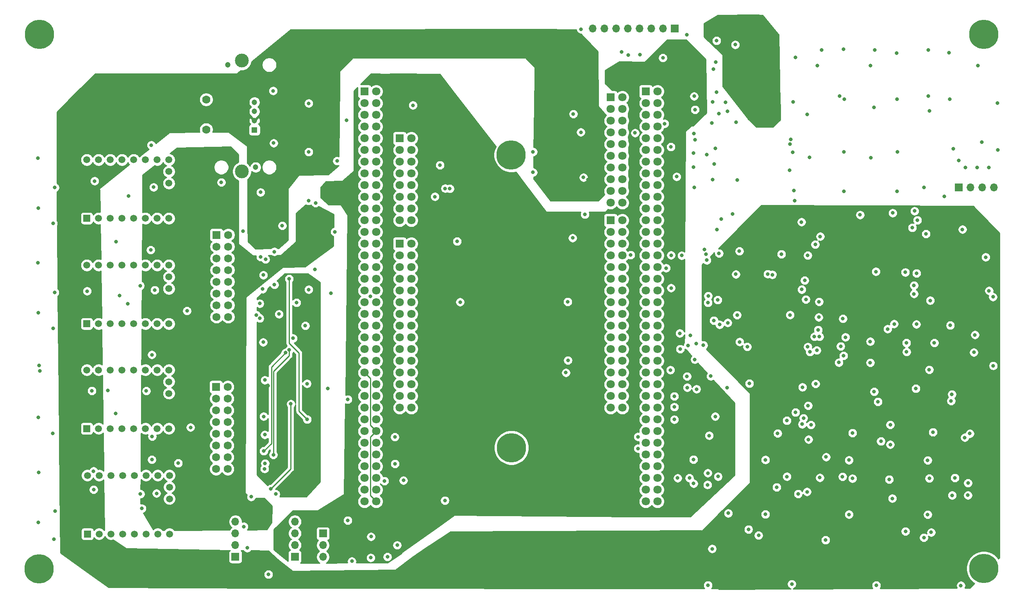
<source format=gbr>
G04 #@! TF.GenerationSoftware,KiCad,Pcbnew,(5.1.6)-1*
G04 #@! TF.CreationDate,2020-06-29T14:38:39-04:00*
G04 #@! TF.ProjectId,Pufferfish-Controller-1,50756666-6572-4666-9973-682d436f6e74,rev?*
G04 #@! TF.SameCoordinates,Original*
G04 #@! TF.FileFunction,Copper,L5,Inr*
G04 #@! TF.FilePolarity,Positive*
%FSLAX46Y46*%
G04 Gerber Fmt 4.6, Leading zero omitted, Abs format (unit mm)*
G04 Created by KiCad (PCBNEW (5.1.6)-1) date 2020-06-29 14:38:39*
%MOMM*%
%LPD*%
G01*
G04 APERTURE LIST*
G04 #@! TA.AperFunction,ViaPad*
%ADD10C,1.800000*%
G04 #@! TD*
G04 #@! TA.AperFunction,ViaPad*
%ADD11R,1.800000X1.800000*%
G04 #@! TD*
G04 #@! TA.AperFunction,ViaPad*
%ADD12R,1.508000X1.508000*%
G04 #@! TD*
G04 #@! TA.AperFunction,ViaPad*
%ADD13C,1.508000*%
G04 #@! TD*
G04 #@! TA.AperFunction,ViaPad*
%ADD14C,6.350000*%
G04 #@! TD*
G04 #@! TA.AperFunction,ViaPad*
%ADD15C,1.725000*%
G04 #@! TD*
G04 #@! TA.AperFunction,ViaPad*
%ADD16R,1.725000X1.725000*%
G04 #@! TD*
G04 #@! TA.AperFunction,ViaPad*
%ADD17R,1.300000X1.300000*%
G04 #@! TD*
G04 #@! TA.AperFunction,ViaPad*
%ADD18C,1.200000*%
G04 #@! TD*
G04 #@! TA.AperFunction,ViaPad*
%ADD19C,3.000000*%
G04 #@! TD*
G04 #@! TA.AperFunction,ViaPad*
%ADD20C,1.778000*%
G04 #@! TD*
G04 #@! TA.AperFunction,ViaPad*
%ADD21O,1.700000X1.700000*%
G04 #@! TD*
G04 #@! TA.AperFunction,ViaPad*
%ADD22R,1.700000X1.700000*%
G04 #@! TD*
G04 #@! TA.AperFunction,ViaPad*
%ADD23C,0.800000*%
G04 #@! TD*
G04 #@! TA.AperFunction,Conductor*
%ADD24C,0.250000*%
G04 #@! TD*
G04 #@! TA.AperFunction,Conductor*
%ADD25C,0.254000*%
G04 #@! TD*
G04 APERTURE END LIST*
D10*
X276708000Y-288209000D03*
X274168000Y-288209000D03*
X276708000Y-285669000D03*
X274168000Y-285669000D03*
X276708000Y-283129000D03*
X274168000Y-283129000D03*
X276708000Y-280589000D03*
X274168000Y-280589000D03*
X276708000Y-278049000D03*
X274168000Y-278049000D03*
X276708000Y-275509000D03*
X274168000Y-275509000D03*
X276708000Y-272969000D03*
X274168000Y-272969000D03*
X276708000Y-270429000D03*
X274168000Y-270429000D03*
X276708000Y-267889000D03*
X274168000Y-267889000D03*
X276708000Y-265349000D03*
X274168000Y-265349000D03*
X276708000Y-262809000D03*
X274168000Y-262809000D03*
X276708000Y-260269000D03*
X274168000Y-260269000D03*
X276708000Y-257729000D03*
X274168000Y-257729000D03*
X276708000Y-255189000D03*
X274168000Y-255189000D03*
X276708000Y-252649000D03*
X274168000Y-252649000D03*
X276708000Y-250109000D03*
X274168000Y-250109000D03*
X276708000Y-247569000D03*
X274168000Y-247569000D03*
X276708000Y-245029000D03*
X274168000Y-245029000D03*
X276708000Y-242489000D03*
X274168000Y-242489000D03*
X276708000Y-239949000D03*
X274168000Y-239949000D03*
X276708000Y-237409000D03*
X274168000Y-237409000D03*
X276708000Y-234869000D03*
X274168000Y-234869000D03*
X276708000Y-232329000D03*
X274168000Y-232329000D03*
X276708000Y-229789000D03*
X274168000Y-229789000D03*
X276708000Y-227249000D03*
X274168000Y-227249000D03*
X276708000Y-224709000D03*
X274168000Y-224709000D03*
X276708000Y-222169000D03*
X274168000Y-222169000D03*
X276708000Y-219629000D03*
X274168000Y-219629000D03*
X276708000Y-217089000D03*
X274168000Y-217089000D03*
X276708000Y-214549000D03*
X274168000Y-214549000D03*
X276708000Y-212009000D03*
X274168000Y-212009000D03*
X276708000Y-209469000D03*
X274168000Y-209469000D03*
X276708000Y-206929000D03*
X274168000Y-206929000D03*
X276708000Y-204389000D03*
X274168000Y-204389000D03*
X276708000Y-201849000D03*
X274168000Y-201849000D03*
X276708000Y-199309000D03*
D11*
X274168000Y-199309000D03*
D10*
X269088000Y-267889000D03*
X266548000Y-267889000D03*
X269088000Y-265349000D03*
X266548000Y-265349000D03*
X269088000Y-262809000D03*
X266548000Y-262809000D03*
X269088000Y-260269000D03*
X266548000Y-260269000D03*
X269088000Y-257729000D03*
X266548000Y-257729000D03*
X269088000Y-255189000D03*
X266548000Y-255189000D03*
X269088000Y-252649000D03*
X266548000Y-252649000D03*
X269088000Y-250109000D03*
X266548000Y-250109000D03*
X269088000Y-247569000D03*
X266548000Y-247569000D03*
X269088000Y-245029000D03*
X266548000Y-245029000D03*
X269088000Y-242489000D03*
X266548000Y-242489000D03*
X269088000Y-239949000D03*
X266548000Y-239949000D03*
X269088000Y-237409000D03*
X266548000Y-237409000D03*
X269088000Y-234869000D03*
X266548000Y-234869000D03*
X269088000Y-232329000D03*
X266548000Y-232329000D03*
X269088000Y-229789000D03*
X266548000Y-229789000D03*
X269088000Y-227249000D03*
D11*
X266548000Y-227249000D03*
D10*
X269088000Y-223439000D03*
X266548000Y-223439000D03*
X269088000Y-220899000D03*
X266548000Y-220899000D03*
X269088000Y-218359000D03*
X266548000Y-218359000D03*
X269088000Y-215819000D03*
X266548000Y-215819000D03*
X269088000Y-213279000D03*
X266548000Y-213279000D03*
X269088000Y-210739000D03*
X266548000Y-210739000D03*
X269088000Y-208199000D03*
X266548000Y-208199000D03*
X269088000Y-205659000D03*
X266548000Y-205659000D03*
X269088000Y-203119000D03*
X266548000Y-203119000D03*
X269088000Y-200579000D03*
D11*
X266548000Y-200579000D03*
D10*
X223368000Y-267889000D03*
X220828000Y-267889000D03*
X223368000Y-265349000D03*
X220828000Y-265349000D03*
X223368000Y-262809000D03*
X220828000Y-262809000D03*
X223368000Y-260269000D03*
X220828000Y-260269000D03*
X223368000Y-257729000D03*
X220828000Y-257729000D03*
X223368000Y-255189000D03*
X220828000Y-255189000D03*
X223368000Y-252649000D03*
X220828000Y-252649000D03*
X223368000Y-250109000D03*
X220828000Y-250109000D03*
X223368000Y-247569000D03*
X220828000Y-247569000D03*
X223368000Y-245029000D03*
X220828000Y-245029000D03*
X223368000Y-242489000D03*
X220828000Y-242489000D03*
X223368000Y-239949000D03*
X220828000Y-239949000D03*
X223368000Y-237409000D03*
X220828000Y-237409000D03*
X223368000Y-234869000D03*
X220828000Y-234869000D03*
X223368000Y-232329000D03*
D11*
X220828000Y-232329000D03*
D10*
X223368000Y-227249000D03*
X220828000Y-227249000D03*
X223368000Y-224709000D03*
X220828000Y-224709000D03*
X223368000Y-222169000D03*
X220828000Y-222169000D03*
X223368000Y-219629000D03*
X220828000Y-219629000D03*
X223368000Y-217089000D03*
X220828000Y-217089000D03*
X223368000Y-214549000D03*
X220828000Y-214549000D03*
X223368000Y-212009000D03*
X220828000Y-212009000D03*
X223368000Y-209469000D03*
D11*
X220828000Y-209469000D03*
D10*
X215748000Y-288209000D03*
X213208000Y-288209000D03*
X215748000Y-285669000D03*
X213208000Y-285669000D03*
X215748000Y-283129000D03*
X213208000Y-283129000D03*
X215748000Y-280589000D03*
X213208000Y-280589000D03*
X215748000Y-278049000D03*
X213208000Y-278049000D03*
X215748000Y-275509000D03*
X213208000Y-275509000D03*
X215748000Y-272969000D03*
X213208000Y-272969000D03*
X215748000Y-270429000D03*
X213208000Y-270429000D03*
X215748000Y-267889000D03*
X213208000Y-267889000D03*
X215748000Y-265349000D03*
X213208000Y-265349000D03*
X215748000Y-262809000D03*
X213208000Y-262809000D03*
X215748000Y-260269000D03*
X213208000Y-260269000D03*
X215748000Y-257729000D03*
X213208000Y-257729000D03*
X215748000Y-255189000D03*
X213208000Y-255189000D03*
X215748000Y-252649000D03*
X213208000Y-252649000D03*
X215748000Y-250109000D03*
X213208000Y-250109000D03*
X215748000Y-247569000D03*
X213208000Y-247569000D03*
X215748000Y-245029000D03*
X213208000Y-245029000D03*
X215748000Y-242489000D03*
X213208000Y-242489000D03*
X215748000Y-239949000D03*
X213208000Y-239949000D03*
X215748000Y-237409000D03*
X213208000Y-237409000D03*
X215748000Y-234869000D03*
X213208000Y-234869000D03*
X215748000Y-232329000D03*
X213208000Y-232329000D03*
X215748000Y-229789000D03*
X213208000Y-229789000D03*
X215748000Y-227249000D03*
X213208000Y-227249000D03*
X215748000Y-224709000D03*
X213208000Y-224709000D03*
X215748000Y-222169000D03*
X213208000Y-222169000D03*
X215748000Y-219629000D03*
X213208000Y-219629000D03*
X215748000Y-217089000D03*
X213208000Y-217089000D03*
X215748000Y-214549000D03*
X213208000Y-214549000D03*
X215748000Y-212009000D03*
X213208000Y-212009000D03*
X215748000Y-209469000D03*
X213208000Y-209469000D03*
X215748000Y-206929000D03*
X213208000Y-206929000D03*
X215748000Y-204389000D03*
X213208000Y-204389000D03*
X215748000Y-201849000D03*
X213208000Y-201849000D03*
X215748000Y-199309000D03*
D11*
X213208000Y-199309000D03*
D12*
X153035000Y-272415000D03*
D13*
X160655000Y-272415000D03*
X170815000Y-272415000D03*
X165735000Y-272415000D03*
X158115000Y-272415000D03*
X155575000Y-272415000D03*
X168275000Y-272415000D03*
X163195000Y-272415000D03*
X160655000Y-259715000D03*
X158115000Y-259715000D03*
X155575000Y-259715000D03*
X168275000Y-259715000D03*
X163195000Y-259715000D03*
X153035000Y-259715000D03*
X165735000Y-259715000D03*
X170815000Y-259715000D03*
X170815000Y-264795000D03*
X170815000Y-262255000D03*
D12*
X153035000Y-226822000D03*
D13*
X160655000Y-226822000D03*
X170815000Y-226822000D03*
X165735000Y-226822000D03*
X158115000Y-226822000D03*
X155575000Y-226822000D03*
X168275000Y-226822000D03*
X163195000Y-226822000D03*
X160655000Y-214122000D03*
X158115000Y-214122000D03*
X155575000Y-214122000D03*
X168275000Y-214122000D03*
X163195000Y-214122000D03*
X153035000Y-214122000D03*
X165735000Y-214122000D03*
X170815000Y-214122000D03*
X170815000Y-219202000D03*
X170815000Y-216662000D03*
D12*
X153035000Y-249682000D03*
D13*
X160655000Y-249682000D03*
X170815000Y-249682000D03*
X165735000Y-249682000D03*
X158115000Y-249682000D03*
X155575000Y-249682000D03*
X168275000Y-249682000D03*
X163195000Y-249682000D03*
X160655000Y-236982000D03*
X158115000Y-236982000D03*
X155575000Y-236982000D03*
X168275000Y-236982000D03*
X163195000Y-236982000D03*
X153035000Y-236982000D03*
X165735000Y-236982000D03*
X170815000Y-236982000D03*
X170815000Y-242062000D03*
X170815000Y-239522000D03*
D12*
X153162000Y-295275000D03*
D13*
X160782000Y-295275000D03*
X170942000Y-295275000D03*
X165862000Y-295275000D03*
X158242000Y-295275000D03*
X155702000Y-295275000D03*
X168402000Y-295275000D03*
X163322000Y-295275000D03*
X160782000Y-282575000D03*
X158242000Y-282575000D03*
X155702000Y-282575000D03*
X168402000Y-282575000D03*
X163322000Y-282575000D03*
X153162000Y-282575000D03*
X165862000Y-282575000D03*
X170942000Y-282575000D03*
X170942000Y-287655000D03*
X170942000Y-285115000D03*
D14*
X245046000Y-276555000D03*
X142748000Y-186944000D03*
X142684000Y-302832000D03*
X347408000Y-186944000D03*
X245008000Y-213106000D03*
X347408000Y-302768000D03*
D15*
X183566000Y-281163000D03*
X181026000Y-281163000D03*
X183566000Y-278623000D03*
X181026000Y-278623000D03*
X183566000Y-276083000D03*
X181026000Y-276083000D03*
X183566000Y-273543000D03*
X181026000Y-273543000D03*
X183566000Y-271003000D03*
X181026000Y-271003000D03*
X183566000Y-268463000D03*
X181026000Y-268463000D03*
X183566000Y-265923000D03*
X181026000Y-265923000D03*
X183566000Y-263383000D03*
D16*
X181026000Y-263383000D03*
D15*
X183667000Y-248196000D03*
X181127000Y-248196000D03*
X183667000Y-245656000D03*
X181127000Y-245656000D03*
X183667000Y-243116000D03*
X181127000Y-243116000D03*
X183667000Y-240576000D03*
X181127000Y-240576000D03*
X183667000Y-238036000D03*
X181127000Y-238036000D03*
X183667000Y-235496000D03*
X181127000Y-235496000D03*
X183667000Y-232956000D03*
X181127000Y-232956000D03*
X183667000Y-230416000D03*
D16*
X181127000Y-230416000D03*
D17*
X189370000Y-207645000D03*
D18*
X189370000Y-205645000D03*
X189370000Y-203645000D03*
X189370000Y-201645000D03*
X183620000Y-193545000D03*
X189620000Y-215745000D03*
D19*
X186620000Y-192645000D03*
X186620000Y-216645000D03*
D20*
X178892000Y-207555000D03*
X178892000Y-201055000D03*
D21*
X349631500Y-220091500D03*
X347091500Y-220091500D03*
D22*
X342011500Y-220091500D03*
D21*
X344551500Y-220091500D03*
D22*
X204203500Y-295160500D03*
D21*
X204203500Y-297700500D03*
X204203500Y-300240500D03*
X198119500Y-292595500D03*
X198119500Y-295135500D03*
D22*
X198119500Y-300215500D03*
D21*
X198119500Y-297675500D03*
X262674500Y-185648500D03*
X265214500Y-185648500D03*
X267754500Y-185648500D03*
X270294500Y-185648500D03*
X272834500Y-185648500D03*
X275374500Y-185648500D03*
D22*
X280454500Y-185648500D03*
D21*
X277914500Y-185648500D03*
X185229500Y-292595500D03*
X185229500Y-295135500D03*
D22*
X185229500Y-300215500D03*
D21*
X185229500Y-297675500D03*
D23*
X317436500Y-252603000D03*
X310705500Y-252476000D03*
X291782500Y-263588500D03*
X283083000Y-187007500D03*
X260096000Y-185801000D03*
X258318000Y-231076500D03*
X249745500Y-212407500D03*
X249745500Y-216852500D03*
X228473000Y-222123000D03*
X223710500Y-202311000D03*
X209359500Y-205549500D03*
X201104500Y-223012000D03*
X186880500Y-229616000D03*
X233934000Y-244983000D03*
X256857500Y-260286500D03*
X145732500Y-227901500D03*
X145923000Y-296418000D03*
X145669000Y-273431000D03*
X145732500Y-250698000D03*
X142557500Y-270002000D03*
X142621000Y-281940000D03*
X142430500Y-213804500D03*
X142430500Y-236474000D03*
X142684500Y-258699000D03*
X142557500Y-247269000D03*
X142557500Y-224599500D03*
X142557500Y-292735000D03*
X350393000Y-201803000D03*
X306006500Y-212471000D03*
X306260500Y-220789500D03*
X338836000Y-222059500D03*
X350456500Y-211963000D03*
X339852000Y-190944500D03*
X306578000Y-191897000D03*
X306133500Y-201549000D03*
X317119000Y-212407500D03*
X328676000Y-212407500D03*
X340804500Y-211709000D03*
X214630000Y-295846500D03*
X214566500Y-300418500D03*
X332816600Y-249794600D03*
X316883100Y-248582400D03*
X293949100Y-247791800D03*
X320615600Y-226071000D03*
X192345000Y-263111400D03*
X322813200Y-258128400D03*
X293720200Y-206003600D03*
X190687500Y-235173000D03*
X335256600Y-279289000D03*
X318201400Y-291030000D03*
X300091500Y-279194000D03*
X335256600Y-291061500D03*
X300091500Y-290998500D03*
X318201400Y-279257000D03*
X324118600Y-306413500D03*
X192405000Y-304038000D03*
X187078700Y-293669700D03*
X187807600Y-298297600D03*
X166878000Y-233680000D03*
X167005000Y-210947000D03*
X167132000Y-256413000D03*
X167132000Y-279146000D03*
X199961500Y-286067500D03*
X194183000Y-281495500D03*
X191389000Y-256286000D03*
X202755500Y-260159500D03*
X193738500Y-244475000D03*
X200342500Y-243967000D03*
X188656100Y-287199900D03*
X317004400Y-190106600D03*
X317213200Y-201010300D03*
X328537700Y-191019300D03*
X328643200Y-201010300D03*
X340009700Y-201010300D03*
X317107700Y-220991300D03*
X328601200Y-220991300D03*
X218186000Y-300228000D03*
X167195500Y-274129500D03*
X190690500Y-221170500D03*
X207264000Y-214376000D03*
X198374000Y-278447500D03*
X260096000Y-208153000D03*
X342455500Y-306451000D03*
X305816000Y-306133500D03*
X287655000Y-306387500D03*
X349418000Y-243862500D03*
X349468000Y-258790000D03*
X345498500Y-252095000D03*
X335595600Y-259644700D03*
X323659500Y-264414000D03*
X294513000Y-253619000D03*
X288925000Y-248983500D03*
X293687500Y-238950500D03*
X287401000Y-235902500D03*
X290037000Y-234411000D03*
X294449500Y-233934000D03*
X334890800Y-230195700D03*
X332422500Y-225234500D03*
X309270500Y-234861000D03*
X324040500Y-238379000D03*
X308864000Y-244411500D03*
X311721500Y-244919500D03*
X309753000Y-255778000D03*
X335807800Y-244645700D03*
X293560500Y-189166500D03*
X348488000Y-215773000D03*
X339946200Y-235887200D03*
X192125600Y-300101000D03*
X317857500Y-226466000D03*
X317479600Y-250718900D03*
X255448000Y-218180300D03*
X336392100Y-287265600D03*
X299085400Y-286576000D03*
X316261200Y-274729500D03*
X336392100Y-274504000D03*
X316244400Y-286818200D03*
X299237900Y-274352400D03*
X227203000Y-299402500D03*
X321552800Y-253714800D03*
X297044900Y-253416500D03*
X296672000Y-239062800D03*
X304442700Y-252767100D03*
X348462500Y-231333600D03*
X337490000Y-274780700D03*
X319196200Y-287861900D03*
X303327000Y-274644700D03*
X304457100Y-255072700D03*
X304484100Y-258634400D03*
X304711100Y-261951600D03*
X304526700Y-264100600D03*
X304487100Y-266718500D03*
X339115500Y-267653900D03*
X339935500Y-263520000D03*
X339872200Y-255829000D03*
X304451600Y-249276900D03*
X339871700Y-252045700D03*
X258115000Y-218415900D03*
X256845000Y-204183900D03*
X261671000Y-218404900D03*
X252324600Y-206117000D03*
X253476200Y-219338900D03*
X260401000Y-204203200D03*
X302800200Y-235670000D03*
X302828000Y-239508200D03*
X339649200Y-242393200D03*
X339940100Y-239502900D03*
X339932900Y-237450500D03*
X339905100Y-229504100D03*
X304216700Y-226013500D03*
X339923000Y-228287400D03*
X205447000Y-215369900D03*
X205400700Y-209712400D03*
X201102200Y-204563900D03*
X201143000Y-207093500D03*
X251692800Y-214138100D03*
X253897500Y-216006100D03*
X192596000Y-206444700D03*
X338311200Y-286694300D03*
X303911000Y-286550500D03*
X289370000Y-303532000D03*
X309248900Y-305089800D03*
X319122800Y-275999500D03*
X304673800Y-304944400D03*
X323066800Y-305247200D03*
X189806100Y-232306900D03*
X192176400Y-301421800D03*
X154214100Y-222278000D03*
X155575000Y-243905200D03*
X154268700Y-267970300D03*
X154311400Y-290190500D03*
X191620600Y-230621100D03*
X261385000Y-190004600D03*
X347535600Y-265444000D03*
X332502300Y-266148800D03*
X320548000Y-239061100D03*
X315773100Y-267182600D03*
X298916900Y-266633400D03*
X293650000Y-302374000D03*
X312475100Y-303172500D03*
X327869300Y-302571000D03*
X299271700Y-303682500D03*
X321085600Y-303530000D03*
X339671200Y-303557200D03*
X195394800Y-228412300D03*
X205746400Y-223040200D03*
X257289500Y-226968500D03*
X309353500Y-267441400D03*
X324471800Y-266598700D03*
X308114000Y-263444600D03*
X292963500Y-266901200D03*
X205757400Y-219257500D03*
X215900000Y-300672500D03*
X194437000Y-298704000D03*
X280518000Y-192024000D03*
X220345500Y-200592200D03*
X283083000Y-192151000D03*
X193973400Y-294543500D03*
X347821100Y-235244400D03*
X340512600Y-264973100D03*
X284505400Y-205596000D03*
X266446000Y-197675500D03*
X295338500Y-186245500D03*
X296608500Y-186245500D03*
X291528500Y-183705500D03*
X296608500Y-184975500D03*
X296608500Y-183705500D03*
X294068500Y-183705500D03*
X291528500Y-184975500D03*
X292798500Y-184975500D03*
X292798500Y-183705500D03*
X295338500Y-183705500D03*
X294068500Y-184975500D03*
X295338500Y-184975500D03*
X292798500Y-186245500D03*
X291528500Y-186245500D03*
X294068500Y-186245500D03*
X184899700Y-223611900D03*
X205653600Y-227072900D03*
X192227200Y-293039800D03*
X192134000Y-291388900D03*
X171804300Y-223046800D03*
X170815000Y-243878600D03*
X170815000Y-266469100D03*
X170866000Y-289296500D03*
X301418300Y-204564300D03*
X301424800Y-201806100D03*
X192405000Y-289369500D03*
X199136000Y-226060000D03*
X174117000Y-212534500D03*
X175387000Y-212534500D03*
X176657000Y-212534500D03*
X177927000Y-212534500D03*
X179197000Y-212534500D03*
X174117000Y-213804500D03*
X175387000Y-213804500D03*
X176657000Y-213804500D03*
X177927000Y-213804500D03*
X179197000Y-213804500D03*
X174117000Y-215074500D03*
X175387000Y-215074500D03*
X176657000Y-215074500D03*
X177927000Y-215074500D03*
X179197000Y-215074500D03*
X303566000Y-234580300D03*
X296618000Y-262633600D03*
X300592700Y-238893500D03*
X296161200Y-254666400D03*
X310884800Y-232484900D03*
X311796000Y-252475800D03*
X311977300Y-230756400D03*
X311227400Y-255443400D03*
X316020500Y-258084000D03*
X317024700Y-256611500D03*
X309262900Y-254686200D03*
X345262900Y-255880600D03*
X316402000Y-254564500D03*
X305348400Y-216386700D03*
X334449400Y-220081600D03*
X322920100Y-213697100D03*
X309649500Y-213562900D03*
X305390300Y-210694600D03*
X346982500Y-210278500D03*
X305626100Y-209687800D03*
X335660200Y-203528600D03*
X323632200Y-202800300D03*
X309156100Y-204285900D03*
X346119200Y-193727200D03*
X316178200Y-200282300D03*
X335391000Y-200296000D03*
X322878200Y-193727200D03*
X311321200Y-193727200D03*
X335391000Y-190340500D03*
X323834000Y-190296300D03*
X312312300Y-190302500D03*
X164961800Y-289739300D03*
X146185200Y-290312000D03*
X159244300Y-269159000D03*
X142898100Y-259903000D03*
X161925000Y-245333500D03*
X146088100Y-242897000D03*
X162051700Y-221991000D03*
X146111800Y-220138000D03*
X210468700Y-301179400D03*
X209580100Y-266088800D03*
X209580100Y-292323900D03*
X285159800Y-263855300D03*
X217515100Y-283779000D03*
X302737100Y-273449500D03*
X309435200Y-274782300D03*
X309951600Y-271615700D03*
X318950300Y-273355300D03*
X327149700Y-275875700D03*
X327149700Y-271594300D03*
X318950300Y-283225700D03*
X327596600Y-287564900D03*
X326913700Y-283445000D03*
X302538500Y-285132800D03*
X309114200Y-286123800D03*
X311882400Y-283061700D03*
X336392100Y-273201100D03*
X343293400Y-274358000D03*
X344403500Y-273485700D03*
X335616300Y-283218100D03*
X343968800Y-286864700D03*
X343985400Y-284217400D03*
X258470100Y-204189600D03*
X193675000Y-234061000D03*
X191293200Y-239120100D03*
X229579200Y-215279100D03*
X190503500Y-245290100D03*
X230683600Y-220344800D03*
X189760800Y-247788100D03*
X233276400Y-231809100D03*
X202594500Y-223492300D03*
X278248800Y-206294000D03*
X164595800Y-241442900D03*
X201117300Y-201879000D03*
X201131200Y-212425400D03*
X174752000Y-246888000D03*
X193973400Y-286593500D03*
X201115800Y-242265000D03*
X191553400Y-281143200D03*
X198466800Y-245110000D03*
X191354400Y-269786700D03*
X194686800Y-247586000D03*
X200387500Y-250109000D03*
X191587500Y-273742600D03*
X197730700Y-252832000D03*
X193454100Y-278101800D03*
X196902300Y-255372000D03*
X200747100Y-262666700D03*
X192878700Y-285487600D03*
X197240700Y-267063600D03*
X164643100Y-286593500D03*
X191668700Y-279967100D03*
X200784700Y-270429000D03*
X182182500Y-219018500D03*
X196877000Y-239939500D03*
X205223600Y-263689900D03*
X191609100Y-261897000D03*
X206797600Y-229756300D03*
X271844000Y-208303700D03*
X191380900Y-277284700D03*
X196089800Y-255974200D03*
X304749500Y-282829300D03*
X230634200Y-288015800D03*
X288841700Y-194425600D03*
X284646200Y-200341400D03*
X291917000Y-249475400D03*
X291846000Y-203644500D03*
X305435000Y-247777000D03*
X284827900Y-203258500D03*
X293981002Y-218503500D03*
X284646500Y-220111400D03*
X289296400Y-192941000D03*
X289265100Y-211629400D03*
X289581300Y-229284100D03*
X281949600Y-234894500D03*
X284557900Y-208454600D03*
X289009700Y-215043500D03*
X287256100Y-234613300D03*
X288688800Y-218412600D03*
X287692300Y-243637000D03*
X279654000Y-234823000D03*
X287655000Y-245110000D03*
X279601000Y-211325700D03*
X260663300Y-217961000D03*
X298615800Y-295576900D03*
X313143700Y-296594800D03*
X334421800Y-296064500D03*
X279654000Y-241935000D03*
X288547100Y-298490600D03*
X284515400Y-212637800D03*
X284518600Y-215747500D03*
X277876000Y-192024000D03*
X280852200Y-217782900D03*
X307909700Y-227617500D03*
X290484900Y-226968500D03*
X272898000Y-191353500D03*
X278574500Y-237617000D03*
X270891000Y-234759500D03*
X220287400Y-297697300D03*
X281074500Y-283143100D03*
X281524800Y-251750800D03*
X272478500Y-274193000D03*
X154505800Y-285647100D03*
X285122300Y-253974500D03*
X219787300Y-274242700D03*
X283306800Y-254394600D03*
X154494900Y-281645300D03*
X167772800Y-242385300D03*
X283817400Y-252225000D03*
X153088000Y-242611800D03*
X279499900Y-259719100D03*
X283093100Y-261094900D03*
X160146800Y-243612900D03*
X165924200Y-264246900D03*
X280349100Y-265409800D03*
X154136400Y-264230000D03*
X280349100Y-267725000D03*
X157631100Y-264143100D03*
X283153700Y-263525500D03*
X167517200Y-220075400D03*
X175514000Y-272161000D03*
X280349100Y-270437500D03*
X272478500Y-276733000D03*
X154730500Y-218725300D03*
X172847000Y-279908000D03*
X219813000Y-280059000D03*
X284505800Y-279118600D03*
X281619900Y-255171900D03*
X159385000Y-231902000D03*
X283620000Y-283122300D03*
X168140600Y-286461600D03*
X284532900Y-284328000D03*
X342790200Y-229226700D03*
X288480300Y-206156200D03*
X288653300Y-201574100D03*
X287426500Y-213022000D03*
X270358000Y-191453000D03*
X268935400Y-190699200D03*
X284819600Y-209806000D03*
X306404100Y-222993500D03*
X289510800Y-188294300D03*
X292943400Y-225912200D03*
X286665400Y-254344400D03*
X291442600Y-201656100D03*
X284785300Y-257431900D03*
X289506100Y-199497400D03*
X288251300Y-261047800D03*
X221645200Y-283648300D03*
X330453700Y-294705300D03*
X304741400Y-270676400D03*
X289208100Y-269792500D03*
X296421700Y-294282900D03*
X287901000Y-273939000D03*
X292035600Y-290763800D03*
X336019500Y-294923000D03*
X289817800Y-282810900D03*
X287612600Y-282062900D03*
X322808600Y-253539700D03*
X327665700Y-225661600D03*
X326567900Y-250819100D03*
X287541600Y-284612600D03*
X190503500Y-248501800D03*
X257252400Y-244907000D03*
X191261800Y-253685200D03*
X257302400Y-257607000D03*
X286877400Y-233572100D03*
X193695900Y-241219100D03*
X260977900Y-225966200D03*
X202501800Y-237878900D03*
X330657000Y-253839200D03*
X308067300Y-271464700D03*
X330682400Y-255777100D03*
X308352900Y-270136900D03*
X325122400Y-275156100D03*
X332690900Y-263735500D03*
X307174500Y-286576400D03*
X336698700Y-253821400D03*
X313244500Y-278571000D03*
X340327800Y-266423500D03*
X340560800Y-286890300D03*
X316796900Y-282842500D03*
X310970300Y-262708000D03*
X341164500Y-283093000D03*
X306626700Y-268894600D03*
X193526700Y-210502500D03*
X331919000Y-228857100D03*
X193425300Y-199170200D03*
X333032900Y-227216700D03*
X330405400Y-238516800D03*
X332836100Y-238745000D03*
X307963800Y-242245300D03*
X308606500Y-240285000D03*
X348546900Y-242524800D03*
X340155500Y-250022500D03*
X332288100Y-241369500D03*
X290161900Y-249875800D03*
X332293000Y-243193200D03*
X311507600Y-251022400D03*
X311646700Y-248271200D03*
X327992700Y-249713300D03*
X205963100Y-243100000D03*
X214478100Y-243759000D03*
X341998000Y-214291700D03*
X290028900Y-204114000D03*
X343428500Y-215780500D03*
X301602100Y-239046000D03*
X345991000Y-215780500D03*
X289742100Y-244515800D03*
X191160100Y-242165400D03*
X231712200Y-220385900D03*
X191770000Y-235712000D03*
D24*
X310777000Y-232592700D02*
X310884800Y-232484900D01*
X213208000Y-260269000D02*
X214478000Y-261539000D01*
X214478000Y-261539000D02*
X214478000Y-271699000D01*
X214478000Y-271699000D02*
X215748000Y-272969000D01*
X215748000Y-272969000D02*
X214478000Y-274239000D01*
X214478000Y-274239000D02*
X214478000Y-286939000D01*
X214478000Y-286939000D02*
X215748000Y-288209000D01*
X193454100Y-278101800D02*
X193481600Y-278074300D01*
X193481600Y-278074300D02*
X193481600Y-263637500D01*
X193481600Y-263637500D02*
X193520600Y-263598500D01*
X193520600Y-263598500D02*
X193520600Y-262624300D01*
X193520600Y-262624300D02*
X193481600Y-262585300D01*
X193481600Y-262585300D02*
X193481600Y-259998100D01*
X193481600Y-259998100D02*
X196902300Y-256577400D01*
X196902300Y-256577400D02*
X196902300Y-255372000D01*
X192878700Y-285487600D02*
X197240700Y-281125600D01*
X197240700Y-281125600D02*
X197240700Y-267063600D01*
X196877000Y-253862000D02*
X199028400Y-256013400D01*
X199028400Y-256013400D02*
X199028400Y-268672700D01*
X199028400Y-268672700D02*
X200784700Y-270429000D01*
X196877000Y-239939500D02*
X196877000Y-253862000D01*
X191380900Y-277284700D02*
X193031300Y-275634300D01*
X193031300Y-275634300D02*
X193031300Y-263450900D01*
X193031300Y-263450900D02*
X193070300Y-263411900D01*
X193070300Y-263411900D02*
X193070300Y-262810900D01*
X193070300Y-262810900D02*
X193031300Y-262771900D01*
X193031300Y-262771900D02*
X193031300Y-259032700D01*
X193031300Y-259032700D02*
X196089800Y-255974200D01*
X270891000Y-234759500D02*
X270891000Y-234759500D01*
D25*
G36*
X287147571Y-192331177D02*
G01*
X287273427Y-203909967D01*
X284427394Y-206756000D01*
X284099000Y-206756000D01*
X284074224Y-206758440D01*
X284050399Y-206765667D01*
X284028443Y-206777403D01*
X284014041Y-206788602D01*
X282744041Y-207931602D01*
X282727258Y-207949990D01*
X282714384Y-207971300D01*
X282705915Y-207994711D01*
X282702001Y-208025483D01*
X282595938Y-234081585D01*
X282439856Y-233977295D01*
X282251498Y-233899274D01*
X282051539Y-233859500D01*
X281847661Y-233859500D01*
X281647702Y-233899274D01*
X281459344Y-233977295D01*
X281289826Y-234090563D01*
X281145663Y-234234726D01*
X281032395Y-234404244D01*
X280954374Y-234592602D01*
X280914600Y-234792561D01*
X280914600Y-234996439D01*
X280954374Y-235196398D01*
X281032395Y-235384756D01*
X281145663Y-235554274D01*
X281289826Y-235698437D01*
X281459344Y-235811705D01*
X281647702Y-235889726D01*
X281847661Y-235929500D01*
X282051539Y-235929500D01*
X282251498Y-235889726D01*
X282439856Y-235811705D01*
X282589302Y-235711849D01*
X282525139Y-251474606D01*
X282520026Y-251448902D01*
X282442005Y-251260544D01*
X282328737Y-251091026D01*
X282184574Y-250946863D01*
X282015056Y-250833595D01*
X281826698Y-250755574D01*
X281626739Y-250715800D01*
X281422861Y-250715800D01*
X281222902Y-250755574D01*
X281034544Y-250833595D01*
X280865026Y-250946863D01*
X280720863Y-251091026D01*
X280607595Y-251260544D01*
X280529574Y-251448902D01*
X280489800Y-251648861D01*
X280489800Y-251852739D01*
X280529574Y-252052698D01*
X280607595Y-252241056D01*
X280720863Y-252410574D01*
X280865026Y-252554737D01*
X281034544Y-252668005D01*
X281222902Y-252746026D01*
X281422861Y-252785800D01*
X281626739Y-252785800D01*
X281826698Y-252746026D01*
X282015056Y-252668005D01*
X282184574Y-252554737D01*
X282328737Y-252410574D01*
X282442005Y-252241056D01*
X282520026Y-252052698D01*
X282522843Y-252038534D01*
X282515992Y-253721697D01*
X282502863Y-253734826D01*
X282389595Y-253904344D01*
X282311574Y-254092702D01*
X282271800Y-254292661D01*
X282271800Y-254362702D01*
X282110156Y-254254695D01*
X281921798Y-254176674D01*
X281721839Y-254136900D01*
X281517961Y-254136900D01*
X281318002Y-254176674D01*
X281129644Y-254254695D01*
X280960126Y-254367963D01*
X280815963Y-254512126D01*
X280702695Y-254681644D01*
X280624674Y-254870002D01*
X280584900Y-255069961D01*
X280584900Y-255273839D01*
X280624674Y-255473798D01*
X280702695Y-255662156D01*
X280815963Y-255831674D01*
X280960126Y-255975837D01*
X281129644Y-256089105D01*
X281318002Y-256167126D01*
X281517961Y-256206900D01*
X281721839Y-256206900D01*
X281921798Y-256167126D01*
X282110156Y-256089105D01*
X282279674Y-255975837D01*
X282423837Y-255831674D01*
X282537105Y-255662156D01*
X282615126Y-255473798D01*
X282654900Y-255273839D01*
X282654900Y-255203798D01*
X282816544Y-255311805D01*
X282941833Y-255363702D01*
X284085985Y-256667504D01*
X283981363Y-256772126D01*
X283868095Y-256941644D01*
X283790074Y-257130002D01*
X283750300Y-257329961D01*
X283750300Y-257533839D01*
X283790074Y-257733798D01*
X283868095Y-257922156D01*
X283981363Y-258091674D01*
X284125526Y-258235837D01*
X284295044Y-258349105D01*
X284483402Y-258427126D01*
X284683361Y-258466900D01*
X284887239Y-258466900D01*
X285087198Y-258427126D01*
X285275556Y-258349105D01*
X285445074Y-258235837D01*
X285458169Y-258222742D01*
X287443349Y-260394033D01*
X287334095Y-260557544D01*
X287256074Y-260745902D01*
X287216300Y-260945861D01*
X287216300Y-261149739D01*
X287256074Y-261349698D01*
X287334095Y-261538056D01*
X287447363Y-261707574D01*
X287591526Y-261851737D01*
X287761044Y-261965005D01*
X287949402Y-262043026D01*
X288149361Y-262082800D01*
X288353239Y-262082800D01*
X288553198Y-262043026D01*
X288741556Y-261965005D01*
X288827291Y-261907719D01*
X293370000Y-266876307D01*
X293370000Y-282520359D01*
X283857907Y-291528500D01*
X271547199Y-291528500D01*
X271524508Y-291525387D01*
X232728737Y-291147506D01*
X232703938Y-291149705D01*
X232680044Y-291156700D01*
X232652230Y-291172209D01*
X229287865Y-293647874D01*
X221284985Y-299268217D01*
X221266111Y-299284454D01*
X221250768Y-299304061D01*
X221239545Y-299326284D01*
X221232873Y-299350269D01*
X221230997Y-299374590D01*
X221232693Y-299462795D01*
X218210549Y-301498117D01*
X211448523Y-301518485D01*
X211463926Y-301481298D01*
X211503700Y-301281339D01*
X211503700Y-301077461D01*
X211463926Y-300877502D01*
X211385905Y-300689144D01*
X211272637Y-300519626D01*
X211128474Y-300375463D01*
X211040321Y-300316561D01*
X213531500Y-300316561D01*
X213531500Y-300520439D01*
X213571274Y-300720398D01*
X213649295Y-300908756D01*
X213762563Y-301078274D01*
X213906726Y-301222437D01*
X214076244Y-301335705D01*
X214264602Y-301413726D01*
X214464561Y-301453500D01*
X214668439Y-301453500D01*
X214868398Y-301413726D01*
X215056756Y-301335705D01*
X215226274Y-301222437D01*
X215370437Y-301078274D01*
X215483705Y-300908756D01*
X215561726Y-300720398D01*
X215601500Y-300520439D01*
X215601500Y-300316561D01*
X215563608Y-300126061D01*
X217151000Y-300126061D01*
X217151000Y-300329939D01*
X217190774Y-300529898D01*
X217268795Y-300718256D01*
X217382063Y-300887774D01*
X217526226Y-301031937D01*
X217695744Y-301145205D01*
X217884102Y-301223226D01*
X218084061Y-301263000D01*
X218287939Y-301263000D01*
X218487898Y-301223226D01*
X218676256Y-301145205D01*
X218845774Y-301031937D01*
X218989937Y-300887774D01*
X219103205Y-300718256D01*
X219181226Y-300529898D01*
X219221000Y-300329939D01*
X219221000Y-300126061D01*
X219181226Y-299926102D01*
X219103205Y-299737744D01*
X218989937Y-299568226D01*
X218845774Y-299424063D01*
X218676256Y-299310795D01*
X218487898Y-299232774D01*
X218287939Y-299193000D01*
X218084061Y-299193000D01*
X217884102Y-299232774D01*
X217695744Y-299310795D01*
X217526226Y-299424063D01*
X217382063Y-299568226D01*
X217268795Y-299737744D01*
X217190774Y-299926102D01*
X217151000Y-300126061D01*
X215563608Y-300126061D01*
X215561726Y-300116602D01*
X215483705Y-299928244D01*
X215370437Y-299758726D01*
X215226274Y-299614563D01*
X215056756Y-299501295D01*
X214868398Y-299423274D01*
X214668439Y-299383500D01*
X214464561Y-299383500D01*
X214264602Y-299423274D01*
X214076244Y-299501295D01*
X213906726Y-299614563D01*
X213762563Y-299758726D01*
X213649295Y-299928244D01*
X213571274Y-300116602D01*
X213531500Y-300316561D01*
X211040321Y-300316561D01*
X210958956Y-300262195D01*
X210770598Y-300184174D01*
X210570639Y-300144400D01*
X210366761Y-300144400D01*
X210166802Y-300184174D01*
X209978444Y-300262195D01*
X209808926Y-300375463D01*
X209664763Y-300519626D01*
X209551495Y-300689144D01*
X209473474Y-300877502D01*
X209433700Y-301077461D01*
X209433700Y-301281339D01*
X209473474Y-301481298D01*
X209491319Y-301524380D01*
X204934425Y-301538106D01*
X205150132Y-301393975D01*
X205356975Y-301187132D01*
X205519490Y-300943911D01*
X205631432Y-300673658D01*
X205688500Y-300386760D01*
X205688500Y-300094240D01*
X205631432Y-299807342D01*
X205519490Y-299537089D01*
X205356975Y-299293868D01*
X205150132Y-299087025D01*
X204975740Y-298970500D01*
X205150132Y-298853975D01*
X205356975Y-298647132D01*
X205519490Y-298403911D01*
X205631432Y-298133658D01*
X205688500Y-297846760D01*
X205688500Y-297595361D01*
X219252400Y-297595361D01*
X219252400Y-297799239D01*
X219292174Y-297999198D01*
X219370195Y-298187556D01*
X219483463Y-298357074D01*
X219627626Y-298501237D01*
X219797144Y-298614505D01*
X219985502Y-298692526D01*
X220185461Y-298732300D01*
X220389339Y-298732300D01*
X220589298Y-298692526D01*
X220777656Y-298614505D01*
X220947174Y-298501237D01*
X221091337Y-298357074D01*
X221204605Y-298187556D01*
X221282626Y-297999198D01*
X221322400Y-297799239D01*
X221322400Y-297595361D01*
X221282626Y-297395402D01*
X221204605Y-297207044D01*
X221091337Y-297037526D01*
X220947174Y-296893363D01*
X220777656Y-296780095D01*
X220589298Y-296702074D01*
X220389339Y-296662300D01*
X220185461Y-296662300D01*
X219985502Y-296702074D01*
X219797144Y-296780095D01*
X219627626Y-296893363D01*
X219483463Y-297037526D01*
X219370195Y-297207044D01*
X219292174Y-297395402D01*
X219252400Y-297595361D01*
X205688500Y-297595361D01*
X205688500Y-297554240D01*
X205631432Y-297267342D01*
X205519490Y-296997089D01*
X205356975Y-296753868D01*
X205225120Y-296622013D01*
X205297680Y-296600002D01*
X205407994Y-296541037D01*
X205504685Y-296461685D01*
X205584037Y-296364994D01*
X205643002Y-296254680D01*
X205679312Y-296134982D01*
X205691572Y-296010500D01*
X205691572Y-295744561D01*
X213595000Y-295744561D01*
X213595000Y-295948439D01*
X213634774Y-296148398D01*
X213712795Y-296336756D01*
X213826063Y-296506274D01*
X213970226Y-296650437D01*
X214139744Y-296763705D01*
X214328102Y-296841726D01*
X214528061Y-296881500D01*
X214731939Y-296881500D01*
X214931898Y-296841726D01*
X215120256Y-296763705D01*
X215289774Y-296650437D01*
X215433937Y-296506274D01*
X215547205Y-296336756D01*
X215625226Y-296148398D01*
X215665000Y-295948439D01*
X215665000Y-295744561D01*
X215625226Y-295544602D01*
X215547205Y-295356244D01*
X215433937Y-295186726D01*
X215289774Y-295042563D01*
X215120256Y-294929295D01*
X214931898Y-294851274D01*
X214731939Y-294811500D01*
X214528061Y-294811500D01*
X214328102Y-294851274D01*
X214139744Y-294929295D01*
X213970226Y-295042563D01*
X213826063Y-295186726D01*
X213712795Y-295356244D01*
X213634774Y-295544602D01*
X213595000Y-295744561D01*
X205691572Y-295744561D01*
X205691572Y-294310500D01*
X205679312Y-294186018D01*
X205643002Y-294066320D01*
X205584037Y-293956006D01*
X205504685Y-293859315D01*
X205407994Y-293779963D01*
X205297680Y-293720998D01*
X205177982Y-293684688D01*
X205053500Y-293672428D01*
X203353500Y-293672428D01*
X203229018Y-293684688D01*
X203109320Y-293720998D01*
X202999006Y-293779963D01*
X202902315Y-293859315D01*
X202822963Y-293956006D01*
X202763998Y-294066320D01*
X202727688Y-294186018D01*
X202715428Y-294310500D01*
X202715428Y-296010500D01*
X202727688Y-296134982D01*
X202763998Y-296254680D01*
X202822963Y-296364994D01*
X202902315Y-296461685D01*
X202999006Y-296541037D01*
X203109320Y-296600002D01*
X203181880Y-296622013D01*
X203050025Y-296753868D01*
X202887510Y-296997089D01*
X202775568Y-297267342D01*
X202718500Y-297554240D01*
X202718500Y-297846760D01*
X202775568Y-298133658D01*
X202887510Y-298403911D01*
X203050025Y-298647132D01*
X203256868Y-298853975D01*
X203431260Y-298970500D01*
X203256868Y-299087025D01*
X203050025Y-299293868D01*
X202887510Y-299537089D01*
X202775568Y-299807342D01*
X202718500Y-300094240D01*
X202718500Y-300386760D01*
X202775568Y-300673658D01*
X202887510Y-300943911D01*
X203050025Y-301187132D01*
X203256868Y-301393975D01*
X203479135Y-301542489D01*
X199374177Y-301554853D01*
X199420685Y-301516685D01*
X199500037Y-301419994D01*
X199559002Y-301309680D01*
X199595312Y-301189982D01*
X199607572Y-301065500D01*
X199607572Y-299365500D01*
X199595312Y-299241018D01*
X199559002Y-299121320D01*
X199500037Y-299011006D01*
X199420685Y-298914315D01*
X199323994Y-298834963D01*
X199213680Y-298775998D01*
X199141120Y-298753987D01*
X199272975Y-298622132D01*
X199435490Y-298378911D01*
X199547432Y-298108658D01*
X199604500Y-297821760D01*
X199604500Y-297529240D01*
X199547432Y-297242342D01*
X199435490Y-296972089D01*
X199272975Y-296728868D01*
X199066132Y-296522025D01*
X198891740Y-296405500D01*
X199066132Y-296288975D01*
X199272975Y-296082132D01*
X199435490Y-295838911D01*
X199547432Y-295568658D01*
X199604500Y-295281760D01*
X199604500Y-294989240D01*
X199547432Y-294702342D01*
X199435490Y-294432089D01*
X199272975Y-294188868D01*
X199066132Y-293982025D01*
X198891740Y-293865500D01*
X199066132Y-293748975D01*
X199272975Y-293542132D01*
X199435490Y-293298911D01*
X199547432Y-293028658D01*
X199604500Y-292741760D01*
X199604500Y-292449240D01*
X199559292Y-292221961D01*
X208545100Y-292221961D01*
X208545100Y-292425839D01*
X208584874Y-292625798D01*
X208662895Y-292814156D01*
X208776163Y-292983674D01*
X208920326Y-293127837D01*
X209089844Y-293241105D01*
X209278202Y-293319126D01*
X209478161Y-293358900D01*
X209682039Y-293358900D01*
X209881998Y-293319126D01*
X210070356Y-293241105D01*
X210239874Y-293127837D01*
X210384037Y-292983674D01*
X210497305Y-292814156D01*
X210575326Y-292625798D01*
X210615100Y-292425839D01*
X210615100Y-292221961D01*
X210575326Y-292022002D01*
X210497305Y-291833644D01*
X210384037Y-291664126D01*
X210239874Y-291519963D01*
X210070356Y-291406695D01*
X209881998Y-291328674D01*
X209682039Y-291288900D01*
X209478161Y-291288900D01*
X209278202Y-291328674D01*
X209089844Y-291406695D01*
X208920326Y-291519963D01*
X208776163Y-291664126D01*
X208662895Y-291833644D01*
X208584874Y-292022002D01*
X208545100Y-292221961D01*
X199559292Y-292221961D01*
X199547432Y-292162342D01*
X199435490Y-291892089D01*
X199272975Y-291648868D01*
X199066132Y-291442025D01*
X198822911Y-291279510D01*
X198552658Y-291167568D01*
X198265760Y-291110500D01*
X197973240Y-291110500D01*
X197686342Y-291167568D01*
X197416089Y-291279510D01*
X197172868Y-291442025D01*
X196966025Y-291648868D01*
X196803510Y-291892089D01*
X196691568Y-292162342D01*
X196634500Y-292449240D01*
X196634500Y-292741760D01*
X196691568Y-293028658D01*
X196803510Y-293298911D01*
X196966025Y-293542132D01*
X197172868Y-293748975D01*
X197347260Y-293865500D01*
X197172868Y-293982025D01*
X196966025Y-294188868D01*
X196803510Y-294432089D01*
X196691568Y-294702342D01*
X196634500Y-294989240D01*
X196634500Y-295281760D01*
X196691568Y-295568658D01*
X196803510Y-295838911D01*
X196966025Y-296082132D01*
X197172868Y-296288975D01*
X197347260Y-296405500D01*
X197172868Y-296522025D01*
X196966025Y-296728868D01*
X196803510Y-296972089D01*
X196691568Y-297242342D01*
X196634500Y-297529240D01*
X196634500Y-297821760D01*
X196691568Y-298108658D01*
X196803510Y-298378911D01*
X196966025Y-298622132D01*
X197097880Y-298753987D01*
X197025320Y-298775998D01*
X196915006Y-298834963D01*
X196818315Y-298914315D01*
X196738963Y-299011006D01*
X196679998Y-299121320D01*
X196643688Y-299241018D01*
X196631428Y-299365500D01*
X196631428Y-301065500D01*
X196636123Y-301113168D01*
X193548000Y-298705479D01*
X193548000Y-294312165D01*
X197726663Y-290195870D01*
X201483384Y-290258482D01*
X201486496Y-290258496D01*
X202965851Y-290246893D01*
X202990608Y-290244259D01*
X203014375Y-290236845D01*
X203031415Y-290228058D01*
X208791060Y-286683661D01*
X208810883Y-286668597D01*
X208827385Y-286649956D01*
X208839934Y-286628453D01*
X208848046Y-286604916D01*
X208851490Y-286577102D01*
X209098399Y-267009549D01*
X209278202Y-267084026D01*
X209478161Y-267123800D01*
X209682039Y-267123800D01*
X209881998Y-267084026D01*
X210070356Y-267006005D01*
X210239874Y-266892737D01*
X210384037Y-266748574D01*
X210497305Y-266579056D01*
X210575326Y-266390698D01*
X210615100Y-266190739D01*
X210615100Y-265986861D01*
X210575326Y-265786902D01*
X210497305Y-265598544D01*
X210384037Y-265429026D01*
X210239874Y-265284863D01*
X210070356Y-265171595D01*
X209881998Y-265093574D01*
X209682039Y-265053800D01*
X209478161Y-265053800D01*
X209278202Y-265093574D01*
X209121758Y-265158376D01*
X209613490Y-226188602D01*
X209611362Y-226163797D01*
X209604437Y-226139883D01*
X209591930Y-226116193D01*
X208120622Y-223925443D01*
X208104782Y-223906236D01*
X208085500Y-223890487D01*
X208063516Y-223878803D01*
X208039674Y-223871632D01*
X208018227Y-223869286D01*
X205408015Y-223806885D01*
X203708000Y-222319372D01*
X203708000Y-220139926D01*
X204845700Y-218882467D01*
X208284615Y-218757416D01*
X208309287Y-218754077D01*
X208332833Y-218745989D01*
X208362251Y-218727266D01*
X210902251Y-216568266D01*
X210919549Y-216550361D01*
X210933021Y-216529424D01*
X210942150Y-216506262D01*
X210947000Y-216471500D01*
X210947000Y-199188606D01*
X211669928Y-198465678D01*
X211669928Y-200209000D01*
X211682188Y-200333482D01*
X211718498Y-200453180D01*
X211777463Y-200563494D01*
X211856815Y-200660185D01*
X211953506Y-200739537D01*
X212063820Y-200798502D01*
X212082127Y-200804056D01*
X212015688Y-200870495D01*
X211847701Y-201121905D01*
X211731989Y-201401257D01*
X211673000Y-201697816D01*
X211673000Y-202000184D01*
X211731989Y-202296743D01*
X211847701Y-202576095D01*
X212015688Y-202827505D01*
X212229495Y-203041312D01*
X212345763Y-203119000D01*
X212229495Y-203196688D01*
X212015688Y-203410495D01*
X211847701Y-203661905D01*
X211731989Y-203941257D01*
X211673000Y-204237816D01*
X211673000Y-204540184D01*
X211731989Y-204836743D01*
X211847701Y-205116095D01*
X212015688Y-205367505D01*
X212229495Y-205581312D01*
X212345763Y-205659000D01*
X212229495Y-205736688D01*
X212015688Y-205950495D01*
X211847701Y-206201905D01*
X211731989Y-206481257D01*
X211673000Y-206777816D01*
X211673000Y-207080184D01*
X211731989Y-207376743D01*
X211847701Y-207656095D01*
X212015688Y-207907505D01*
X212229495Y-208121312D01*
X212345763Y-208199000D01*
X212229495Y-208276688D01*
X212015688Y-208490495D01*
X211847701Y-208741905D01*
X211731989Y-209021257D01*
X211673000Y-209317816D01*
X211673000Y-209620184D01*
X211731989Y-209916743D01*
X211847701Y-210196095D01*
X212015688Y-210447505D01*
X212229495Y-210661312D01*
X212345763Y-210739000D01*
X212229495Y-210816688D01*
X212015688Y-211030495D01*
X211847701Y-211281905D01*
X211731989Y-211561257D01*
X211673000Y-211857816D01*
X211673000Y-212160184D01*
X211731989Y-212456743D01*
X211847701Y-212736095D01*
X212015688Y-212987505D01*
X212229495Y-213201312D01*
X212345763Y-213279000D01*
X212229495Y-213356688D01*
X212015688Y-213570495D01*
X211847701Y-213821905D01*
X211731989Y-214101257D01*
X211673000Y-214397816D01*
X211673000Y-214700184D01*
X211731989Y-214996743D01*
X211847701Y-215276095D01*
X212015688Y-215527505D01*
X212229495Y-215741312D01*
X212345763Y-215819000D01*
X212229495Y-215896688D01*
X212015688Y-216110495D01*
X211847701Y-216361905D01*
X211731989Y-216641257D01*
X211673000Y-216937816D01*
X211673000Y-217240184D01*
X211731989Y-217536743D01*
X211847701Y-217816095D01*
X212015688Y-218067505D01*
X212229495Y-218281312D01*
X212345763Y-218359000D01*
X212229495Y-218436688D01*
X212015688Y-218650495D01*
X211847701Y-218901905D01*
X211731989Y-219181257D01*
X211673000Y-219477816D01*
X211673000Y-219780184D01*
X211731989Y-220076743D01*
X211847701Y-220356095D01*
X212015688Y-220607505D01*
X212229495Y-220821312D01*
X212345763Y-220899000D01*
X212229495Y-220976688D01*
X212015688Y-221190495D01*
X211847701Y-221441905D01*
X211731989Y-221721257D01*
X211673000Y-222017816D01*
X211673000Y-222320184D01*
X211731989Y-222616743D01*
X211847701Y-222896095D01*
X212015688Y-223147505D01*
X212229495Y-223361312D01*
X212345763Y-223439000D01*
X212229495Y-223516688D01*
X212015688Y-223730495D01*
X211847701Y-223981905D01*
X211731989Y-224261257D01*
X211673000Y-224557816D01*
X211673000Y-224860184D01*
X211731989Y-225156743D01*
X211847701Y-225436095D01*
X212015688Y-225687505D01*
X212229495Y-225901312D01*
X212345763Y-225979000D01*
X212229495Y-226056688D01*
X212015688Y-226270495D01*
X211847701Y-226521905D01*
X211731989Y-226801257D01*
X211673000Y-227097816D01*
X211673000Y-227400184D01*
X211731989Y-227696743D01*
X211847701Y-227976095D01*
X212015688Y-228227505D01*
X212229495Y-228441312D01*
X212345763Y-228519000D01*
X212229495Y-228596688D01*
X212015688Y-228810495D01*
X211847701Y-229061905D01*
X211731989Y-229341257D01*
X211673000Y-229637816D01*
X211673000Y-229940184D01*
X211731989Y-230236743D01*
X211847701Y-230516095D01*
X212015688Y-230767505D01*
X212229495Y-230981312D01*
X212345763Y-231059000D01*
X212229495Y-231136688D01*
X212015688Y-231350495D01*
X211847701Y-231601905D01*
X211731989Y-231881257D01*
X211673000Y-232177816D01*
X211673000Y-232480184D01*
X211731989Y-232776743D01*
X211847701Y-233056095D01*
X212015688Y-233307505D01*
X212229495Y-233521312D01*
X212345763Y-233599000D01*
X212229495Y-233676688D01*
X212015688Y-233890495D01*
X211847701Y-234141905D01*
X211731989Y-234421257D01*
X211673000Y-234717816D01*
X211673000Y-235020184D01*
X211731989Y-235316743D01*
X211847701Y-235596095D01*
X212015688Y-235847505D01*
X212229495Y-236061312D01*
X212345763Y-236139000D01*
X212229495Y-236216688D01*
X212015688Y-236430495D01*
X211847701Y-236681905D01*
X211731989Y-236961257D01*
X211673000Y-237257816D01*
X211673000Y-237560184D01*
X211731989Y-237856743D01*
X211847701Y-238136095D01*
X212015688Y-238387505D01*
X212229495Y-238601312D01*
X212345763Y-238679000D01*
X212229495Y-238756688D01*
X212015688Y-238970495D01*
X211847701Y-239221905D01*
X211731989Y-239501257D01*
X211673000Y-239797816D01*
X211673000Y-240100184D01*
X211731989Y-240396743D01*
X211847701Y-240676095D01*
X212015688Y-240927505D01*
X212229495Y-241141312D01*
X212345763Y-241219000D01*
X212229495Y-241296688D01*
X212015688Y-241510495D01*
X211847701Y-241761905D01*
X211731989Y-242041257D01*
X211673000Y-242337816D01*
X211673000Y-242640184D01*
X211731989Y-242936743D01*
X211847701Y-243216095D01*
X212015688Y-243467505D01*
X212229495Y-243681312D01*
X212345763Y-243759000D01*
X212229495Y-243836688D01*
X212015688Y-244050495D01*
X211847701Y-244301905D01*
X211731989Y-244581257D01*
X211673000Y-244877816D01*
X211673000Y-245180184D01*
X211731989Y-245476743D01*
X211847701Y-245756095D01*
X212015688Y-246007505D01*
X212229495Y-246221312D01*
X212345763Y-246299000D01*
X212229495Y-246376688D01*
X212015688Y-246590495D01*
X211847701Y-246841905D01*
X211731989Y-247121257D01*
X211673000Y-247417816D01*
X211673000Y-247720184D01*
X211731989Y-248016743D01*
X211847701Y-248296095D01*
X212015688Y-248547505D01*
X212229495Y-248761312D01*
X212345763Y-248839000D01*
X212229495Y-248916688D01*
X212015688Y-249130495D01*
X211847701Y-249381905D01*
X211731989Y-249661257D01*
X211673000Y-249957816D01*
X211673000Y-250260184D01*
X211731989Y-250556743D01*
X211847701Y-250836095D01*
X212015688Y-251087505D01*
X212229495Y-251301312D01*
X212345763Y-251379000D01*
X212229495Y-251456688D01*
X212015688Y-251670495D01*
X211847701Y-251921905D01*
X211731989Y-252201257D01*
X211673000Y-252497816D01*
X211673000Y-252800184D01*
X211731989Y-253096743D01*
X211847701Y-253376095D01*
X212015688Y-253627505D01*
X212229495Y-253841312D01*
X212345763Y-253919000D01*
X212229495Y-253996688D01*
X212015688Y-254210495D01*
X211847701Y-254461905D01*
X211731989Y-254741257D01*
X211673000Y-255037816D01*
X211673000Y-255340184D01*
X211731989Y-255636743D01*
X211847701Y-255916095D01*
X212015688Y-256167505D01*
X212229495Y-256381312D01*
X212345763Y-256459000D01*
X212229495Y-256536688D01*
X212015688Y-256750495D01*
X211847701Y-257001905D01*
X211731989Y-257281257D01*
X211673000Y-257577816D01*
X211673000Y-257880184D01*
X211731989Y-258176743D01*
X211847701Y-258456095D01*
X212015688Y-258707505D01*
X212229495Y-258921312D01*
X212345763Y-258999000D01*
X212229495Y-259076688D01*
X212015688Y-259290495D01*
X211847701Y-259541905D01*
X211731989Y-259821257D01*
X211673000Y-260117816D01*
X211673000Y-260420184D01*
X211731989Y-260716743D01*
X211847701Y-260996095D01*
X212015688Y-261247505D01*
X212229495Y-261461312D01*
X212345763Y-261539000D01*
X212229495Y-261616688D01*
X212015688Y-261830495D01*
X211847701Y-262081905D01*
X211731989Y-262361257D01*
X211673000Y-262657816D01*
X211673000Y-262960184D01*
X211731989Y-263256743D01*
X211847701Y-263536095D01*
X212015688Y-263787505D01*
X212229495Y-264001312D01*
X212345763Y-264079000D01*
X212229495Y-264156688D01*
X212015688Y-264370495D01*
X211847701Y-264621905D01*
X211731989Y-264901257D01*
X211673000Y-265197816D01*
X211673000Y-265500184D01*
X211731989Y-265796743D01*
X211847701Y-266076095D01*
X212015688Y-266327505D01*
X212229495Y-266541312D01*
X212345763Y-266619000D01*
X212229495Y-266696688D01*
X212015688Y-266910495D01*
X211847701Y-267161905D01*
X211731989Y-267441257D01*
X211673000Y-267737816D01*
X211673000Y-268040184D01*
X211731989Y-268336743D01*
X211847701Y-268616095D01*
X212015688Y-268867505D01*
X212229495Y-269081312D01*
X212345763Y-269159000D01*
X212229495Y-269236688D01*
X212015688Y-269450495D01*
X211847701Y-269701905D01*
X211731989Y-269981257D01*
X211673000Y-270277816D01*
X211673000Y-270580184D01*
X211731989Y-270876743D01*
X211847701Y-271156095D01*
X212015688Y-271407505D01*
X212229495Y-271621312D01*
X212345763Y-271699000D01*
X212229495Y-271776688D01*
X212015688Y-271990495D01*
X211847701Y-272241905D01*
X211731989Y-272521257D01*
X211673000Y-272817816D01*
X211673000Y-273120184D01*
X211731989Y-273416743D01*
X211847701Y-273696095D01*
X212015688Y-273947505D01*
X212229495Y-274161312D01*
X212345763Y-274239000D01*
X212229495Y-274316688D01*
X212015688Y-274530495D01*
X211847701Y-274781905D01*
X211731989Y-275061257D01*
X211673000Y-275357816D01*
X211673000Y-275660184D01*
X211731989Y-275956743D01*
X211847701Y-276236095D01*
X212015688Y-276487505D01*
X212229495Y-276701312D01*
X212345763Y-276779000D01*
X212229495Y-276856688D01*
X212015688Y-277070495D01*
X211847701Y-277321905D01*
X211731989Y-277601257D01*
X211673000Y-277897816D01*
X211673000Y-278200184D01*
X211731989Y-278496743D01*
X211847701Y-278776095D01*
X212015688Y-279027505D01*
X212229495Y-279241312D01*
X212345763Y-279319000D01*
X212229495Y-279396688D01*
X212015688Y-279610495D01*
X211847701Y-279861905D01*
X211731989Y-280141257D01*
X211673000Y-280437816D01*
X211673000Y-280740184D01*
X211731989Y-281036743D01*
X211847701Y-281316095D01*
X212015688Y-281567505D01*
X212229495Y-281781312D01*
X212345763Y-281859000D01*
X212229495Y-281936688D01*
X212015688Y-282150495D01*
X211847701Y-282401905D01*
X211731989Y-282681257D01*
X211673000Y-282977816D01*
X211673000Y-283280184D01*
X211731989Y-283576743D01*
X211847701Y-283856095D01*
X212015688Y-284107505D01*
X212229495Y-284321312D01*
X212345763Y-284399000D01*
X212229495Y-284476688D01*
X212015688Y-284690495D01*
X211847701Y-284941905D01*
X211731989Y-285221257D01*
X211673000Y-285517816D01*
X211673000Y-285820184D01*
X211731989Y-286116743D01*
X211847701Y-286396095D01*
X212015688Y-286647505D01*
X212229495Y-286861312D01*
X212345763Y-286939000D01*
X212229495Y-287016688D01*
X212015688Y-287230495D01*
X211847701Y-287481905D01*
X211731989Y-287761257D01*
X211673000Y-288057816D01*
X211673000Y-288360184D01*
X211731989Y-288656743D01*
X211847701Y-288936095D01*
X212015688Y-289187505D01*
X212229495Y-289401312D01*
X212480905Y-289569299D01*
X212760257Y-289685011D01*
X213056816Y-289744000D01*
X213359184Y-289744000D01*
X213655743Y-289685011D01*
X213935095Y-289569299D01*
X214186505Y-289401312D01*
X214400312Y-289187505D01*
X214478000Y-289071237D01*
X214555688Y-289187505D01*
X214769495Y-289401312D01*
X215020905Y-289569299D01*
X215300257Y-289685011D01*
X215596816Y-289744000D01*
X215899184Y-289744000D01*
X216195743Y-289685011D01*
X216475095Y-289569299D01*
X216726505Y-289401312D01*
X216940312Y-289187505D01*
X217108299Y-288936095D01*
X217224011Y-288656743D01*
X217283000Y-288360184D01*
X217283000Y-288057816D01*
X217254366Y-287913861D01*
X229599200Y-287913861D01*
X229599200Y-288117739D01*
X229638974Y-288317698D01*
X229716995Y-288506056D01*
X229830263Y-288675574D01*
X229974426Y-288819737D01*
X230143944Y-288933005D01*
X230332302Y-289011026D01*
X230532261Y-289050800D01*
X230736139Y-289050800D01*
X230936098Y-289011026D01*
X231124456Y-288933005D01*
X231293974Y-288819737D01*
X231438137Y-288675574D01*
X231551405Y-288506056D01*
X231629426Y-288317698D01*
X231669200Y-288117739D01*
X231669200Y-287913861D01*
X231629426Y-287713902D01*
X231551405Y-287525544D01*
X231438137Y-287356026D01*
X231293974Y-287211863D01*
X231124456Y-287098595D01*
X230936098Y-287020574D01*
X230736139Y-286980800D01*
X230532261Y-286980800D01*
X230332302Y-287020574D01*
X230143944Y-287098595D01*
X229974426Y-287211863D01*
X229830263Y-287356026D01*
X229716995Y-287525544D01*
X229638974Y-287713902D01*
X229599200Y-287913861D01*
X217254366Y-287913861D01*
X217224011Y-287761257D01*
X217108299Y-287481905D01*
X216940312Y-287230495D01*
X216726505Y-287016688D01*
X216610237Y-286939000D01*
X216726505Y-286861312D01*
X216940312Y-286647505D01*
X217108299Y-286396095D01*
X217224011Y-286116743D01*
X217283000Y-285820184D01*
X217283000Y-285517816D01*
X217224011Y-285221257D01*
X217108299Y-284941905D01*
X216940312Y-284690495D01*
X216726505Y-284476688D01*
X216610237Y-284399000D01*
X216661638Y-284364655D01*
X216711163Y-284438774D01*
X216855326Y-284582937D01*
X217024844Y-284696205D01*
X217213202Y-284774226D01*
X217413161Y-284814000D01*
X217617039Y-284814000D01*
X217816998Y-284774226D01*
X218005356Y-284696205D01*
X218174874Y-284582937D01*
X218319037Y-284438774D01*
X218432305Y-284269256D01*
X218510326Y-284080898D01*
X218550100Y-283880939D01*
X218550100Y-283677061D01*
X218524103Y-283546361D01*
X220610200Y-283546361D01*
X220610200Y-283750239D01*
X220649974Y-283950198D01*
X220727995Y-284138556D01*
X220841263Y-284308074D01*
X220985426Y-284452237D01*
X221154944Y-284565505D01*
X221343302Y-284643526D01*
X221543261Y-284683300D01*
X221747139Y-284683300D01*
X221947098Y-284643526D01*
X222135456Y-284565505D01*
X222304974Y-284452237D01*
X222449137Y-284308074D01*
X222562405Y-284138556D01*
X222640426Y-283950198D01*
X222680200Y-283750239D01*
X222680200Y-283546361D01*
X222640426Y-283346402D01*
X222562405Y-283158044D01*
X222449137Y-282988526D01*
X222304974Y-282844363D01*
X222135456Y-282731095D01*
X221947098Y-282653074D01*
X221747139Y-282613300D01*
X221543261Y-282613300D01*
X221343302Y-282653074D01*
X221154944Y-282731095D01*
X220985426Y-282844363D01*
X220841263Y-282988526D01*
X220727995Y-283158044D01*
X220649974Y-283346402D01*
X220610200Y-283546361D01*
X218524103Y-283546361D01*
X218510326Y-283477102D01*
X218432305Y-283288744D01*
X218319037Y-283119226D01*
X218174874Y-282975063D01*
X218005356Y-282861795D01*
X217816998Y-282783774D01*
X217617039Y-282744000D01*
X217413161Y-282744000D01*
X217243215Y-282777804D01*
X217224011Y-282681257D01*
X217108299Y-282401905D01*
X216940312Y-282150495D01*
X216726505Y-281936688D01*
X216610237Y-281859000D01*
X216726505Y-281781312D01*
X216940312Y-281567505D01*
X217108299Y-281316095D01*
X217224011Y-281036743D01*
X217283000Y-280740184D01*
X217283000Y-280437816D01*
X217224011Y-280141257D01*
X217147715Y-279957061D01*
X218778000Y-279957061D01*
X218778000Y-280160939D01*
X218817774Y-280360898D01*
X218895795Y-280549256D01*
X219009063Y-280718774D01*
X219153226Y-280862937D01*
X219322744Y-280976205D01*
X219511102Y-281054226D01*
X219711061Y-281094000D01*
X219914939Y-281094000D01*
X220114898Y-281054226D01*
X220303256Y-280976205D01*
X220472774Y-280862937D01*
X220616937Y-280718774D01*
X220730205Y-280549256D01*
X220808226Y-280360898D01*
X220848000Y-280160939D01*
X220848000Y-279957061D01*
X220808226Y-279757102D01*
X220730205Y-279568744D01*
X220616937Y-279399226D01*
X220472774Y-279255063D01*
X220303256Y-279141795D01*
X220114898Y-279063774D01*
X219914939Y-279024000D01*
X219711061Y-279024000D01*
X219511102Y-279063774D01*
X219322744Y-279141795D01*
X219153226Y-279255063D01*
X219009063Y-279399226D01*
X218895795Y-279568744D01*
X218817774Y-279757102D01*
X218778000Y-279957061D01*
X217147715Y-279957061D01*
X217108299Y-279861905D01*
X216940312Y-279610495D01*
X216726505Y-279396688D01*
X216610237Y-279319000D01*
X216726505Y-279241312D01*
X216940312Y-279027505D01*
X217108299Y-278776095D01*
X217224011Y-278496743D01*
X217283000Y-278200184D01*
X217283000Y-277897816D01*
X217224011Y-277601257D01*
X217108299Y-277321905D01*
X216940312Y-277070495D01*
X216726505Y-276856688D01*
X216610237Y-276779000D01*
X216726505Y-276701312D01*
X216940312Y-276487505D01*
X217108299Y-276236095D01*
X217131638Y-276179748D01*
X241236000Y-276179748D01*
X241236000Y-276930252D01*
X241382416Y-277666336D01*
X241669622Y-278359712D01*
X242086580Y-278983733D01*
X242617267Y-279514420D01*
X243241288Y-279931378D01*
X243934664Y-280218584D01*
X244670748Y-280365000D01*
X245421252Y-280365000D01*
X246157336Y-280218584D01*
X246850712Y-279931378D01*
X247474733Y-279514420D01*
X248005420Y-278983733D01*
X248422378Y-278359712D01*
X248709584Y-277666336D01*
X248856000Y-276930252D01*
X248856000Y-276179748D01*
X248709584Y-275443664D01*
X248422378Y-274750288D01*
X248005420Y-274126267D01*
X247970214Y-274091061D01*
X271443500Y-274091061D01*
X271443500Y-274294939D01*
X271483274Y-274494898D01*
X271561295Y-274683256D01*
X271674563Y-274852774D01*
X271818726Y-274996937D01*
X271988244Y-275110205D01*
X272176602Y-275188226D01*
X272376561Y-275228000D01*
X272580439Y-275228000D01*
X272662051Y-275211767D01*
X272633000Y-275357816D01*
X272633000Y-275660184D01*
X272642997Y-275710443D01*
X272580439Y-275698000D01*
X272376561Y-275698000D01*
X272176602Y-275737774D01*
X271988244Y-275815795D01*
X271818726Y-275929063D01*
X271674563Y-276073226D01*
X271561295Y-276242744D01*
X271483274Y-276431102D01*
X271443500Y-276631061D01*
X271443500Y-276834939D01*
X271483274Y-277034898D01*
X271561295Y-277223256D01*
X271674563Y-277392774D01*
X271818726Y-277536937D01*
X271988244Y-277650205D01*
X272176602Y-277728226D01*
X272376561Y-277768000D01*
X272580439Y-277768000D01*
X272662051Y-277751767D01*
X272633000Y-277897816D01*
X272633000Y-278200184D01*
X272691989Y-278496743D01*
X272807701Y-278776095D01*
X272975688Y-279027505D01*
X273189495Y-279241312D01*
X273305763Y-279319000D01*
X273189495Y-279396688D01*
X272975688Y-279610495D01*
X272807701Y-279861905D01*
X272691989Y-280141257D01*
X272633000Y-280437816D01*
X272633000Y-280740184D01*
X272691989Y-281036743D01*
X272807701Y-281316095D01*
X272975688Y-281567505D01*
X273189495Y-281781312D01*
X273305763Y-281859000D01*
X273189495Y-281936688D01*
X272975688Y-282150495D01*
X272807701Y-282401905D01*
X272691989Y-282681257D01*
X272633000Y-282977816D01*
X272633000Y-283280184D01*
X272691989Y-283576743D01*
X272807701Y-283856095D01*
X272975688Y-284107505D01*
X273189495Y-284321312D01*
X273305763Y-284399000D01*
X273189495Y-284476688D01*
X272975688Y-284690495D01*
X272807701Y-284941905D01*
X272691989Y-285221257D01*
X272633000Y-285517816D01*
X272633000Y-285820184D01*
X272691989Y-286116743D01*
X272807701Y-286396095D01*
X272975688Y-286647505D01*
X273189495Y-286861312D01*
X273305763Y-286939000D01*
X273189495Y-287016688D01*
X272975688Y-287230495D01*
X272807701Y-287481905D01*
X272691989Y-287761257D01*
X272633000Y-288057816D01*
X272633000Y-288360184D01*
X272691989Y-288656743D01*
X272807701Y-288936095D01*
X272975688Y-289187505D01*
X273189495Y-289401312D01*
X273440905Y-289569299D01*
X273720257Y-289685011D01*
X274016816Y-289744000D01*
X274319184Y-289744000D01*
X274615743Y-289685011D01*
X274895095Y-289569299D01*
X275146505Y-289401312D01*
X275360312Y-289187505D01*
X275438000Y-289071237D01*
X275515688Y-289187505D01*
X275729495Y-289401312D01*
X275980905Y-289569299D01*
X276260257Y-289685011D01*
X276556816Y-289744000D01*
X276859184Y-289744000D01*
X277155743Y-289685011D01*
X277435095Y-289569299D01*
X277686505Y-289401312D01*
X277900312Y-289187505D01*
X278068299Y-288936095D01*
X278184011Y-288656743D01*
X278243000Y-288360184D01*
X278243000Y-288057816D01*
X278184011Y-287761257D01*
X278068299Y-287481905D01*
X277900312Y-287230495D01*
X277686505Y-287016688D01*
X277570237Y-286939000D01*
X277686505Y-286861312D01*
X277900312Y-286647505D01*
X278068299Y-286396095D01*
X278184011Y-286116743D01*
X278243000Y-285820184D01*
X278243000Y-285517816D01*
X278184011Y-285221257D01*
X278068299Y-284941905D01*
X277900312Y-284690495D01*
X277686505Y-284476688D01*
X277570237Y-284399000D01*
X277686505Y-284321312D01*
X277900312Y-284107505D01*
X278068299Y-283856095D01*
X278184011Y-283576743D01*
X278243000Y-283280184D01*
X278243000Y-283041161D01*
X280039500Y-283041161D01*
X280039500Y-283245039D01*
X280079274Y-283444998D01*
X280157295Y-283633356D01*
X280270563Y-283802874D01*
X280414726Y-283947037D01*
X280584244Y-284060305D01*
X280772602Y-284138326D01*
X280972561Y-284178100D01*
X281176439Y-284178100D01*
X281376398Y-284138326D01*
X281564756Y-284060305D01*
X281734274Y-283947037D01*
X281878437Y-283802874D01*
X281991705Y-283633356D01*
X282069726Y-283444998D01*
X282109500Y-283245039D01*
X282109500Y-283041161D01*
X282105363Y-283020361D01*
X282585000Y-283020361D01*
X282585000Y-283224239D01*
X282624774Y-283424198D01*
X282702795Y-283612556D01*
X282816063Y-283782074D01*
X282960226Y-283926237D01*
X283129744Y-284039505D01*
X283318102Y-284117526D01*
X283511824Y-284156059D01*
X283497900Y-284226061D01*
X283497900Y-284429939D01*
X283537674Y-284629898D01*
X283615695Y-284818256D01*
X283728963Y-284987774D01*
X283873126Y-285131937D01*
X284042644Y-285245205D01*
X284231002Y-285323226D01*
X284430961Y-285363000D01*
X284634839Y-285363000D01*
X284834798Y-285323226D01*
X285023156Y-285245205D01*
X285192674Y-285131937D01*
X285336837Y-284987774D01*
X285450105Y-284818256D01*
X285528126Y-284629898D01*
X285551843Y-284510661D01*
X286506600Y-284510661D01*
X286506600Y-284714539D01*
X286546374Y-284914498D01*
X286624395Y-285102856D01*
X286737663Y-285272374D01*
X286881826Y-285416537D01*
X287051344Y-285529805D01*
X287239702Y-285607826D01*
X287439661Y-285647600D01*
X287643539Y-285647600D01*
X287843498Y-285607826D01*
X288031856Y-285529805D01*
X288201374Y-285416537D01*
X288345537Y-285272374D01*
X288458805Y-285102856D01*
X288536826Y-284914498D01*
X288576600Y-284714539D01*
X288576600Y-284510661D01*
X288536826Y-284310702D01*
X288458805Y-284122344D01*
X288345537Y-283952826D01*
X288201374Y-283808663D01*
X288031856Y-283695395D01*
X287843498Y-283617374D01*
X287643539Y-283577600D01*
X287439661Y-283577600D01*
X287239702Y-283617374D01*
X287051344Y-283695395D01*
X286881826Y-283808663D01*
X286737663Y-283952826D01*
X286624395Y-284122344D01*
X286546374Y-284310702D01*
X286506600Y-284510661D01*
X285551843Y-284510661D01*
X285567900Y-284429939D01*
X285567900Y-284226061D01*
X285528126Y-284026102D01*
X285450105Y-283837744D01*
X285336837Y-283668226D01*
X285192674Y-283524063D01*
X285023156Y-283410795D01*
X284834798Y-283332774D01*
X284641076Y-283294241D01*
X284655000Y-283224239D01*
X284655000Y-283020361D01*
X284615226Y-282820402D01*
X284537205Y-282632044D01*
X284423937Y-282462526D01*
X284279774Y-282318363D01*
X284110256Y-282205095D01*
X283921898Y-282127074D01*
X283721939Y-282087300D01*
X283518061Y-282087300D01*
X283318102Y-282127074D01*
X283129744Y-282205095D01*
X282960226Y-282318363D01*
X282816063Y-282462526D01*
X282702795Y-282632044D01*
X282624774Y-282820402D01*
X282585000Y-283020361D01*
X282105363Y-283020361D01*
X282069726Y-282841202D01*
X281991705Y-282652844D01*
X281878437Y-282483326D01*
X281734274Y-282339163D01*
X281564756Y-282225895D01*
X281376398Y-282147874D01*
X281176439Y-282108100D01*
X280972561Y-282108100D01*
X280772602Y-282147874D01*
X280584244Y-282225895D01*
X280414726Y-282339163D01*
X280270563Y-282483326D01*
X280157295Y-282652844D01*
X280079274Y-282841202D01*
X280039500Y-283041161D01*
X278243000Y-283041161D01*
X278243000Y-282977816D01*
X278184011Y-282681257D01*
X278068299Y-282401905D01*
X277900312Y-282150495D01*
X277710778Y-281960961D01*
X286577600Y-281960961D01*
X286577600Y-282164839D01*
X286617374Y-282364798D01*
X286695395Y-282553156D01*
X286808663Y-282722674D01*
X286952826Y-282866837D01*
X287122344Y-282980105D01*
X287310702Y-283058126D01*
X287510661Y-283097900D01*
X287714539Y-283097900D01*
X287914498Y-283058126D01*
X288102856Y-282980105D01*
X288272374Y-282866837D01*
X288416537Y-282722674D01*
X288425699Y-282708961D01*
X288782800Y-282708961D01*
X288782800Y-282912839D01*
X288822574Y-283112798D01*
X288900595Y-283301156D01*
X289013863Y-283470674D01*
X289158026Y-283614837D01*
X289327544Y-283728105D01*
X289515902Y-283806126D01*
X289715861Y-283845900D01*
X289919739Y-283845900D01*
X290119698Y-283806126D01*
X290308056Y-283728105D01*
X290477574Y-283614837D01*
X290621737Y-283470674D01*
X290735005Y-283301156D01*
X290813026Y-283112798D01*
X290852800Y-282912839D01*
X290852800Y-282708961D01*
X290813026Y-282509002D01*
X290735005Y-282320644D01*
X290621737Y-282151126D01*
X290477574Y-282006963D01*
X290308056Y-281893695D01*
X290119698Y-281815674D01*
X289919739Y-281775900D01*
X289715861Y-281775900D01*
X289515902Y-281815674D01*
X289327544Y-281893695D01*
X289158026Y-282006963D01*
X289013863Y-282151126D01*
X288900595Y-282320644D01*
X288822574Y-282509002D01*
X288782800Y-282708961D01*
X288425699Y-282708961D01*
X288529805Y-282553156D01*
X288607826Y-282364798D01*
X288647600Y-282164839D01*
X288647600Y-281960961D01*
X288607826Y-281761002D01*
X288529805Y-281572644D01*
X288416537Y-281403126D01*
X288272374Y-281258963D01*
X288102856Y-281145695D01*
X287914498Y-281067674D01*
X287714539Y-281027900D01*
X287510661Y-281027900D01*
X287310702Y-281067674D01*
X287122344Y-281145695D01*
X286952826Y-281258963D01*
X286808663Y-281403126D01*
X286695395Y-281572644D01*
X286617374Y-281761002D01*
X286577600Y-281960961D01*
X277710778Y-281960961D01*
X277686505Y-281936688D01*
X277570237Y-281859000D01*
X277686505Y-281781312D01*
X277900312Y-281567505D01*
X278068299Y-281316095D01*
X278184011Y-281036743D01*
X278243000Y-280740184D01*
X278243000Y-280437816D01*
X278184011Y-280141257D01*
X278068299Y-279861905D01*
X277900312Y-279610495D01*
X277686505Y-279396688D01*
X277570237Y-279319000D01*
X277686505Y-279241312D01*
X277900312Y-279027505D01*
X277907557Y-279016661D01*
X283470800Y-279016661D01*
X283470800Y-279220539D01*
X283510574Y-279420498D01*
X283588595Y-279608856D01*
X283701863Y-279778374D01*
X283846026Y-279922537D01*
X284015544Y-280035805D01*
X284203902Y-280113826D01*
X284403861Y-280153600D01*
X284607739Y-280153600D01*
X284807698Y-280113826D01*
X284996056Y-280035805D01*
X285165574Y-279922537D01*
X285309737Y-279778374D01*
X285423005Y-279608856D01*
X285501026Y-279420498D01*
X285540800Y-279220539D01*
X285540800Y-279016661D01*
X285501026Y-278816702D01*
X285423005Y-278628344D01*
X285309737Y-278458826D01*
X285165574Y-278314663D01*
X284996056Y-278201395D01*
X284807698Y-278123374D01*
X284607739Y-278083600D01*
X284403861Y-278083600D01*
X284203902Y-278123374D01*
X284015544Y-278201395D01*
X283846026Y-278314663D01*
X283701863Y-278458826D01*
X283588595Y-278628344D01*
X283510574Y-278816702D01*
X283470800Y-279016661D01*
X277907557Y-279016661D01*
X278068299Y-278776095D01*
X278184011Y-278496743D01*
X278243000Y-278200184D01*
X278243000Y-277897816D01*
X278184011Y-277601257D01*
X278068299Y-277321905D01*
X277900312Y-277070495D01*
X277686505Y-276856688D01*
X277570237Y-276779000D01*
X277686505Y-276701312D01*
X277900312Y-276487505D01*
X278068299Y-276236095D01*
X278184011Y-275956743D01*
X278243000Y-275660184D01*
X278243000Y-275357816D01*
X278184011Y-275061257D01*
X278068299Y-274781905D01*
X277900312Y-274530495D01*
X277686505Y-274316688D01*
X277570237Y-274239000D01*
X277686505Y-274161312D01*
X277900312Y-273947505D01*
X277974108Y-273837061D01*
X286866000Y-273837061D01*
X286866000Y-274040939D01*
X286905774Y-274240898D01*
X286983795Y-274429256D01*
X287097063Y-274598774D01*
X287241226Y-274742937D01*
X287410744Y-274856205D01*
X287599102Y-274934226D01*
X287799061Y-274974000D01*
X288002939Y-274974000D01*
X288202898Y-274934226D01*
X288391256Y-274856205D01*
X288560774Y-274742937D01*
X288704937Y-274598774D01*
X288818205Y-274429256D01*
X288896226Y-274240898D01*
X288936000Y-274040939D01*
X288936000Y-273837061D01*
X288896226Y-273637102D01*
X288818205Y-273448744D01*
X288704937Y-273279226D01*
X288560774Y-273135063D01*
X288391256Y-273021795D01*
X288202898Y-272943774D01*
X288002939Y-272904000D01*
X287799061Y-272904000D01*
X287599102Y-272943774D01*
X287410744Y-273021795D01*
X287241226Y-273135063D01*
X287097063Y-273279226D01*
X286983795Y-273448744D01*
X286905774Y-273637102D01*
X286866000Y-273837061D01*
X277974108Y-273837061D01*
X278068299Y-273696095D01*
X278184011Y-273416743D01*
X278243000Y-273120184D01*
X278243000Y-272817816D01*
X278184011Y-272521257D01*
X278068299Y-272241905D01*
X277900312Y-271990495D01*
X277686505Y-271776688D01*
X277570237Y-271699000D01*
X277686505Y-271621312D01*
X277900312Y-271407505D01*
X278068299Y-271156095D01*
X278184011Y-270876743D01*
X278243000Y-270580184D01*
X278243000Y-270335561D01*
X279314100Y-270335561D01*
X279314100Y-270539439D01*
X279353874Y-270739398D01*
X279431895Y-270927756D01*
X279545163Y-271097274D01*
X279689326Y-271241437D01*
X279858844Y-271354705D01*
X280047202Y-271432726D01*
X280247161Y-271472500D01*
X280451039Y-271472500D01*
X280650998Y-271432726D01*
X280839356Y-271354705D01*
X281008874Y-271241437D01*
X281153037Y-271097274D01*
X281266305Y-270927756D01*
X281344326Y-270739398D01*
X281384100Y-270539439D01*
X281384100Y-270335561D01*
X281344326Y-270135602D01*
X281266305Y-269947244D01*
X281153037Y-269777726D01*
X281065872Y-269690561D01*
X288173100Y-269690561D01*
X288173100Y-269894439D01*
X288212874Y-270094398D01*
X288290895Y-270282756D01*
X288404163Y-270452274D01*
X288548326Y-270596437D01*
X288717844Y-270709705D01*
X288906202Y-270787726D01*
X289106161Y-270827500D01*
X289310039Y-270827500D01*
X289509998Y-270787726D01*
X289698356Y-270709705D01*
X289867874Y-270596437D01*
X290012037Y-270452274D01*
X290125305Y-270282756D01*
X290203326Y-270094398D01*
X290243100Y-269894439D01*
X290243100Y-269690561D01*
X290203326Y-269490602D01*
X290125305Y-269302244D01*
X290012037Y-269132726D01*
X289867874Y-268988563D01*
X289698356Y-268875295D01*
X289509998Y-268797274D01*
X289310039Y-268757500D01*
X289106161Y-268757500D01*
X288906202Y-268797274D01*
X288717844Y-268875295D01*
X288548326Y-268988563D01*
X288404163Y-269132726D01*
X288290895Y-269302244D01*
X288212874Y-269490602D01*
X288173100Y-269690561D01*
X281065872Y-269690561D01*
X281008874Y-269633563D01*
X280839356Y-269520295D01*
X280650998Y-269442274D01*
X280451039Y-269402500D01*
X280247161Y-269402500D01*
X280047202Y-269442274D01*
X279858844Y-269520295D01*
X279689326Y-269633563D01*
X279545163Y-269777726D01*
X279431895Y-269947244D01*
X279353874Y-270135602D01*
X279314100Y-270335561D01*
X278243000Y-270335561D01*
X278243000Y-270277816D01*
X278184011Y-269981257D01*
X278068299Y-269701905D01*
X277900312Y-269450495D01*
X277686505Y-269236688D01*
X277570237Y-269159000D01*
X277686505Y-269081312D01*
X277900312Y-268867505D01*
X278068299Y-268616095D01*
X278184011Y-268336743D01*
X278243000Y-268040184D01*
X278243000Y-267737816D01*
X278220174Y-267623061D01*
X279314100Y-267623061D01*
X279314100Y-267826939D01*
X279353874Y-268026898D01*
X279431895Y-268215256D01*
X279545163Y-268384774D01*
X279689326Y-268528937D01*
X279858844Y-268642205D01*
X280047202Y-268720226D01*
X280247161Y-268760000D01*
X280451039Y-268760000D01*
X280650998Y-268720226D01*
X280839356Y-268642205D01*
X281008874Y-268528937D01*
X281153037Y-268384774D01*
X281266305Y-268215256D01*
X281344326Y-268026898D01*
X281384100Y-267826939D01*
X281384100Y-267623061D01*
X281344326Y-267423102D01*
X281266305Y-267234744D01*
X281153037Y-267065226D01*
X281008874Y-266921063D01*
X280839356Y-266807795D01*
X280650998Y-266729774D01*
X280451039Y-266690000D01*
X280247161Y-266690000D01*
X280047202Y-266729774D01*
X279858844Y-266807795D01*
X279689326Y-266921063D01*
X279545163Y-267065226D01*
X279431895Y-267234744D01*
X279353874Y-267423102D01*
X279314100Y-267623061D01*
X278220174Y-267623061D01*
X278184011Y-267441257D01*
X278068299Y-267161905D01*
X277900312Y-266910495D01*
X277686505Y-266696688D01*
X277570237Y-266619000D01*
X277686505Y-266541312D01*
X277900312Y-266327505D01*
X278068299Y-266076095D01*
X278184011Y-265796743D01*
X278243000Y-265500184D01*
X278243000Y-265307861D01*
X279314100Y-265307861D01*
X279314100Y-265511739D01*
X279353874Y-265711698D01*
X279431895Y-265900056D01*
X279545163Y-266069574D01*
X279689326Y-266213737D01*
X279858844Y-266327005D01*
X280047202Y-266405026D01*
X280247161Y-266444800D01*
X280451039Y-266444800D01*
X280650998Y-266405026D01*
X280839356Y-266327005D01*
X281008874Y-266213737D01*
X281153037Y-266069574D01*
X281266305Y-265900056D01*
X281344326Y-265711698D01*
X281384100Y-265511739D01*
X281384100Y-265307861D01*
X281344326Y-265107902D01*
X281266305Y-264919544D01*
X281153037Y-264750026D01*
X281008874Y-264605863D01*
X280839356Y-264492595D01*
X280650998Y-264414574D01*
X280451039Y-264374800D01*
X280247161Y-264374800D01*
X280047202Y-264414574D01*
X279858844Y-264492595D01*
X279689326Y-264605863D01*
X279545163Y-264750026D01*
X279431895Y-264919544D01*
X279353874Y-265107902D01*
X279314100Y-265307861D01*
X278243000Y-265307861D01*
X278243000Y-265197816D01*
X278184011Y-264901257D01*
X278068299Y-264621905D01*
X277900312Y-264370495D01*
X277686505Y-264156688D01*
X277570237Y-264079000D01*
X277686505Y-264001312D01*
X277900312Y-263787505D01*
X278068299Y-263536095D01*
X278114912Y-263423561D01*
X282118700Y-263423561D01*
X282118700Y-263627439D01*
X282158474Y-263827398D01*
X282236495Y-264015756D01*
X282349763Y-264185274D01*
X282493926Y-264329437D01*
X282663444Y-264442705D01*
X282851802Y-264520726D01*
X283051761Y-264560500D01*
X283255639Y-264560500D01*
X283455598Y-264520726D01*
X283643956Y-264442705D01*
X283813474Y-264329437D01*
X283957637Y-264185274D01*
X284070905Y-264015756D01*
X284124800Y-263885643D01*
X284124800Y-263957239D01*
X284164574Y-264157198D01*
X284242595Y-264345556D01*
X284355863Y-264515074D01*
X284500026Y-264659237D01*
X284669544Y-264772505D01*
X284857902Y-264850526D01*
X285057861Y-264890300D01*
X285261739Y-264890300D01*
X285461698Y-264850526D01*
X285650056Y-264772505D01*
X285819574Y-264659237D01*
X285963737Y-264515074D01*
X286077005Y-264345556D01*
X286155026Y-264157198D01*
X286194800Y-263957239D01*
X286194800Y-263753361D01*
X286155026Y-263553402D01*
X286077005Y-263365044D01*
X285963737Y-263195526D01*
X285819574Y-263051363D01*
X285650056Y-262938095D01*
X285461698Y-262860074D01*
X285261739Y-262820300D01*
X285057861Y-262820300D01*
X284857902Y-262860074D01*
X284669544Y-262938095D01*
X284500026Y-263051363D01*
X284355863Y-263195526D01*
X284242595Y-263365044D01*
X284188700Y-263495157D01*
X284188700Y-263423561D01*
X284148926Y-263223602D01*
X284070905Y-263035244D01*
X283957637Y-262865726D01*
X283813474Y-262721563D01*
X283643956Y-262608295D01*
X283455598Y-262530274D01*
X283255639Y-262490500D01*
X283051761Y-262490500D01*
X282851802Y-262530274D01*
X282663444Y-262608295D01*
X282493926Y-262721563D01*
X282349763Y-262865726D01*
X282236495Y-263035244D01*
X282158474Y-263223602D01*
X282118700Y-263423561D01*
X278114912Y-263423561D01*
X278184011Y-263256743D01*
X278243000Y-262960184D01*
X278243000Y-262657816D01*
X278184011Y-262361257D01*
X278068299Y-262081905D01*
X277900312Y-261830495D01*
X277686505Y-261616688D01*
X277570237Y-261539000D01*
X277686505Y-261461312D01*
X277900312Y-261247505D01*
X278068299Y-260996095D01*
X278069597Y-260992961D01*
X282058100Y-260992961D01*
X282058100Y-261196839D01*
X282097874Y-261396798D01*
X282175895Y-261585156D01*
X282289163Y-261754674D01*
X282433326Y-261898837D01*
X282602844Y-262012105D01*
X282791202Y-262090126D01*
X282991161Y-262129900D01*
X283195039Y-262129900D01*
X283394998Y-262090126D01*
X283583356Y-262012105D01*
X283752874Y-261898837D01*
X283897037Y-261754674D01*
X284010305Y-261585156D01*
X284088326Y-261396798D01*
X284128100Y-261196839D01*
X284128100Y-260992961D01*
X284088326Y-260793002D01*
X284010305Y-260604644D01*
X283897037Y-260435126D01*
X283752874Y-260290963D01*
X283583356Y-260177695D01*
X283394998Y-260099674D01*
X283195039Y-260059900D01*
X282991161Y-260059900D01*
X282791202Y-260099674D01*
X282602844Y-260177695D01*
X282433326Y-260290963D01*
X282289163Y-260435126D01*
X282175895Y-260604644D01*
X282097874Y-260793002D01*
X282058100Y-260992961D01*
X278069597Y-260992961D01*
X278184011Y-260716743D01*
X278243000Y-260420184D01*
X278243000Y-260117816D01*
X278184011Y-259821257D01*
X278099472Y-259617161D01*
X278464900Y-259617161D01*
X278464900Y-259821039D01*
X278504674Y-260020998D01*
X278582695Y-260209356D01*
X278695963Y-260378874D01*
X278840126Y-260523037D01*
X279009644Y-260636305D01*
X279198002Y-260714326D01*
X279397961Y-260754100D01*
X279601839Y-260754100D01*
X279801798Y-260714326D01*
X279990156Y-260636305D01*
X280159674Y-260523037D01*
X280303837Y-260378874D01*
X280417105Y-260209356D01*
X280495126Y-260020998D01*
X280534900Y-259821039D01*
X280534900Y-259617161D01*
X280495126Y-259417202D01*
X280417105Y-259228844D01*
X280303837Y-259059326D01*
X280159674Y-258915163D01*
X279990156Y-258801895D01*
X279801798Y-258723874D01*
X279601839Y-258684100D01*
X279397961Y-258684100D01*
X279198002Y-258723874D01*
X279009644Y-258801895D01*
X278840126Y-258915163D01*
X278695963Y-259059326D01*
X278582695Y-259228844D01*
X278504674Y-259417202D01*
X278464900Y-259617161D01*
X278099472Y-259617161D01*
X278068299Y-259541905D01*
X277900312Y-259290495D01*
X277686505Y-259076688D01*
X277570237Y-258999000D01*
X277686505Y-258921312D01*
X277900312Y-258707505D01*
X278068299Y-258456095D01*
X278184011Y-258176743D01*
X278243000Y-257880184D01*
X278243000Y-257577816D01*
X278184011Y-257281257D01*
X278068299Y-257001905D01*
X277900312Y-256750495D01*
X277686505Y-256536688D01*
X277570237Y-256459000D01*
X277686505Y-256381312D01*
X277900312Y-256167505D01*
X278068299Y-255916095D01*
X278184011Y-255636743D01*
X278243000Y-255340184D01*
X278243000Y-255037816D01*
X278184011Y-254741257D01*
X278068299Y-254461905D01*
X277900312Y-254210495D01*
X277686505Y-253996688D01*
X277570237Y-253919000D01*
X277686505Y-253841312D01*
X277900312Y-253627505D01*
X278068299Y-253376095D01*
X278184011Y-253096743D01*
X278243000Y-252800184D01*
X278243000Y-252497816D01*
X278184011Y-252201257D01*
X278068299Y-251921905D01*
X277900312Y-251670495D01*
X277686505Y-251456688D01*
X277570237Y-251379000D01*
X277686505Y-251301312D01*
X277900312Y-251087505D01*
X278068299Y-250836095D01*
X278184011Y-250556743D01*
X278243000Y-250260184D01*
X278243000Y-249957816D01*
X278184011Y-249661257D01*
X278068299Y-249381905D01*
X277900312Y-249130495D01*
X277686505Y-248916688D01*
X277570237Y-248839000D01*
X277686505Y-248761312D01*
X277900312Y-248547505D01*
X278068299Y-248296095D01*
X278184011Y-248016743D01*
X278243000Y-247720184D01*
X278243000Y-247417816D01*
X278184011Y-247121257D01*
X278068299Y-246841905D01*
X277900312Y-246590495D01*
X277686505Y-246376688D01*
X277570237Y-246299000D01*
X277686505Y-246221312D01*
X277900312Y-246007505D01*
X278068299Y-245756095D01*
X278184011Y-245476743D01*
X278243000Y-245180184D01*
X278243000Y-244877816D01*
X278184011Y-244581257D01*
X278068299Y-244301905D01*
X277900312Y-244050495D01*
X277686505Y-243836688D01*
X277570237Y-243759000D01*
X277686505Y-243681312D01*
X277900312Y-243467505D01*
X278068299Y-243216095D01*
X278184011Y-242936743D01*
X278243000Y-242640184D01*
X278243000Y-242337816D01*
X278184011Y-242041257D01*
X278097773Y-241833061D01*
X278619000Y-241833061D01*
X278619000Y-242036939D01*
X278658774Y-242236898D01*
X278736795Y-242425256D01*
X278850063Y-242594774D01*
X278994226Y-242738937D01*
X279163744Y-242852205D01*
X279352102Y-242930226D01*
X279552061Y-242970000D01*
X279755939Y-242970000D01*
X279955898Y-242930226D01*
X280144256Y-242852205D01*
X280313774Y-242738937D01*
X280457937Y-242594774D01*
X280571205Y-242425256D01*
X280649226Y-242236898D01*
X280689000Y-242036939D01*
X280689000Y-241833061D01*
X280649226Y-241633102D01*
X280571205Y-241444744D01*
X280457937Y-241275226D01*
X280313774Y-241131063D01*
X280144256Y-241017795D01*
X279955898Y-240939774D01*
X279755939Y-240900000D01*
X279552061Y-240900000D01*
X279352102Y-240939774D01*
X279163744Y-241017795D01*
X278994226Y-241131063D01*
X278850063Y-241275226D01*
X278736795Y-241444744D01*
X278658774Y-241633102D01*
X278619000Y-241833061D01*
X278097773Y-241833061D01*
X278068299Y-241761905D01*
X277900312Y-241510495D01*
X277686505Y-241296688D01*
X277570237Y-241219000D01*
X277686505Y-241141312D01*
X277900312Y-240927505D01*
X278068299Y-240676095D01*
X278184011Y-240396743D01*
X278243000Y-240100184D01*
X278243000Y-239797816D01*
X278184011Y-239501257D01*
X278068299Y-239221905D01*
X277900312Y-238970495D01*
X277686505Y-238756688D01*
X277570237Y-238679000D01*
X277686505Y-238601312D01*
X277890803Y-238397014D01*
X277914726Y-238420937D01*
X278084244Y-238534205D01*
X278272602Y-238612226D01*
X278472561Y-238652000D01*
X278676439Y-238652000D01*
X278876398Y-238612226D01*
X279064756Y-238534205D01*
X279234274Y-238420937D01*
X279378437Y-238276774D01*
X279491705Y-238107256D01*
X279569726Y-237918898D01*
X279609500Y-237718939D01*
X279609500Y-237515061D01*
X279569726Y-237315102D01*
X279491705Y-237126744D01*
X279378437Y-236957226D01*
X279234274Y-236813063D01*
X279064756Y-236699795D01*
X278876398Y-236621774D01*
X278676439Y-236582000D01*
X278472561Y-236582000D01*
X278272602Y-236621774D01*
X278084244Y-236699795D01*
X278077559Y-236704261D01*
X278068299Y-236681905D01*
X277900312Y-236430495D01*
X277686505Y-236216688D01*
X277570237Y-236139000D01*
X277686505Y-236061312D01*
X277900312Y-235847505D01*
X278068299Y-235596095D01*
X278184011Y-235316743D01*
X278243000Y-235020184D01*
X278243000Y-234721061D01*
X278619000Y-234721061D01*
X278619000Y-234924939D01*
X278658774Y-235124898D01*
X278736795Y-235313256D01*
X278850063Y-235482774D01*
X278994226Y-235626937D01*
X279163744Y-235740205D01*
X279352102Y-235818226D01*
X279552061Y-235858000D01*
X279755939Y-235858000D01*
X279955898Y-235818226D01*
X280144256Y-235740205D01*
X280313774Y-235626937D01*
X280457937Y-235482774D01*
X280571205Y-235313256D01*
X280649226Y-235124898D01*
X280689000Y-234924939D01*
X280689000Y-234721061D01*
X280649226Y-234521102D01*
X280571205Y-234332744D01*
X280457937Y-234163226D01*
X280313774Y-234019063D01*
X280144256Y-233905795D01*
X279955898Y-233827774D01*
X279755939Y-233788000D01*
X279552061Y-233788000D01*
X279352102Y-233827774D01*
X279163744Y-233905795D01*
X278994226Y-234019063D01*
X278850063Y-234163226D01*
X278736795Y-234332744D01*
X278658774Y-234521102D01*
X278619000Y-234721061D01*
X278243000Y-234721061D01*
X278243000Y-234717816D01*
X278184011Y-234421257D01*
X278068299Y-234141905D01*
X277900312Y-233890495D01*
X277686505Y-233676688D01*
X277570237Y-233599000D01*
X277686505Y-233521312D01*
X277900312Y-233307505D01*
X278068299Y-233056095D01*
X278184011Y-232776743D01*
X278243000Y-232480184D01*
X278243000Y-232177816D01*
X278184011Y-231881257D01*
X278068299Y-231601905D01*
X277900312Y-231350495D01*
X277686505Y-231136688D01*
X277570237Y-231059000D01*
X277686505Y-230981312D01*
X277900312Y-230767505D01*
X278068299Y-230516095D01*
X278184011Y-230236743D01*
X278243000Y-229940184D01*
X278243000Y-229637816D01*
X278184011Y-229341257D01*
X278068299Y-229061905D01*
X277900312Y-228810495D01*
X277686505Y-228596688D01*
X277570237Y-228519000D01*
X277686505Y-228441312D01*
X277900312Y-228227505D01*
X278068299Y-227976095D01*
X278184011Y-227696743D01*
X278243000Y-227400184D01*
X278243000Y-227097816D01*
X278184011Y-226801257D01*
X278068299Y-226521905D01*
X277900312Y-226270495D01*
X277686505Y-226056688D01*
X277570237Y-225979000D01*
X277686505Y-225901312D01*
X277900312Y-225687505D01*
X278068299Y-225436095D01*
X278184011Y-225156743D01*
X278243000Y-224860184D01*
X278243000Y-224557816D01*
X278184011Y-224261257D01*
X278068299Y-223981905D01*
X277900312Y-223730495D01*
X277686505Y-223516688D01*
X277570237Y-223439000D01*
X277686505Y-223361312D01*
X277900312Y-223147505D01*
X278068299Y-222896095D01*
X278184011Y-222616743D01*
X278243000Y-222320184D01*
X278243000Y-222017816D01*
X278184011Y-221721257D01*
X278068299Y-221441905D01*
X277900312Y-221190495D01*
X277686505Y-220976688D01*
X277570237Y-220899000D01*
X277686505Y-220821312D01*
X277900312Y-220607505D01*
X278068299Y-220356095D01*
X278184011Y-220076743D01*
X278243000Y-219780184D01*
X278243000Y-219477816D01*
X278184011Y-219181257D01*
X278068299Y-218901905D01*
X277900312Y-218650495D01*
X277686505Y-218436688D01*
X277570237Y-218359000D01*
X277686505Y-218281312D01*
X277900312Y-218067505D01*
X278068299Y-217816095D01*
X278124273Y-217680961D01*
X279817200Y-217680961D01*
X279817200Y-217884839D01*
X279856974Y-218084798D01*
X279934995Y-218273156D01*
X280048263Y-218442674D01*
X280192426Y-218586837D01*
X280361944Y-218700105D01*
X280550302Y-218778126D01*
X280750261Y-218817900D01*
X280954139Y-218817900D01*
X281154098Y-218778126D01*
X281342456Y-218700105D01*
X281511974Y-218586837D01*
X281656137Y-218442674D01*
X281769405Y-218273156D01*
X281847426Y-218084798D01*
X281887200Y-217884839D01*
X281887200Y-217680961D01*
X281847426Y-217481002D01*
X281769405Y-217292644D01*
X281656137Y-217123126D01*
X281511974Y-216978963D01*
X281342456Y-216865695D01*
X281154098Y-216787674D01*
X280954139Y-216747900D01*
X280750261Y-216747900D01*
X280550302Y-216787674D01*
X280361944Y-216865695D01*
X280192426Y-216978963D01*
X280048263Y-217123126D01*
X279934995Y-217292644D01*
X279856974Y-217481002D01*
X279817200Y-217680961D01*
X278124273Y-217680961D01*
X278184011Y-217536743D01*
X278243000Y-217240184D01*
X278243000Y-216937816D01*
X278184011Y-216641257D01*
X278068299Y-216361905D01*
X277900312Y-216110495D01*
X277686505Y-215896688D01*
X277570237Y-215819000D01*
X277686505Y-215741312D01*
X277900312Y-215527505D01*
X278068299Y-215276095D01*
X278184011Y-214996743D01*
X278243000Y-214700184D01*
X278243000Y-214397816D01*
X278184011Y-214101257D01*
X278068299Y-213821905D01*
X277900312Y-213570495D01*
X277686505Y-213356688D01*
X277570237Y-213279000D01*
X277686505Y-213201312D01*
X277900312Y-212987505D01*
X278068299Y-212736095D01*
X278184011Y-212456743D01*
X278243000Y-212160184D01*
X278243000Y-211857816D01*
X278184011Y-211561257D01*
X278068299Y-211281905D01*
X278029449Y-211223761D01*
X278566000Y-211223761D01*
X278566000Y-211427639D01*
X278605774Y-211627598D01*
X278683795Y-211815956D01*
X278797063Y-211985474D01*
X278941226Y-212129637D01*
X279110744Y-212242905D01*
X279299102Y-212320926D01*
X279499061Y-212360700D01*
X279702939Y-212360700D01*
X279902898Y-212320926D01*
X280091256Y-212242905D01*
X280260774Y-212129637D01*
X280404937Y-211985474D01*
X280518205Y-211815956D01*
X280596226Y-211627598D01*
X280636000Y-211427639D01*
X280636000Y-211223761D01*
X280596226Y-211023802D01*
X280518205Y-210835444D01*
X280404937Y-210665926D01*
X280260774Y-210521763D01*
X280091256Y-210408495D01*
X279902898Y-210330474D01*
X279702939Y-210290700D01*
X279499061Y-210290700D01*
X279299102Y-210330474D01*
X279110744Y-210408495D01*
X278941226Y-210521763D01*
X278797063Y-210665926D01*
X278683795Y-210835444D01*
X278605774Y-211023802D01*
X278566000Y-211223761D01*
X278029449Y-211223761D01*
X277900312Y-211030495D01*
X277686505Y-210816688D01*
X277570237Y-210739000D01*
X277686505Y-210661312D01*
X277900312Y-210447505D01*
X278068299Y-210196095D01*
X278184011Y-209916743D01*
X278243000Y-209620184D01*
X278243000Y-209317816D01*
X278184011Y-209021257D01*
X278068299Y-208741905D01*
X277900312Y-208490495D01*
X277686505Y-208276688D01*
X277570237Y-208199000D01*
X277686505Y-208121312D01*
X277900312Y-207907505D01*
X278068299Y-207656095D01*
X278184011Y-207376743D01*
X278193508Y-207329000D01*
X278350739Y-207329000D01*
X278550698Y-207289226D01*
X278739056Y-207211205D01*
X278908574Y-207097937D01*
X279052737Y-206953774D01*
X279166005Y-206784256D01*
X279244026Y-206595898D01*
X279283800Y-206395939D01*
X279283800Y-206192061D01*
X279244026Y-205992102D01*
X279166005Y-205803744D01*
X279052737Y-205634226D01*
X278908574Y-205490063D01*
X278739056Y-205376795D01*
X278550698Y-205298774D01*
X278350739Y-205259000D01*
X278146861Y-205259000D01*
X277946902Y-205298774D01*
X277945982Y-205299155D01*
X278068299Y-205116095D01*
X278184011Y-204836743D01*
X278243000Y-204540184D01*
X278243000Y-204237816D01*
X278184011Y-203941257D01*
X278068299Y-203661905D01*
X277900312Y-203410495D01*
X277686505Y-203196688D01*
X277626451Y-203156561D01*
X283792900Y-203156561D01*
X283792900Y-203360439D01*
X283832674Y-203560398D01*
X283910695Y-203748756D01*
X284023963Y-203918274D01*
X284168126Y-204062437D01*
X284337644Y-204175705D01*
X284526002Y-204253726D01*
X284725961Y-204293500D01*
X284929839Y-204293500D01*
X285129798Y-204253726D01*
X285318156Y-204175705D01*
X285487674Y-204062437D01*
X285631837Y-203918274D01*
X285745105Y-203748756D01*
X285823126Y-203560398D01*
X285862900Y-203360439D01*
X285862900Y-203156561D01*
X285823126Y-202956602D01*
X285745105Y-202768244D01*
X285631837Y-202598726D01*
X285487674Y-202454563D01*
X285318156Y-202341295D01*
X285129798Y-202263274D01*
X284929839Y-202223500D01*
X284725961Y-202223500D01*
X284526002Y-202263274D01*
X284337644Y-202341295D01*
X284168126Y-202454563D01*
X284023963Y-202598726D01*
X283910695Y-202768244D01*
X283832674Y-202956602D01*
X283792900Y-203156561D01*
X277626451Y-203156561D01*
X277570237Y-203119000D01*
X277686505Y-203041312D01*
X277900312Y-202827505D01*
X278068299Y-202576095D01*
X278184011Y-202296743D01*
X278243000Y-202000184D01*
X278243000Y-201697816D01*
X278184011Y-201401257D01*
X278068299Y-201121905D01*
X277900312Y-200870495D01*
X277686505Y-200656688D01*
X277570237Y-200579000D01*
X277686505Y-200501312D01*
X277900312Y-200287505D01*
X277932414Y-200239461D01*
X283611200Y-200239461D01*
X283611200Y-200443339D01*
X283650974Y-200643298D01*
X283728995Y-200831656D01*
X283842263Y-201001174D01*
X283986426Y-201145337D01*
X284155944Y-201258605D01*
X284344302Y-201336626D01*
X284544261Y-201376400D01*
X284748139Y-201376400D01*
X284948098Y-201336626D01*
X285136456Y-201258605D01*
X285305974Y-201145337D01*
X285450137Y-201001174D01*
X285563405Y-200831656D01*
X285641426Y-200643298D01*
X285681200Y-200443339D01*
X285681200Y-200239461D01*
X285641426Y-200039502D01*
X285563405Y-199851144D01*
X285450137Y-199681626D01*
X285305974Y-199537463D01*
X285136456Y-199424195D01*
X284948098Y-199346174D01*
X284748139Y-199306400D01*
X284544261Y-199306400D01*
X284344302Y-199346174D01*
X284155944Y-199424195D01*
X283986426Y-199537463D01*
X283842263Y-199681626D01*
X283728995Y-199851144D01*
X283650974Y-200039502D01*
X283611200Y-200239461D01*
X277932414Y-200239461D01*
X278068299Y-200036095D01*
X278184011Y-199756743D01*
X278243000Y-199460184D01*
X278243000Y-199157816D01*
X278184011Y-198861257D01*
X278068299Y-198581905D01*
X277900312Y-198330495D01*
X277686505Y-198116688D01*
X277435095Y-197948701D01*
X277155743Y-197832989D01*
X276859184Y-197774000D01*
X276556816Y-197774000D01*
X276260257Y-197832989D01*
X275980905Y-197948701D01*
X275729495Y-198116688D01*
X275663056Y-198183127D01*
X275657502Y-198164820D01*
X275598537Y-198054506D01*
X275519185Y-197957815D01*
X275422494Y-197878463D01*
X275312180Y-197819498D01*
X275192482Y-197783188D01*
X275068000Y-197770928D01*
X273268000Y-197770928D01*
X273143518Y-197783188D01*
X273023820Y-197819498D01*
X272913506Y-197878463D01*
X272816815Y-197957815D01*
X272737463Y-198054506D01*
X272678498Y-198164820D01*
X272642188Y-198284518D01*
X272629928Y-198409000D01*
X272629928Y-200209000D01*
X272642188Y-200333482D01*
X272678498Y-200453180D01*
X272737463Y-200563494D01*
X272816815Y-200660185D01*
X272913506Y-200739537D01*
X273023820Y-200798502D01*
X273042127Y-200804056D01*
X272975688Y-200870495D01*
X272807701Y-201121905D01*
X272691989Y-201401257D01*
X272633000Y-201697816D01*
X272633000Y-202000184D01*
X272691989Y-202296743D01*
X272807701Y-202576095D01*
X272975688Y-202827505D01*
X273189495Y-203041312D01*
X273305763Y-203119000D01*
X273189495Y-203196688D01*
X272975688Y-203410495D01*
X272807701Y-203661905D01*
X272691989Y-203941257D01*
X272633000Y-204237816D01*
X272633000Y-204540184D01*
X272691989Y-204836743D01*
X272807701Y-205116095D01*
X272975688Y-205367505D01*
X273189495Y-205581312D01*
X273305763Y-205659000D01*
X273189495Y-205736688D01*
X272975688Y-205950495D01*
X272807701Y-206201905D01*
X272691989Y-206481257D01*
X272633000Y-206777816D01*
X272633000Y-207080184D01*
X272691989Y-207376743D01*
X272807701Y-207656095D01*
X272975688Y-207907505D01*
X273189495Y-208121312D01*
X273305763Y-208199000D01*
X273189495Y-208276688D01*
X272975688Y-208490495D01*
X272807701Y-208741905D01*
X272691989Y-209021257D01*
X272633000Y-209317816D01*
X272633000Y-209620184D01*
X272691989Y-209916743D01*
X272807701Y-210196095D01*
X272975688Y-210447505D01*
X273189495Y-210661312D01*
X273305763Y-210739000D01*
X273189495Y-210816688D01*
X272975688Y-211030495D01*
X272807701Y-211281905D01*
X272691989Y-211561257D01*
X272633000Y-211857816D01*
X272633000Y-212160184D01*
X272691989Y-212456743D01*
X272807701Y-212736095D01*
X272975688Y-212987505D01*
X273189495Y-213201312D01*
X273305763Y-213279000D01*
X273189495Y-213356688D01*
X272975688Y-213570495D01*
X272807701Y-213821905D01*
X272691989Y-214101257D01*
X272633000Y-214397816D01*
X272633000Y-214700184D01*
X272691989Y-214996743D01*
X272807701Y-215276095D01*
X272975688Y-215527505D01*
X273189495Y-215741312D01*
X273305763Y-215819000D01*
X273189495Y-215896688D01*
X272975688Y-216110495D01*
X272807701Y-216361905D01*
X272691989Y-216641257D01*
X272633000Y-216937816D01*
X272633000Y-217240184D01*
X272691989Y-217536743D01*
X272807701Y-217816095D01*
X272975688Y-218067505D01*
X273189495Y-218281312D01*
X273305763Y-218359000D01*
X273189495Y-218436688D01*
X272975688Y-218650495D01*
X272807701Y-218901905D01*
X272691989Y-219181257D01*
X272633000Y-219477816D01*
X272633000Y-219780184D01*
X272691989Y-220076743D01*
X272807701Y-220356095D01*
X272975688Y-220607505D01*
X273189495Y-220821312D01*
X273305763Y-220899000D01*
X273189495Y-220976688D01*
X272975688Y-221190495D01*
X272807701Y-221441905D01*
X272691989Y-221721257D01*
X272633000Y-222017816D01*
X272633000Y-222320184D01*
X272691989Y-222616743D01*
X272807701Y-222896095D01*
X272975688Y-223147505D01*
X273189495Y-223361312D01*
X273305763Y-223439000D01*
X273189495Y-223516688D01*
X272975688Y-223730495D01*
X272807701Y-223981905D01*
X272691989Y-224261257D01*
X272633000Y-224557816D01*
X272633000Y-224860184D01*
X272691989Y-225156743D01*
X272807701Y-225436095D01*
X272975688Y-225687505D01*
X273189495Y-225901312D01*
X273305763Y-225979000D01*
X273189495Y-226056688D01*
X272975688Y-226270495D01*
X272807701Y-226521905D01*
X272691989Y-226801257D01*
X272633000Y-227097816D01*
X272633000Y-227400184D01*
X272691989Y-227696743D01*
X272807701Y-227976095D01*
X272975688Y-228227505D01*
X273189495Y-228441312D01*
X273305763Y-228519000D01*
X273189495Y-228596688D01*
X272975688Y-228810495D01*
X272807701Y-229061905D01*
X272691989Y-229341257D01*
X272633000Y-229637816D01*
X272633000Y-229940184D01*
X272691989Y-230236743D01*
X272807701Y-230516095D01*
X272975688Y-230767505D01*
X273189495Y-230981312D01*
X273305763Y-231059000D01*
X273189495Y-231136688D01*
X272975688Y-231350495D01*
X272807701Y-231601905D01*
X272691989Y-231881257D01*
X272633000Y-232177816D01*
X272633000Y-232480184D01*
X272691989Y-232776743D01*
X272807701Y-233056095D01*
X272975688Y-233307505D01*
X273189495Y-233521312D01*
X273305763Y-233599000D01*
X273189495Y-233676688D01*
X272975688Y-233890495D01*
X272807701Y-234141905D01*
X272691989Y-234421257D01*
X272633000Y-234717816D01*
X272633000Y-235020184D01*
X272691989Y-235316743D01*
X272807701Y-235596095D01*
X272975688Y-235847505D01*
X273189495Y-236061312D01*
X273305763Y-236139000D01*
X273189495Y-236216688D01*
X272975688Y-236430495D01*
X272807701Y-236681905D01*
X272691989Y-236961257D01*
X272633000Y-237257816D01*
X272633000Y-237560184D01*
X272691989Y-237856743D01*
X272807701Y-238136095D01*
X272975688Y-238387505D01*
X273189495Y-238601312D01*
X273305763Y-238679000D01*
X273189495Y-238756688D01*
X272975688Y-238970495D01*
X272807701Y-239221905D01*
X272691989Y-239501257D01*
X272633000Y-239797816D01*
X272633000Y-240100184D01*
X272691989Y-240396743D01*
X272807701Y-240676095D01*
X272975688Y-240927505D01*
X273189495Y-241141312D01*
X273305763Y-241219000D01*
X273189495Y-241296688D01*
X272975688Y-241510495D01*
X272807701Y-241761905D01*
X272691989Y-242041257D01*
X272633000Y-242337816D01*
X272633000Y-242640184D01*
X272691989Y-242936743D01*
X272807701Y-243216095D01*
X272975688Y-243467505D01*
X273189495Y-243681312D01*
X273305763Y-243759000D01*
X273189495Y-243836688D01*
X272975688Y-244050495D01*
X272807701Y-244301905D01*
X272691989Y-244581257D01*
X272633000Y-244877816D01*
X272633000Y-245180184D01*
X272691989Y-245476743D01*
X272807701Y-245756095D01*
X272975688Y-246007505D01*
X273189495Y-246221312D01*
X273305763Y-246299000D01*
X273189495Y-246376688D01*
X272975688Y-246590495D01*
X272807701Y-246841905D01*
X272691989Y-247121257D01*
X272633000Y-247417816D01*
X272633000Y-247720184D01*
X272691989Y-248016743D01*
X272807701Y-248296095D01*
X272975688Y-248547505D01*
X273189495Y-248761312D01*
X273305763Y-248839000D01*
X273189495Y-248916688D01*
X272975688Y-249130495D01*
X272807701Y-249381905D01*
X272691989Y-249661257D01*
X272633000Y-249957816D01*
X272633000Y-250260184D01*
X272691989Y-250556743D01*
X272807701Y-250836095D01*
X272975688Y-251087505D01*
X273189495Y-251301312D01*
X273305763Y-251379000D01*
X273189495Y-251456688D01*
X272975688Y-251670495D01*
X272807701Y-251921905D01*
X272691989Y-252201257D01*
X272633000Y-252497816D01*
X272633000Y-252800184D01*
X272691989Y-253096743D01*
X272807701Y-253376095D01*
X272975688Y-253627505D01*
X273189495Y-253841312D01*
X273305763Y-253919000D01*
X273189495Y-253996688D01*
X272975688Y-254210495D01*
X272807701Y-254461905D01*
X272691989Y-254741257D01*
X272633000Y-255037816D01*
X272633000Y-255340184D01*
X272691989Y-255636743D01*
X272807701Y-255916095D01*
X272975688Y-256167505D01*
X273189495Y-256381312D01*
X273305763Y-256459000D01*
X273189495Y-256536688D01*
X272975688Y-256750495D01*
X272807701Y-257001905D01*
X272691989Y-257281257D01*
X272633000Y-257577816D01*
X272633000Y-257880184D01*
X272691989Y-258176743D01*
X272807701Y-258456095D01*
X272975688Y-258707505D01*
X273189495Y-258921312D01*
X273305763Y-258999000D01*
X273189495Y-259076688D01*
X272975688Y-259290495D01*
X272807701Y-259541905D01*
X272691989Y-259821257D01*
X272633000Y-260117816D01*
X272633000Y-260420184D01*
X272691989Y-260716743D01*
X272807701Y-260996095D01*
X272975688Y-261247505D01*
X273189495Y-261461312D01*
X273305763Y-261539000D01*
X273189495Y-261616688D01*
X272975688Y-261830495D01*
X272807701Y-262081905D01*
X272691989Y-262361257D01*
X272633000Y-262657816D01*
X272633000Y-262960184D01*
X272691989Y-263256743D01*
X272807701Y-263536095D01*
X272975688Y-263787505D01*
X273189495Y-264001312D01*
X273305763Y-264079000D01*
X273189495Y-264156688D01*
X272975688Y-264370495D01*
X272807701Y-264621905D01*
X272691989Y-264901257D01*
X272633000Y-265197816D01*
X272633000Y-265500184D01*
X272691989Y-265796743D01*
X272807701Y-266076095D01*
X272975688Y-266327505D01*
X273189495Y-266541312D01*
X273305763Y-266619000D01*
X273189495Y-266696688D01*
X272975688Y-266910495D01*
X272807701Y-267161905D01*
X272691989Y-267441257D01*
X272633000Y-267737816D01*
X272633000Y-268040184D01*
X272691989Y-268336743D01*
X272807701Y-268616095D01*
X272975688Y-268867505D01*
X273189495Y-269081312D01*
X273305763Y-269159000D01*
X273189495Y-269236688D01*
X272975688Y-269450495D01*
X272807701Y-269701905D01*
X272691989Y-269981257D01*
X272633000Y-270277816D01*
X272633000Y-270580184D01*
X272691989Y-270876743D01*
X272807701Y-271156095D01*
X272975688Y-271407505D01*
X273189495Y-271621312D01*
X273305763Y-271699000D01*
X273189495Y-271776688D01*
X272975688Y-271990495D01*
X272807701Y-272241905D01*
X272691989Y-272521257D01*
X272633000Y-272817816D01*
X272633000Y-273120184D01*
X272642997Y-273170443D01*
X272580439Y-273158000D01*
X272376561Y-273158000D01*
X272176602Y-273197774D01*
X271988244Y-273275795D01*
X271818726Y-273389063D01*
X271674563Y-273533226D01*
X271561295Y-273702744D01*
X271483274Y-273891102D01*
X271443500Y-274091061D01*
X247970214Y-274091061D01*
X247474733Y-273595580D01*
X246850712Y-273178622D01*
X246157336Y-272891416D01*
X245421252Y-272745000D01*
X244670748Y-272745000D01*
X243934664Y-272891416D01*
X243241288Y-273178622D01*
X242617267Y-273595580D01*
X242086580Y-274126267D01*
X241669622Y-274750288D01*
X241382416Y-275443664D01*
X241236000Y-276179748D01*
X217131638Y-276179748D01*
X217224011Y-275956743D01*
X217283000Y-275660184D01*
X217283000Y-275357816D01*
X217224011Y-275061257D01*
X217108299Y-274781905D01*
X216940312Y-274530495D01*
X216726505Y-274316688D01*
X216610237Y-274239000D01*
X216726505Y-274161312D01*
X216747056Y-274140761D01*
X218752300Y-274140761D01*
X218752300Y-274344639D01*
X218792074Y-274544598D01*
X218870095Y-274732956D01*
X218983363Y-274902474D01*
X219127526Y-275046637D01*
X219297044Y-275159905D01*
X219485402Y-275237926D01*
X219685361Y-275277700D01*
X219889239Y-275277700D01*
X220089198Y-275237926D01*
X220277556Y-275159905D01*
X220447074Y-275046637D01*
X220591237Y-274902474D01*
X220704505Y-274732956D01*
X220782526Y-274544598D01*
X220822300Y-274344639D01*
X220822300Y-274140761D01*
X220782526Y-273940802D01*
X220704505Y-273752444D01*
X220591237Y-273582926D01*
X220447074Y-273438763D01*
X220277556Y-273325495D01*
X220089198Y-273247474D01*
X219889239Y-273207700D01*
X219685361Y-273207700D01*
X219485402Y-273247474D01*
X219297044Y-273325495D01*
X219127526Y-273438763D01*
X218983363Y-273582926D01*
X218870095Y-273752444D01*
X218792074Y-273940802D01*
X218752300Y-274140761D01*
X216747056Y-274140761D01*
X216940312Y-273947505D01*
X217108299Y-273696095D01*
X217224011Y-273416743D01*
X217283000Y-273120184D01*
X217283000Y-272817816D01*
X217224011Y-272521257D01*
X217108299Y-272241905D01*
X216940312Y-271990495D01*
X216726505Y-271776688D01*
X216610237Y-271699000D01*
X216726505Y-271621312D01*
X216940312Y-271407505D01*
X217108299Y-271156095D01*
X217224011Y-270876743D01*
X217283000Y-270580184D01*
X217283000Y-270277816D01*
X217224011Y-269981257D01*
X217108299Y-269701905D01*
X216940312Y-269450495D01*
X216726505Y-269236688D01*
X216610237Y-269159000D01*
X216726505Y-269081312D01*
X216940312Y-268867505D01*
X217108299Y-268616095D01*
X217224011Y-268336743D01*
X217283000Y-268040184D01*
X217283000Y-267737816D01*
X217224011Y-267441257D01*
X217108299Y-267161905D01*
X216940312Y-266910495D01*
X216726505Y-266696688D01*
X216610237Y-266619000D01*
X216726505Y-266541312D01*
X216940312Y-266327505D01*
X217108299Y-266076095D01*
X217224011Y-265796743D01*
X217283000Y-265500184D01*
X217283000Y-265197816D01*
X217224011Y-264901257D01*
X217108299Y-264621905D01*
X216940312Y-264370495D01*
X216726505Y-264156688D01*
X216610237Y-264079000D01*
X216726505Y-264001312D01*
X216940312Y-263787505D01*
X217108299Y-263536095D01*
X217224011Y-263256743D01*
X217283000Y-262960184D01*
X217283000Y-262657816D01*
X217224011Y-262361257D01*
X217108299Y-262081905D01*
X216940312Y-261830495D01*
X216726505Y-261616688D01*
X216610237Y-261539000D01*
X216726505Y-261461312D01*
X216940312Y-261247505D01*
X217108299Y-260996095D01*
X217224011Y-260716743D01*
X217283000Y-260420184D01*
X217283000Y-260117816D01*
X217224011Y-259821257D01*
X217108299Y-259541905D01*
X216940312Y-259290495D01*
X216726505Y-259076688D01*
X216610237Y-258999000D01*
X216726505Y-258921312D01*
X216940312Y-258707505D01*
X217108299Y-258456095D01*
X217224011Y-258176743D01*
X217283000Y-257880184D01*
X217283000Y-257577816D01*
X217224011Y-257281257D01*
X217108299Y-257001905D01*
X216940312Y-256750495D01*
X216726505Y-256536688D01*
X216610237Y-256459000D01*
X216726505Y-256381312D01*
X216940312Y-256167505D01*
X217108299Y-255916095D01*
X217224011Y-255636743D01*
X217283000Y-255340184D01*
X217283000Y-255037816D01*
X217224011Y-254741257D01*
X217108299Y-254461905D01*
X216940312Y-254210495D01*
X216726505Y-253996688D01*
X216610237Y-253919000D01*
X216726505Y-253841312D01*
X216940312Y-253627505D01*
X217108299Y-253376095D01*
X217224011Y-253096743D01*
X217283000Y-252800184D01*
X217283000Y-252497816D01*
X217224011Y-252201257D01*
X217108299Y-251921905D01*
X216940312Y-251670495D01*
X216726505Y-251456688D01*
X216610237Y-251379000D01*
X216726505Y-251301312D01*
X216940312Y-251087505D01*
X217108299Y-250836095D01*
X217224011Y-250556743D01*
X217283000Y-250260184D01*
X217283000Y-249957816D01*
X217224011Y-249661257D01*
X217108299Y-249381905D01*
X216940312Y-249130495D01*
X216726505Y-248916688D01*
X216610237Y-248839000D01*
X216726505Y-248761312D01*
X216940312Y-248547505D01*
X217108299Y-248296095D01*
X217224011Y-248016743D01*
X217283000Y-247720184D01*
X217283000Y-247417816D01*
X217224011Y-247121257D01*
X217108299Y-246841905D01*
X216940312Y-246590495D01*
X216726505Y-246376688D01*
X216610237Y-246299000D01*
X216726505Y-246221312D01*
X216940312Y-246007505D01*
X217108299Y-245756095D01*
X217224011Y-245476743D01*
X217283000Y-245180184D01*
X217283000Y-244877816D01*
X217224011Y-244581257D01*
X217108299Y-244301905D01*
X216940312Y-244050495D01*
X216726505Y-243836688D01*
X216610237Y-243759000D01*
X216726505Y-243681312D01*
X216940312Y-243467505D01*
X217108299Y-243216095D01*
X217224011Y-242936743D01*
X217283000Y-242640184D01*
X217283000Y-242337816D01*
X217224011Y-242041257D01*
X217108299Y-241761905D01*
X216940312Y-241510495D01*
X216726505Y-241296688D01*
X216610237Y-241219000D01*
X216726505Y-241141312D01*
X216940312Y-240927505D01*
X217108299Y-240676095D01*
X217224011Y-240396743D01*
X217283000Y-240100184D01*
X217283000Y-239797816D01*
X217224011Y-239501257D01*
X217108299Y-239221905D01*
X216940312Y-238970495D01*
X216726505Y-238756688D01*
X216610237Y-238679000D01*
X216726505Y-238601312D01*
X216940312Y-238387505D01*
X217108299Y-238136095D01*
X217224011Y-237856743D01*
X217283000Y-237560184D01*
X217283000Y-237257816D01*
X217224011Y-236961257D01*
X217108299Y-236681905D01*
X216940312Y-236430495D01*
X216726505Y-236216688D01*
X216610237Y-236139000D01*
X216726505Y-236061312D01*
X216940312Y-235847505D01*
X217108299Y-235596095D01*
X217224011Y-235316743D01*
X217283000Y-235020184D01*
X217283000Y-234717816D01*
X217224011Y-234421257D01*
X217108299Y-234141905D01*
X216940312Y-233890495D01*
X216726505Y-233676688D01*
X216610237Y-233599000D01*
X216726505Y-233521312D01*
X216940312Y-233307505D01*
X217108299Y-233056095D01*
X217224011Y-232776743D01*
X217283000Y-232480184D01*
X217283000Y-232177816D01*
X217224011Y-231881257D01*
X217108299Y-231601905D01*
X216992768Y-231429000D01*
X219289928Y-231429000D01*
X219289928Y-233229000D01*
X219302188Y-233353482D01*
X219338498Y-233473180D01*
X219397463Y-233583494D01*
X219476815Y-233680185D01*
X219573506Y-233759537D01*
X219683820Y-233818502D01*
X219702127Y-233824056D01*
X219635688Y-233890495D01*
X219467701Y-234141905D01*
X219351989Y-234421257D01*
X219293000Y-234717816D01*
X219293000Y-235020184D01*
X219351989Y-235316743D01*
X219467701Y-235596095D01*
X219635688Y-235847505D01*
X219849495Y-236061312D01*
X219965763Y-236139000D01*
X219849495Y-236216688D01*
X219635688Y-236430495D01*
X219467701Y-236681905D01*
X219351989Y-236961257D01*
X219293000Y-237257816D01*
X219293000Y-237560184D01*
X219351989Y-237856743D01*
X219467701Y-238136095D01*
X219635688Y-238387505D01*
X219849495Y-238601312D01*
X219965763Y-238679000D01*
X219849495Y-238756688D01*
X219635688Y-238970495D01*
X219467701Y-239221905D01*
X219351989Y-239501257D01*
X219293000Y-239797816D01*
X219293000Y-240100184D01*
X219351989Y-240396743D01*
X219467701Y-240676095D01*
X219635688Y-240927505D01*
X219849495Y-241141312D01*
X219965763Y-241219000D01*
X219849495Y-241296688D01*
X219635688Y-241510495D01*
X219467701Y-241761905D01*
X219351989Y-242041257D01*
X219293000Y-242337816D01*
X219293000Y-242640184D01*
X219351989Y-242936743D01*
X219467701Y-243216095D01*
X219635688Y-243467505D01*
X219849495Y-243681312D01*
X219965763Y-243759000D01*
X219849495Y-243836688D01*
X219635688Y-244050495D01*
X219467701Y-244301905D01*
X219351989Y-244581257D01*
X219293000Y-244877816D01*
X219293000Y-245180184D01*
X219351989Y-245476743D01*
X219467701Y-245756095D01*
X219635688Y-246007505D01*
X219849495Y-246221312D01*
X219965763Y-246299000D01*
X219849495Y-246376688D01*
X219635688Y-246590495D01*
X219467701Y-246841905D01*
X219351989Y-247121257D01*
X219293000Y-247417816D01*
X219293000Y-247720184D01*
X219351989Y-248016743D01*
X219467701Y-248296095D01*
X219635688Y-248547505D01*
X219849495Y-248761312D01*
X219965763Y-248839000D01*
X219849495Y-248916688D01*
X219635688Y-249130495D01*
X219467701Y-249381905D01*
X219351989Y-249661257D01*
X219293000Y-249957816D01*
X219293000Y-250260184D01*
X219351989Y-250556743D01*
X219467701Y-250836095D01*
X219635688Y-251087505D01*
X219849495Y-251301312D01*
X219965763Y-251379000D01*
X219849495Y-251456688D01*
X219635688Y-251670495D01*
X219467701Y-251921905D01*
X219351989Y-252201257D01*
X219293000Y-252497816D01*
X219293000Y-252800184D01*
X219351989Y-253096743D01*
X219467701Y-253376095D01*
X219635688Y-253627505D01*
X219849495Y-253841312D01*
X219965763Y-253919000D01*
X219849495Y-253996688D01*
X219635688Y-254210495D01*
X219467701Y-254461905D01*
X219351989Y-254741257D01*
X219293000Y-255037816D01*
X219293000Y-255340184D01*
X219351989Y-255636743D01*
X219467701Y-255916095D01*
X219635688Y-256167505D01*
X219849495Y-256381312D01*
X219965763Y-256459000D01*
X219849495Y-256536688D01*
X219635688Y-256750495D01*
X219467701Y-257001905D01*
X219351989Y-257281257D01*
X219293000Y-257577816D01*
X219293000Y-257880184D01*
X219351989Y-258176743D01*
X219467701Y-258456095D01*
X219635688Y-258707505D01*
X219849495Y-258921312D01*
X219965763Y-258999000D01*
X219849495Y-259076688D01*
X219635688Y-259290495D01*
X219467701Y-259541905D01*
X219351989Y-259821257D01*
X219293000Y-260117816D01*
X219293000Y-260420184D01*
X219351989Y-260716743D01*
X219467701Y-260996095D01*
X219635688Y-261247505D01*
X219849495Y-261461312D01*
X219965763Y-261539000D01*
X219849495Y-261616688D01*
X219635688Y-261830495D01*
X219467701Y-262081905D01*
X219351989Y-262361257D01*
X219293000Y-262657816D01*
X219293000Y-262960184D01*
X219351989Y-263256743D01*
X219467701Y-263536095D01*
X219635688Y-263787505D01*
X219849495Y-264001312D01*
X219965763Y-264079000D01*
X219849495Y-264156688D01*
X219635688Y-264370495D01*
X219467701Y-264621905D01*
X219351989Y-264901257D01*
X219293000Y-265197816D01*
X219293000Y-265500184D01*
X219351989Y-265796743D01*
X219467701Y-266076095D01*
X219635688Y-266327505D01*
X219849495Y-266541312D01*
X219965763Y-266619000D01*
X219849495Y-266696688D01*
X219635688Y-266910495D01*
X219467701Y-267161905D01*
X219351989Y-267441257D01*
X219293000Y-267737816D01*
X219293000Y-268040184D01*
X219351989Y-268336743D01*
X219467701Y-268616095D01*
X219635688Y-268867505D01*
X219849495Y-269081312D01*
X220100905Y-269249299D01*
X220380257Y-269365011D01*
X220676816Y-269424000D01*
X220979184Y-269424000D01*
X221275743Y-269365011D01*
X221555095Y-269249299D01*
X221806505Y-269081312D01*
X222020312Y-268867505D01*
X222098000Y-268751237D01*
X222175688Y-268867505D01*
X222389495Y-269081312D01*
X222640905Y-269249299D01*
X222920257Y-269365011D01*
X223216816Y-269424000D01*
X223519184Y-269424000D01*
X223815743Y-269365011D01*
X224095095Y-269249299D01*
X224346505Y-269081312D01*
X224560312Y-268867505D01*
X224728299Y-268616095D01*
X224844011Y-268336743D01*
X224903000Y-268040184D01*
X224903000Y-267737816D01*
X224844011Y-267441257D01*
X224728299Y-267161905D01*
X224560312Y-266910495D01*
X224346505Y-266696688D01*
X224230237Y-266619000D01*
X224346505Y-266541312D01*
X224560312Y-266327505D01*
X224728299Y-266076095D01*
X224844011Y-265796743D01*
X224903000Y-265500184D01*
X224903000Y-265197816D01*
X224844011Y-264901257D01*
X224728299Y-264621905D01*
X224560312Y-264370495D01*
X224346505Y-264156688D01*
X224230237Y-264079000D01*
X224346505Y-264001312D01*
X224560312Y-263787505D01*
X224728299Y-263536095D01*
X224844011Y-263256743D01*
X224903000Y-262960184D01*
X224903000Y-262657816D01*
X224844011Y-262361257D01*
X224728299Y-262081905D01*
X224560312Y-261830495D01*
X224346505Y-261616688D01*
X224230237Y-261539000D01*
X224346505Y-261461312D01*
X224560312Y-261247505D01*
X224728299Y-260996095D01*
X224844011Y-260716743D01*
X224903000Y-260420184D01*
X224903000Y-260184561D01*
X255822500Y-260184561D01*
X255822500Y-260388439D01*
X255862274Y-260588398D01*
X255940295Y-260776756D01*
X256053563Y-260946274D01*
X256197726Y-261090437D01*
X256367244Y-261203705D01*
X256555602Y-261281726D01*
X256755561Y-261321500D01*
X256959439Y-261321500D01*
X257159398Y-261281726D01*
X257347756Y-261203705D01*
X257517274Y-261090437D01*
X257661437Y-260946274D01*
X257774705Y-260776756D01*
X257852726Y-260588398D01*
X257892500Y-260388439D01*
X257892500Y-260184561D01*
X257852726Y-259984602D01*
X257774705Y-259796244D01*
X257661437Y-259626726D01*
X257517274Y-259482563D01*
X257347756Y-259369295D01*
X257159398Y-259291274D01*
X256959439Y-259251500D01*
X256755561Y-259251500D01*
X256555602Y-259291274D01*
X256367244Y-259369295D01*
X256197726Y-259482563D01*
X256053563Y-259626726D01*
X255940295Y-259796244D01*
X255862274Y-259984602D01*
X255822500Y-260184561D01*
X224903000Y-260184561D01*
X224903000Y-260117816D01*
X224844011Y-259821257D01*
X224728299Y-259541905D01*
X224560312Y-259290495D01*
X224346505Y-259076688D01*
X224230237Y-258999000D01*
X224346505Y-258921312D01*
X224560312Y-258707505D01*
X224728299Y-258456095D01*
X224844011Y-258176743D01*
X224903000Y-257880184D01*
X224903000Y-257577816D01*
X224888529Y-257505061D01*
X256267400Y-257505061D01*
X256267400Y-257708939D01*
X256307174Y-257908898D01*
X256385195Y-258097256D01*
X256498463Y-258266774D01*
X256642626Y-258410937D01*
X256812144Y-258524205D01*
X257000502Y-258602226D01*
X257200461Y-258642000D01*
X257404339Y-258642000D01*
X257604298Y-258602226D01*
X257792656Y-258524205D01*
X257962174Y-258410937D01*
X258106337Y-258266774D01*
X258219605Y-258097256D01*
X258297626Y-257908898D01*
X258337400Y-257708939D01*
X258337400Y-257505061D01*
X258297626Y-257305102D01*
X258219605Y-257116744D01*
X258106337Y-256947226D01*
X257962174Y-256803063D01*
X257792656Y-256689795D01*
X257604298Y-256611774D01*
X257404339Y-256572000D01*
X257200461Y-256572000D01*
X257000502Y-256611774D01*
X256812144Y-256689795D01*
X256642626Y-256803063D01*
X256498463Y-256947226D01*
X256385195Y-257116744D01*
X256307174Y-257305102D01*
X256267400Y-257505061D01*
X224888529Y-257505061D01*
X224844011Y-257281257D01*
X224728299Y-257001905D01*
X224560312Y-256750495D01*
X224346505Y-256536688D01*
X224230237Y-256459000D01*
X224346505Y-256381312D01*
X224560312Y-256167505D01*
X224728299Y-255916095D01*
X224844011Y-255636743D01*
X224903000Y-255340184D01*
X224903000Y-255037816D01*
X224844011Y-254741257D01*
X224728299Y-254461905D01*
X224560312Y-254210495D01*
X224346505Y-253996688D01*
X224230237Y-253919000D01*
X224346505Y-253841312D01*
X224560312Y-253627505D01*
X224728299Y-253376095D01*
X224844011Y-253096743D01*
X224903000Y-252800184D01*
X224903000Y-252497816D01*
X224844011Y-252201257D01*
X224728299Y-251921905D01*
X224560312Y-251670495D01*
X224346505Y-251456688D01*
X224230237Y-251379000D01*
X224346505Y-251301312D01*
X224560312Y-251087505D01*
X224728299Y-250836095D01*
X224844011Y-250556743D01*
X224903000Y-250260184D01*
X224903000Y-249957816D01*
X224844011Y-249661257D01*
X224728299Y-249381905D01*
X224560312Y-249130495D01*
X224346505Y-248916688D01*
X224230237Y-248839000D01*
X224346505Y-248761312D01*
X224560312Y-248547505D01*
X224728299Y-248296095D01*
X224844011Y-248016743D01*
X224903000Y-247720184D01*
X224903000Y-247417816D01*
X224844011Y-247121257D01*
X224728299Y-246841905D01*
X224560312Y-246590495D01*
X224346505Y-246376688D01*
X224230237Y-246299000D01*
X224346505Y-246221312D01*
X224560312Y-246007505D01*
X224728299Y-245756095D01*
X224844011Y-245476743D01*
X224903000Y-245180184D01*
X224903000Y-244881061D01*
X232899000Y-244881061D01*
X232899000Y-245084939D01*
X232938774Y-245284898D01*
X233016795Y-245473256D01*
X233130063Y-245642774D01*
X233274226Y-245786937D01*
X233443744Y-245900205D01*
X233632102Y-245978226D01*
X233832061Y-246018000D01*
X234035939Y-246018000D01*
X234235898Y-245978226D01*
X234424256Y-245900205D01*
X234593774Y-245786937D01*
X234737937Y-245642774D01*
X234851205Y-245473256D01*
X234929226Y-245284898D01*
X234969000Y-245084939D01*
X234969000Y-244881061D01*
X234953883Y-244805061D01*
X256217400Y-244805061D01*
X256217400Y-245008939D01*
X256257174Y-245208898D01*
X256335195Y-245397256D01*
X256448463Y-245566774D01*
X256592626Y-245710937D01*
X256762144Y-245824205D01*
X256950502Y-245902226D01*
X257150461Y-245942000D01*
X257354339Y-245942000D01*
X257554298Y-245902226D01*
X257742656Y-245824205D01*
X257912174Y-245710937D01*
X258056337Y-245566774D01*
X258169605Y-245397256D01*
X258247626Y-245208898D01*
X258287400Y-245008939D01*
X258287400Y-244805061D01*
X258247626Y-244605102D01*
X258169605Y-244416744D01*
X258056337Y-244247226D01*
X257912174Y-244103063D01*
X257742656Y-243989795D01*
X257554298Y-243911774D01*
X257354339Y-243872000D01*
X257150461Y-243872000D01*
X256950502Y-243911774D01*
X256762144Y-243989795D01*
X256592626Y-244103063D01*
X256448463Y-244247226D01*
X256335195Y-244416744D01*
X256257174Y-244605102D01*
X256217400Y-244805061D01*
X234953883Y-244805061D01*
X234929226Y-244681102D01*
X234851205Y-244492744D01*
X234737937Y-244323226D01*
X234593774Y-244179063D01*
X234424256Y-244065795D01*
X234235898Y-243987774D01*
X234035939Y-243948000D01*
X233832061Y-243948000D01*
X233632102Y-243987774D01*
X233443744Y-244065795D01*
X233274226Y-244179063D01*
X233130063Y-244323226D01*
X233016795Y-244492744D01*
X232938774Y-244681102D01*
X232899000Y-244881061D01*
X224903000Y-244881061D01*
X224903000Y-244877816D01*
X224844011Y-244581257D01*
X224728299Y-244301905D01*
X224560312Y-244050495D01*
X224346505Y-243836688D01*
X224230237Y-243759000D01*
X224346505Y-243681312D01*
X224560312Y-243467505D01*
X224728299Y-243216095D01*
X224844011Y-242936743D01*
X224903000Y-242640184D01*
X224903000Y-242337816D01*
X224844011Y-242041257D01*
X224728299Y-241761905D01*
X224560312Y-241510495D01*
X224346505Y-241296688D01*
X224230237Y-241219000D01*
X224346505Y-241141312D01*
X224560312Y-240927505D01*
X224728299Y-240676095D01*
X224844011Y-240396743D01*
X224903000Y-240100184D01*
X224903000Y-239797816D01*
X224844011Y-239501257D01*
X224728299Y-239221905D01*
X224560312Y-238970495D01*
X224346505Y-238756688D01*
X224230237Y-238679000D01*
X224346505Y-238601312D01*
X224560312Y-238387505D01*
X224728299Y-238136095D01*
X224844011Y-237856743D01*
X224903000Y-237560184D01*
X224903000Y-237257816D01*
X224844011Y-236961257D01*
X224728299Y-236681905D01*
X224560312Y-236430495D01*
X224346505Y-236216688D01*
X224230237Y-236139000D01*
X224346505Y-236061312D01*
X224560312Y-235847505D01*
X224728299Y-235596095D01*
X224844011Y-235316743D01*
X224903000Y-235020184D01*
X224903000Y-234717816D01*
X224844011Y-234421257D01*
X224728299Y-234141905D01*
X224560312Y-233890495D01*
X224346505Y-233676688D01*
X224230237Y-233599000D01*
X224346505Y-233521312D01*
X224560312Y-233307505D01*
X224728299Y-233056095D01*
X224844011Y-232776743D01*
X224903000Y-232480184D01*
X224903000Y-232177816D01*
X224844011Y-231881257D01*
X224771898Y-231707161D01*
X232241400Y-231707161D01*
X232241400Y-231911039D01*
X232281174Y-232110998D01*
X232359195Y-232299356D01*
X232472463Y-232468874D01*
X232616626Y-232613037D01*
X232786144Y-232726305D01*
X232974502Y-232804326D01*
X233174461Y-232844100D01*
X233378339Y-232844100D01*
X233578298Y-232804326D01*
X233766656Y-232726305D01*
X233936174Y-232613037D01*
X234080337Y-232468874D01*
X234193605Y-232299356D01*
X234271626Y-232110998D01*
X234311400Y-231911039D01*
X234311400Y-231707161D01*
X234271626Y-231507202D01*
X234193605Y-231318844D01*
X234080337Y-231149326D01*
X233936174Y-231005163D01*
X233890375Y-230974561D01*
X257283000Y-230974561D01*
X257283000Y-231178439D01*
X257322774Y-231378398D01*
X257400795Y-231566756D01*
X257514063Y-231736274D01*
X257658226Y-231880437D01*
X257827744Y-231993705D01*
X258016102Y-232071726D01*
X258216061Y-232111500D01*
X258419939Y-232111500D01*
X258619898Y-232071726D01*
X258808256Y-231993705D01*
X258977774Y-231880437D01*
X259121937Y-231736274D01*
X259235205Y-231566756D01*
X259313226Y-231378398D01*
X259353000Y-231178439D01*
X259353000Y-230974561D01*
X259313226Y-230774602D01*
X259235205Y-230586244D01*
X259121937Y-230416726D01*
X258977774Y-230272563D01*
X258808256Y-230159295D01*
X258619898Y-230081274D01*
X258419939Y-230041500D01*
X258216061Y-230041500D01*
X258016102Y-230081274D01*
X257827744Y-230159295D01*
X257658226Y-230272563D01*
X257514063Y-230416726D01*
X257400795Y-230586244D01*
X257322774Y-230774602D01*
X257283000Y-230974561D01*
X233890375Y-230974561D01*
X233766656Y-230891895D01*
X233578298Y-230813874D01*
X233378339Y-230774100D01*
X233174461Y-230774100D01*
X232974502Y-230813874D01*
X232786144Y-230891895D01*
X232616626Y-231005163D01*
X232472463Y-231149326D01*
X232359195Y-231318844D01*
X232281174Y-231507202D01*
X232241400Y-231707161D01*
X224771898Y-231707161D01*
X224728299Y-231601905D01*
X224560312Y-231350495D01*
X224346505Y-231136688D01*
X224095095Y-230968701D01*
X223815743Y-230852989D01*
X223519184Y-230794000D01*
X223216816Y-230794000D01*
X222920257Y-230852989D01*
X222640905Y-230968701D01*
X222389495Y-231136688D01*
X222323056Y-231203127D01*
X222317502Y-231184820D01*
X222258537Y-231074506D01*
X222179185Y-230977815D01*
X222082494Y-230898463D01*
X221972180Y-230839498D01*
X221852482Y-230803188D01*
X221728000Y-230790928D01*
X219928000Y-230790928D01*
X219803518Y-230803188D01*
X219683820Y-230839498D01*
X219573506Y-230898463D01*
X219476815Y-230977815D01*
X219397463Y-231074506D01*
X219338498Y-231184820D01*
X219302188Y-231304518D01*
X219289928Y-231429000D01*
X216992768Y-231429000D01*
X216940312Y-231350495D01*
X216726505Y-231136688D01*
X216610237Y-231059000D01*
X216726505Y-230981312D01*
X216940312Y-230767505D01*
X217108299Y-230516095D01*
X217224011Y-230236743D01*
X217283000Y-229940184D01*
X217283000Y-229637816D01*
X217224011Y-229341257D01*
X217108299Y-229061905D01*
X216940312Y-228810495D01*
X216726505Y-228596688D01*
X216610237Y-228519000D01*
X216726505Y-228441312D01*
X216940312Y-228227505D01*
X217108299Y-227976095D01*
X217224011Y-227696743D01*
X217283000Y-227400184D01*
X217283000Y-227097816D01*
X217224011Y-226801257D01*
X217108299Y-226521905D01*
X216940312Y-226270495D01*
X216726505Y-226056688D01*
X216610237Y-225979000D01*
X216726505Y-225901312D01*
X216940312Y-225687505D01*
X217108299Y-225436095D01*
X217224011Y-225156743D01*
X217283000Y-224860184D01*
X217283000Y-224557816D01*
X217224011Y-224261257D01*
X217108299Y-223981905D01*
X216940312Y-223730495D01*
X216726505Y-223516688D01*
X216610237Y-223439000D01*
X216726505Y-223361312D01*
X216940312Y-223147505D01*
X217108299Y-222896095D01*
X217224011Y-222616743D01*
X217283000Y-222320184D01*
X217283000Y-222017816D01*
X217224011Y-221721257D01*
X217108299Y-221441905D01*
X216940312Y-221190495D01*
X216726505Y-220976688D01*
X216610237Y-220899000D01*
X216726505Y-220821312D01*
X216940312Y-220607505D01*
X217108299Y-220356095D01*
X217224011Y-220076743D01*
X217283000Y-219780184D01*
X217283000Y-219477816D01*
X217224011Y-219181257D01*
X217108299Y-218901905D01*
X216940312Y-218650495D01*
X216726505Y-218436688D01*
X216610237Y-218359000D01*
X216726505Y-218281312D01*
X216940312Y-218067505D01*
X217108299Y-217816095D01*
X217224011Y-217536743D01*
X217283000Y-217240184D01*
X217283000Y-216937816D01*
X217224011Y-216641257D01*
X217108299Y-216361905D01*
X216940312Y-216110495D01*
X216726505Y-215896688D01*
X216610237Y-215819000D01*
X216726505Y-215741312D01*
X216940312Y-215527505D01*
X217108299Y-215276095D01*
X217224011Y-214996743D01*
X217283000Y-214700184D01*
X217283000Y-214397816D01*
X217224011Y-214101257D01*
X217108299Y-213821905D01*
X216940312Y-213570495D01*
X216726505Y-213356688D01*
X216610237Y-213279000D01*
X216726505Y-213201312D01*
X216940312Y-212987505D01*
X217108299Y-212736095D01*
X217224011Y-212456743D01*
X217283000Y-212160184D01*
X217283000Y-211857816D01*
X217224011Y-211561257D01*
X217108299Y-211281905D01*
X216940312Y-211030495D01*
X216726505Y-210816688D01*
X216610237Y-210739000D01*
X216726505Y-210661312D01*
X216940312Y-210447505D01*
X217108299Y-210196095D01*
X217224011Y-209916743D01*
X217283000Y-209620184D01*
X217283000Y-209317816D01*
X217224011Y-209021257D01*
X217108299Y-208741905D01*
X216992768Y-208569000D01*
X219289928Y-208569000D01*
X219289928Y-210369000D01*
X219302188Y-210493482D01*
X219338498Y-210613180D01*
X219397463Y-210723494D01*
X219476815Y-210820185D01*
X219573506Y-210899537D01*
X219683820Y-210958502D01*
X219702127Y-210964056D01*
X219635688Y-211030495D01*
X219467701Y-211281905D01*
X219351989Y-211561257D01*
X219293000Y-211857816D01*
X219293000Y-212160184D01*
X219351989Y-212456743D01*
X219467701Y-212736095D01*
X219635688Y-212987505D01*
X219849495Y-213201312D01*
X219965763Y-213279000D01*
X219849495Y-213356688D01*
X219635688Y-213570495D01*
X219467701Y-213821905D01*
X219351989Y-214101257D01*
X219293000Y-214397816D01*
X219293000Y-214700184D01*
X219351989Y-214996743D01*
X219467701Y-215276095D01*
X219635688Y-215527505D01*
X219849495Y-215741312D01*
X219965763Y-215819000D01*
X219849495Y-215896688D01*
X219635688Y-216110495D01*
X219467701Y-216361905D01*
X219351989Y-216641257D01*
X219293000Y-216937816D01*
X219293000Y-217240184D01*
X219351989Y-217536743D01*
X219467701Y-217816095D01*
X219635688Y-218067505D01*
X219849495Y-218281312D01*
X219965763Y-218359000D01*
X219849495Y-218436688D01*
X219635688Y-218650495D01*
X219467701Y-218901905D01*
X219351989Y-219181257D01*
X219293000Y-219477816D01*
X219293000Y-219780184D01*
X219351989Y-220076743D01*
X219467701Y-220356095D01*
X219635688Y-220607505D01*
X219849495Y-220821312D01*
X219965763Y-220899000D01*
X219849495Y-220976688D01*
X219635688Y-221190495D01*
X219467701Y-221441905D01*
X219351989Y-221721257D01*
X219293000Y-222017816D01*
X219293000Y-222320184D01*
X219351989Y-222616743D01*
X219467701Y-222896095D01*
X219635688Y-223147505D01*
X219849495Y-223361312D01*
X219965763Y-223439000D01*
X219849495Y-223516688D01*
X219635688Y-223730495D01*
X219467701Y-223981905D01*
X219351989Y-224261257D01*
X219293000Y-224557816D01*
X219293000Y-224860184D01*
X219351989Y-225156743D01*
X219467701Y-225436095D01*
X219635688Y-225687505D01*
X219849495Y-225901312D01*
X219965763Y-225979000D01*
X219849495Y-226056688D01*
X219635688Y-226270495D01*
X219467701Y-226521905D01*
X219351989Y-226801257D01*
X219293000Y-227097816D01*
X219293000Y-227400184D01*
X219351989Y-227696743D01*
X219467701Y-227976095D01*
X219635688Y-228227505D01*
X219849495Y-228441312D01*
X220100905Y-228609299D01*
X220380257Y-228725011D01*
X220676816Y-228784000D01*
X220979184Y-228784000D01*
X221275743Y-228725011D01*
X221555095Y-228609299D01*
X221806505Y-228441312D01*
X222020312Y-228227505D01*
X222098000Y-228111237D01*
X222175688Y-228227505D01*
X222389495Y-228441312D01*
X222640905Y-228609299D01*
X222920257Y-228725011D01*
X223216816Y-228784000D01*
X223519184Y-228784000D01*
X223815743Y-228725011D01*
X224095095Y-228609299D01*
X224346505Y-228441312D01*
X224560312Y-228227505D01*
X224728299Y-227976095D01*
X224844011Y-227696743D01*
X224903000Y-227400184D01*
X224903000Y-227097816D01*
X224844011Y-226801257D01*
X224728299Y-226521905D01*
X224560312Y-226270495D01*
X224346505Y-226056688D01*
X224230237Y-225979000D01*
X224346505Y-225901312D01*
X224560312Y-225687505D01*
X224728299Y-225436095D01*
X224844011Y-225156743D01*
X224903000Y-224860184D01*
X224903000Y-224557816D01*
X224844011Y-224261257D01*
X224728299Y-223981905D01*
X224560312Y-223730495D01*
X224346505Y-223516688D01*
X224230237Y-223439000D01*
X224346505Y-223361312D01*
X224560312Y-223147505D01*
X224728299Y-222896095D01*
X224844011Y-222616743D01*
X224903000Y-222320184D01*
X224903000Y-222021061D01*
X227438000Y-222021061D01*
X227438000Y-222224939D01*
X227477774Y-222424898D01*
X227555795Y-222613256D01*
X227669063Y-222782774D01*
X227813226Y-222926937D01*
X227982744Y-223040205D01*
X228171102Y-223118226D01*
X228371061Y-223158000D01*
X228574939Y-223158000D01*
X228774898Y-223118226D01*
X228963256Y-223040205D01*
X229132774Y-222926937D01*
X229276937Y-222782774D01*
X229390205Y-222613256D01*
X229468226Y-222424898D01*
X229508000Y-222224939D01*
X229508000Y-222021061D01*
X229468226Y-221821102D01*
X229390205Y-221632744D01*
X229276937Y-221463226D01*
X229132774Y-221319063D01*
X228963256Y-221205795D01*
X228774898Y-221127774D01*
X228574939Y-221088000D01*
X228371061Y-221088000D01*
X228171102Y-221127774D01*
X227982744Y-221205795D01*
X227813226Y-221319063D01*
X227669063Y-221463226D01*
X227555795Y-221632744D01*
X227477774Y-221821102D01*
X227438000Y-222021061D01*
X224903000Y-222021061D01*
X224903000Y-222017816D01*
X224844011Y-221721257D01*
X224728299Y-221441905D01*
X224560312Y-221190495D01*
X224346505Y-220976688D01*
X224230237Y-220899000D01*
X224346505Y-220821312D01*
X224560312Y-220607505D01*
X224728299Y-220356095D01*
X224775202Y-220242861D01*
X229648600Y-220242861D01*
X229648600Y-220446739D01*
X229688374Y-220646698D01*
X229766395Y-220835056D01*
X229879663Y-221004574D01*
X230023826Y-221148737D01*
X230193344Y-221262005D01*
X230381702Y-221340026D01*
X230581661Y-221379800D01*
X230785539Y-221379800D01*
X230985498Y-221340026D01*
X231165570Y-221265437D01*
X231221944Y-221303105D01*
X231410302Y-221381126D01*
X231610261Y-221420900D01*
X231814139Y-221420900D01*
X232014098Y-221381126D01*
X232202456Y-221303105D01*
X232371974Y-221189837D01*
X232516137Y-221045674D01*
X232629405Y-220876156D01*
X232707426Y-220687798D01*
X232747200Y-220487839D01*
X232747200Y-220283961D01*
X232707426Y-220084002D01*
X232629405Y-219895644D01*
X232516137Y-219726126D01*
X232371974Y-219581963D01*
X232202456Y-219468695D01*
X232014098Y-219390674D01*
X231814139Y-219350900D01*
X231610261Y-219350900D01*
X231410302Y-219390674D01*
X231230230Y-219465263D01*
X231173856Y-219427595D01*
X230985498Y-219349574D01*
X230785539Y-219309800D01*
X230581661Y-219309800D01*
X230381702Y-219349574D01*
X230193344Y-219427595D01*
X230023826Y-219540863D01*
X229879663Y-219685026D01*
X229766395Y-219854544D01*
X229688374Y-220042902D01*
X229648600Y-220242861D01*
X224775202Y-220242861D01*
X224844011Y-220076743D01*
X224903000Y-219780184D01*
X224903000Y-219477816D01*
X224844011Y-219181257D01*
X224728299Y-218901905D01*
X224560312Y-218650495D01*
X224346505Y-218436688D01*
X224230237Y-218359000D01*
X224346505Y-218281312D01*
X224560312Y-218067505D01*
X224728299Y-217816095D01*
X224844011Y-217536743D01*
X224903000Y-217240184D01*
X224903000Y-216937816D01*
X224844011Y-216641257D01*
X224728299Y-216361905D01*
X224560312Y-216110495D01*
X224346505Y-215896688D01*
X224230237Y-215819000D01*
X224346505Y-215741312D01*
X224560312Y-215527505D01*
X224728299Y-215276095D01*
X224769279Y-215177161D01*
X228544200Y-215177161D01*
X228544200Y-215381039D01*
X228583974Y-215580998D01*
X228661995Y-215769356D01*
X228775263Y-215938874D01*
X228919426Y-216083037D01*
X229088944Y-216196305D01*
X229277302Y-216274326D01*
X229477261Y-216314100D01*
X229681139Y-216314100D01*
X229881098Y-216274326D01*
X230069456Y-216196305D01*
X230238974Y-216083037D01*
X230383137Y-215938874D01*
X230496405Y-215769356D01*
X230574426Y-215580998D01*
X230614200Y-215381039D01*
X230614200Y-215177161D01*
X230574426Y-214977202D01*
X230496405Y-214788844D01*
X230383137Y-214619326D01*
X230238974Y-214475163D01*
X230069456Y-214361895D01*
X229881098Y-214283874D01*
X229681139Y-214244100D01*
X229477261Y-214244100D01*
X229277302Y-214283874D01*
X229088944Y-214361895D01*
X228919426Y-214475163D01*
X228775263Y-214619326D01*
X228661995Y-214788844D01*
X228583974Y-214977202D01*
X228544200Y-215177161D01*
X224769279Y-215177161D01*
X224844011Y-214996743D01*
X224903000Y-214700184D01*
X224903000Y-214397816D01*
X224844011Y-214101257D01*
X224728299Y-213821905D01*
X224560312Y-213570495D01*
X224346505Y-213356688D01*
X224230237Y-213279000D01*
X224346505Y-213201312D01*
X224560312Y-212987505D01*
X224728299Y-212736095D01*
X224844011Y-212456743D01*
X224903000Y-212160184D01*
X224903000Y-211857816D01*
X224844011Y-211561257D01*
X224728299Y-211281905D01*
X224560312Y-211030495D01*
X224346505Y-210816688D01*
X224230237Y-210739000D01*
X224346505Y-210661312D01*
X224560312Y-210447505D01*
X224728299Y-210196095D01*
X224844011Y-209916743D01*
X224903000Y-209620184D01*
X224903000Y-209317816D01*
X224844011Y-209021257D01*
X224728299Y-208741905D01*
X224560312Y-208490495D01*
X224346505Y-208276688D01*
X224095095Y-208108701D01*
X223815743Y-207992989D01*
X223519184Y-207934000D01*
X223216816Y-207934000D01*
X222920257Y-207992989D01*
X222640905Y-208108701D01*
X222389495Y-208276688D01*
X222323056Y-208343127D01*
X222317502Y-208324820D01*
X222258537Y-208214506D01*
X222179185Y-208117815D01*
X222082494Y-208038463D01*
X221972180Y-207979498D01*
X221852482Y-207943188D01*
X221728000Y-207930928D01*
X219928000Y-207930928D01*
X219803518Y-207943188D01*
X219683820Y-207979498D01*
X219573506Y-208038463D01*
X219476815Y-208117815D01*
X219397463Y-208214506D01*
X219338498Y-208324820D01*
X219302188Y-208444518D01*
X219289928Y-208569000D01*
X216992768Y-208569000D01*
X216940312Y-208490495D01*
X216726505Y-208276688D01*
X216610237Y-208199000D01*
X216726505Y-208121312D01*
X216940312Y-207907505D01*
X217108299Y-207656095D01*
X217224011Y-207376743D01*
X217283000Y-207080184D01*
X217283000Y-206777816D01*
X217224011Y-206481257D01*
X217108299Y-206201905D01*
X216940312Y-205950495D01*
X216726505Y-205736688D01*
X216610237Y-205659000D01*
X216726505Y-205581312D01*
X216940312Y-205367505D01*
X217108299Y-205116095D01*
X217224011Y-204836743D01*
X217283000Y-204540184D01*
X217283000Y-204237816D01*
X217224011Y-203941257D01*
X217108299Y-203661905D01*
X216940312Y-203410495D01*
X216726505Y-203196688D01*
X216610237Y-203119000D01*
X216726505Y-203041312D01*
X216940312Y-202827505D01*
X217108299Y-202576095D01*
X217224011Y-202296743D01*
X217241451Y-202209061D01*
X222675500Y-202209061D01*
X222675500Y-202412939D01*
X222715274Y-202612898D01*
X222793295Y-202801256D01*
X222906563Y-202970774D01*
X223050726Y-203114937D01*
X223220244Y-203228205D01*
X223408602Y-203306226D01*
X223608561Y-203346000D01*
X223812439Y-203346000D01*
X224012398Y-203306226D01*
X224200756Y-203228205D01*
X224370274Y-203114937D01*
X224514437Y-202970774D01*
X224627705Y-202801256D01*
X224705726Y-202612898D01*
X224745500Y-202412939D01*
X224745500Y-202209061D01*
X224705726Y-202009102D01*
X224627705Y-201820744D01*
X224514437Y-201651226D01*
X224370274Y-201507063D01*
X224200756Y-201393795D01*
X224012398Y-201315774D01*
X223812439Y-201276000D01*
X223608561Y-201276000D01*
X223408602Y-201315774D01*
X223220244Y-201393795D01*
X223050726Y-201507063D01*
X222906563Y-201651226D01*
X222793295Y-201820744D01*
X222715274Y-202009102D01*
X222675500Y-202209061D01*
X217241451Y-202209061D01*
X217283000Y-202000184D01*
X217283000Y-201697816D01*
X217224011Y-201401257D01*
X217108299Y-201121905D01*
X216940312Y-200870495D01*
X216726505Y-200656688D01*
X216610237Y-200579000D01*
X216726505Y-200501312D01*
X216940312Y-200287505D01*
X217108299Y-200036095D01*
X217224011Y-199756743D01*
X217283000Y-199460184D01*
X217283000Y-199157816D01*
X217224011Y-198861257D01*
X217108299Y-198581905D01*
X216940312Y-198330495D01*
X216726505Y-198116688D01*
X216475095Y-197948701D01*
X216195743Y-197832989D01*
X215899184Y-197774000D01*
X215596816Y-197774000D01*
X215300257Y-197832989D01*
X215020905Y-197948701D01*
X214769495Y-198116688D01*
X214703056Y-198183127D01*
X214697502Y-198164820D01*
X214638537Y-198054506D01*
X214559185Y-197957815D01*
X214462494Y-197878463D01*
X214352180Y-197819498D01*
X214232482Y-197783188D01*
X214108000Y-197770928D01*
X212364678Y-197770928D01*
X214618830Y-195516776D01*
X218664657Y-195538006D01*
X218689446Y-195535696D01*
X218713307Y-195528594D01*
X218734237Y-195516736D01*
X219405566Y-195520639D01*
X219409280Y-195520606D01*
X219554574Y-195517201D01*
X219555717Y-195517621D01*
X219586891Y-195521694D01*
X229553993Y-195579642D01*
X232309782Y-199087010D01*
X241698397Y-211201352D01*
X241631622Y-211301288D01*
X241344416Y-211994664D01*
X241198000Y-212730748D01*
X241198000Y-213481252D01*
X241344416Y-214217336D01*
X241631622Y-214910712D01*
X242048580Y-215534733D01*
X242579267Y-216065420D01*
X243203288Y-216482378D01*
X243896664Y-216769584D01*
X244632748Y-216916000D01*
X245383252Y-216916000D01*
X246027876Y-216787776D01*
X248056954Y-219405941D01*
X252564772Y-225437529D01*
X252581559Y-225455914D01*
X252601610Y-225470671D01*
X252624155Y-225481233D01*
X252648328Y-225487193D01*
X252666500Y-225488500D01*
X260055494Y-225488500D01*
X259982674Y-225664302D01*
X259942900Y-225864261D01*
X259942900Y-226068139D01*
X259982674Y-226268098D01*
X260060695Y-226456456D01*
X260173963Y-226625974D01*
X260318126Y-226770137D01*
X260487644Y-226883405D01*
X260676002Y-226961426D01*
X260875961Y-227001200D01*
X261079839Y-227001200D01*
X261279798Y-226961426D01*
X261468156Y-226883405D01*
X261637674Y-226770137D01*
X261781837Y-226625974D01*
X261895105Y-226456456D01*
X261939615Y-226349000D01*
X265009928Y-226349000D01*
X265009928Y-228149000D01*
X265022188Y-228273482D01*
X265058498Y-228393180D01*
X265117463Y-228503494D01*
X265196815Y-228600185D01*
X265293506Y-228679537D01*
X265403820Y-228738502D01*
X265422127Y-228744056D01*
X265355688Y-228810495D01*
X265187701Y-229061905D01*
X265071989Y-229341257D01*
X265013000Y-229637816D01*
X265013000Y-229940184D01*
X265071989Y-230236743D01*
X265187701Y-230516095D01*
X265355688Y-230767505D01*
X265569495Y-230981312D01*
X265685763Y-231059000D01*
X265569495Y-231136688D01*
X265355688Y-231350495D01*
X265187701Y-231601905D01*
X265071989Y-231881257D01*
X265013000Y-232177816D01*
X265013000Y-232480184D01*
X265071989Y-232776743D01*
X265187701Y-233056095D01*
X265355688Y-233307505D01*
X265569495Y-233521312D01*
X265685763Y-233599000D01*
X265569495Y-233676688D01*
X265355688Y-233890495D01*
X265187701Y-234141905D01*
X265071989Y-234421257D01*
X265013000Y-234717816D01*
X265013000Y-235020184D01*
X265071989Y-235316743D01*
X265187701Y-235596095D01*
X265355688Y-235847505D01*
X265569495Y-236061312D01*
X265685763Y-236139000D01*
X265569495Y-236216688D01*
X265355688Y-236430495D01*
X265187701Y-236681905D01*
X265071989Y-236961257D01*
X265013000Y-237257816D01*
X265013000Y-237560184D01*
X265071989Y-237856743D01*
X265187701Y-238136095D01*
X265355688Y-238387505D01*
X265569495Y-238601312D01*
X265685763Y-238679000D01*
X265569495Y-238756688D01*
X265355688Y-238970495D01*
X265187701Y-239221905D01*
X265071989Y-239501257D01*
X265013000Y-239797816D01*
X265013000Y-240100184D01*
X265071989Y-240396743D01*
X265187701Y-240676095D01*
X265355688Y-240927505D01*
X265569495Y-241141312D01*
X265685763Y-241219000D01*
X265569495Y-241296688D01*
X265355688Y-241510495D01*
X265187701Y-241761905D01*
X265071989Y-242041257D01*
X265013000Y-242337816D01*
X265013000Y-242640184D01*
X265071989Y-242936743D01*
X265187701Y-243216095D01*
X265355688Y-243467505D01*
X265569495Y-243681312D01*
X265685763Y-243759000D01*
X265569495Y-243836688D01*
X265355688Y-244050495D01*
X265187701Y-244301905D01*
X265071989Y-244581257D01*
X265013000Y-244877816D01*
X265013000Y-245180184D01*
X265071989Y-245476743D01*
X265187701Y-245756095D01*
X265355688Y-246007505D01*
X265569495Y-246221312D01*
X265685763Y-246299000D01*
X265569495Y-246376688D01*
X265355688Y-246590495D01*
X265187701Y-246841905D01*
X265071989Y-247121257D01*
X265013000Y-247417816D01*
X265013000Y-247720184D01*
X265071989Y-248016743D01*
X265187701Y-248296095D01*
X265355688Y-248547505D01*
X265569495Y-248761312D01*
X265685763Y-248839000D01*
X265569495Y-248916688D01*
X265355688Y-249130495D01*
X265187701Y-249381905D01*
X265071989Y-249661257D01*
X265013000Y-249957816D01*
X265013000Y-250260184D01*
X265071989Y-250556743D01*
X265187701Y-250836095D01*
X265355688Y-251087505D01*
X265569495Y-251301312D01*
X265685763Y-251379000D01*
X265569495Y-251456688D01*
X265355688Y-251670495D01*
X265187701Y-251921905D01*
X265071989Y-252201257D01*
X265013000Y-252497816D01*
X265013000Y-252800184D01*
X265071989Y-253096743D01*
X265187701Y-253376095D01*
X265355688Y-253627505D01*
X265569495Y-253841312D01*
X265685763Y-253919000D01*
X265569495Y-253996688D01*
X265355688Y-254210495D01*
X265187701Y-254461905D01*
X265071989Y-254741257D01*
X265013000Y-255037816D01*
X265013000Y-255340184D01*
X265071989Y-255636743D01*
X265187701Y-255916095D01*
X265355688Y-256167505D01*
X265569495Y-256381312D01*
X265685763Y-256459000D01*
X265569495Y-256536688D01*
X265355688Y-256750495D01*
X265187701Y-257001905D01*
X265071989Y-257281257D01*
X265013000Y-257577816D01*
X265013000Y-257880184D01*
X265071989Y-258176743D01*
X265187701Y-258456095D01*
X265355688Y-258707505D01*
X265569495Y-258921312D01*
X265685763Y-258999000D01*
X265569495Y-259076688D01*
X265355688Y-259290495D01*
X265187701Y-259541905D01*
X265071989Y-259821257D01*
X265013000Y-260117816D01*
X265013000Y-260420184D01*
X265071989Y-260716743D01*
X265187701Y-260996095D01*
X265355688Y-261247505D01*
X265569495Y-261461312D01*
X265685763Y-261539000D01*
X265569495Y-261616688D01*
X265355688Y-261830495D01*
X265187701Y-262081905D01*
X265071989Y-262361257D01*
X265013000Y-262657816D01*
X265013000Y-262960184D01*
X265071989Y-263256743D01*
X265187701Y-263536095D01*
X265355688Y-263787505D01*
X265569495Y-264001312D01*
X265685763Y-264079000D01*
X265569495Y-264156688D01*
X265355688Y-264370495D01*
X265187701Y-264621905D01*
X265071989Y-264901257D01*
X265013000Y-265197816D01*
X265013000Y-265500184D01*
X265071989Y-265796743D01*
X265187701Y-266076095D01*
X265355688Y-266327505D01*
X265569495Y-266541312D01*
X265685763Y-266619000D01*
X265569495Y-266696688D01*
X265355688Y-266910495D01*
X265187701Y-267161905D01*
X265071989Y-267441257D01*
X265013000Y-267737816D01*
X265013000Y-268040184D01*
X265071989Y-268336743D01*
X265187701Y-268616095D01*
X265355688Y-268867505D01*
X265569495Y-269081312D01*
X265820905Y-269249299D01*
X266100257Y-269365011D01*
X266396816Y-269424000D01*
X266699184Y-269424000D01*
X266995743Y-269365011D01*
X267275095Y-269249299D01*
X267526505Y-269081312D01*
X267740312Y-268867505D01*
X267818000Y-268751237D01*
X267895688Y-268867505D01*
X268109495Y-269081312D01*
X268360905Y-269249299D01*
X268640257Y-269365011D01*
X268936816Y-269424000D01*
X269239184Y-269424000D01*
X269535743Y-269365011D01*
X269815095Y-269249299D01*
X270066505Y-269081312D01*
X270280312Y-268867505D01*
X270448299Y-268616095D01*
X270564011Y-268336743D01*
X270623000Y-268040184D01*
X270623000Y-267737816D01*
X270564011Y-267441257D01*
X270448299Y-267161905D01*
X270280312Y-266910495D01*
X270066505Y-266696688D01*
X269950237Y-266619000D01*
X270066505Y-266541312D01*
X270280312Y-266327505D01*
X270448299Y-266076095D01*
X270564011Y-265796743D01*
X270623000Y-265500184D01*
X270623000Y-265197816D01*
X270564011Y-264901257D01*
X270448299Y-264621905D01*
X270280312Y-264370495D01*
X270066505Y-264156688D01*
X269950237Y-264079000D01*
X270066505Y-264001312D01*
X270280312Y-263787505D01*
X270448299Y-263536095D01*
X270564011Y-263256743D01*
X270623000Y-262960184D01*
X270623000Y-262657816D01*
X270564011Y-262361257D01*
X270448299Y-262081905D01*
X270280312Y-261830495D01*
X270066505Y-261616688D01*
X269950237Y-261539000D01*
X270066505Y-261461312D01*
X270280312Y-261247505D01*
X270448299Y-260996095D01*
X270564011Y-260716743D01*
X270623000Y-260420184D01*
X270623000Y-260117816D01*
X270564011Y-259821257D01*
X270448299Y-259541905D01*
X270280312Y-259290495D01*
X270066505Y-259076688D01*
X269950237Y-258999000D01*
X270066505Y-258921312D01*
X270280312Y-258707505D01*
X270448299Y-258456095D01*
X270564011Y-258176743D01*
X270623000Y-257880184D01*
X270623000Y-257577816D01*
X270564011Y-257281257D01*
X270448299Y-257001905D01*
X270280312Y-256750495D01*
X270066505Y-256536688D01*
X269950237Y-256459000D01*
X270066505Y-256381312D01*
X270280312Y-256167505D01*
X270448299Y-255916095D01*
X270564011Y-255636743D01*
X270623000Y-255340184D01*
X270623000Y-255037816D01*
X270564011Y-254741257D01*
X270448299Y-254461905D01*
X270280312Y-254210495D01*
X270066505Y-253996688D01*
X269950237Y-253919000D01*
X270066505Y-253841312D01*
X270280312Y-253627505D01*
X270448299Y-253376095D01*
X270564011Y-253096743D01*
X270623000Y-252800184D01*
X270623000Y-252497816D01*
X270564011Y-252201257D01*
X270448299Y-251921905D01*
X270280312Y-251670495D01*
X270066505Y-251456688D01*
X269950237Y-251379000D01*
X270066505Y-251301312D01*
X270280312Y-251087505D01*
X270448299Y-250836095D01*
X270564011Y-250556743D01*
X270623000Y-250260184D01*
X270623000Y-249957816D01*
X270564011Y-249661257D01*
X270448299Y-249381905D01*
X270280312Y-249130495D01*
X270066505Y-248916688D01*
X269950237Y-248839000D01*
X270066505Y-248761312D01*
X270280312Y-248547505D01*
X270448299Y-248296095D01*
X270564011Y-248016743D01*
X270623000Y-247720184D01*
X270623000Y-247417816D01*
X270564011Y-247121257D01*
X270448299Y-246841905D01*
X270280312Y-246590495D01*
X270066505Y-246376688D01*
X269950237Y-246299000D01*
X270066505Y-246221312D01*
X270280312Y-246007505D01*
X270448299Y-245756095D01*
X270564011Y-245476743D01*
X270623000Y-245180184D01*
X270623000Y-244877816D01*
X270564011Y-244581257D01*
X270448299Y-244301905D01*
X270280312Y-244050495D01*
X270066505Y-243836688D01*
X269950237Y-243759000D01*
X270066505Y-243681312D01*
X270280312Y-243467505D01*
X270448299Y-243216095D01*
X270564011Y-242936743D01*
X270623000Y-242640184D01*
X270623000Y-242337816D01*
X270564011Y-242041257D01*
X270448299Y-241761905D01*
X270280312Y-241510495D01*
X270066505Y-241296688D01*
X269950237Y-241219000D01*
X270066505Y-241141312D01*
X270280312Y-240927505D01*
X270448299Y-240676095D01*
X270564011Y-240396743D01*
X270623000Y-240100184D01*
X270623000Y-239797816D01*
X270564011Y-239501257D01*
X270448299Y-239221905D01*
X270280312Y-238970495D01*
X270066505Y-238756688D01*
X269950237Y-238679000D01*
X270066505Y-238601312D01*
X270280312Y-238387505D01*
X270448299Y-238136095D01*
X270564011Y-237856743D01*
X270623000Y-237560184D01*
X270623000Y-237257816D01*
X270564011Y-236961257D01*
X270448299Y-236681905D01*
X270280312Y-236430495D01*
X270066505Y-236216688D01*
X269950237Y-236139000D01*
X270066505Y-236061312D01*
X270280312Y-235847505D01*
X270396384Y-235673792D01*
X270400744Y-235676705D01*
X270589102Y-235754726D01*
X270789061Y-235794500D01*
X270992939Y-235794500D01*
X271192898Y-235754726D01*
X271381256Y-235676705D01*
X271550774Y-235563437D01*
X271694937Y-235419274D01*
X271808205Y-235249756D01*
X271886226Y-235061398D01*
X271926000Y-234861439D01*
X271926000Y-234657561D01*
X271886226Y-234457602D01*
X271808205Y-234269244D01*
X271694937Y-234099726D01*
X271550774Y-233955563D01*
X271381256Y-233842295D01*
X271192898Y-233764274D01*
X270992939Y-233724500D01*
X270789061Y-233724500D01*
X270589102Y-233764274D01*
X270400744Y-233842295D01*
X270295219Y-233912805D01*
X270280312Y-233890495D01*
X270066505Y-233676688D01*
X269950237Y-233599000D01*
X270066505Y-233521312D01*
X270280312Y-233307505D01*
X270448299Y-233056095D01*
X270564011Y-232776743D01*
X270623000Y-232480184D01*
X270623000Y-232177816D01*
X270564011Y-231881257D01*
X270448299Y-231601905D01*
X270280312Y-231350495D01*
X270066505Y-231136688D01*
X269950237Y-231059000D01*
X270066505Y-230981312D01*
X270280312Y-230767505D01*
X270448299Y-230516095D01*
X270564011Y-230236743D01*
X270623000Y-229940184D01*
X270623000Y-229637816D01*
X270564011Y-229341257D01*
X270448299Y-229061905D01*
X270280312Y-228810495D01*
X270066505Y-228596688D01*
X269950237Y-228519000D01*
X270066505Y-228441312D01*
X270280312Y-228227505D01*
X270448299Y-227976095D01*
X270564011Y-227696743D01*
X270623000Y-227400184D01*
X270623000Y-227097816D01*
X270564011Y-226801257D01*
X270448299Y-226521905D01*
X270280312Y-226270495D01*
X270066505Y-226056688D01*
X269815095Y-225888701D01*
X269535743Y-225772989D01*
X269239184Y-225714000D01*
X268936816Y-225714000D01*
X268640257Y-225772989D01*
X268360905Y-225888701D01*
X268109495Y-226056688D01*
X268043056Y-226123127D01*
X268037502Y-226104820D01*
X267978537Y-225994506D01*
X267899185Y-225897815D01*
X267802494Y-225818463D01*
X267692180Y-225759498D01*
X267572482Y-225723188D01*
X267448000Y-225710928D01*
X265648000Y-225710928D01*
X265523518Y-225723188D01*
X265403820Y-225759498D01*
X265293506Y-225818463D01*
X265196815Y-225897815D01*
X265117463Y-225994506D01*
X265058498Y-226104820D01*
X265022188Y-226224518D01*
X265009928Y-226349000D01*
X261939615Y-226349000D01*
X261973126Y-226268098D01*
X262012900Y-226068139D01*
X262012900Y-225864261D01*
X261973126Y-225664302D01*
X261900306Y-225488500D01*
X265366500Y-225488500D01*
X265391276Y-225486060D01*
X265415101Y-225478833D01*
X265437057Y-225467097D01*
X265459565Y-225447917D01*
X265994921Y-224871379D01*
X266100257Y-224915011D01*
X266396816Y-224974000D01*
X266699184Y-224974000D01*
X266995743Y-224915011D01*
X267275095Y-224799299D01*
X267526505Y-224631312D01*
X267740312Y-224417505D01*
X267818000Y-224301237D01*
X267895688Y-224417505D01*
X268109495Y-224631312D01*
X268360905Y-224799299D01*
X268640257Y-224915011D01*
X268936816Y-224974000D01*
X269239184Y-224974000D01*
X269535743Y-224915011D01*
X269815095Y-224799299D01*
X270066505Y-224631312D01*
X270280312Y-224417505D01*
X270448299Y-224166095D01*
X270564011Y-223886743D01*
X270623000Y-223590184D01*
X270623000Y-223287816D01*
X270564011Y-222991257D01*
X270448299Y-222711905D01*
X270280312Y-222460495D01*
X270066505Y-222246688D01*
X269950237Y-222169000D01*
X270066505Y-222091312D01*
X270280312Y-221877505D01*
X270448299Y-221626095D01*
X270564011Y-221346743D01*
X270623000Y-221050184D01*
X270623000Y-220747816D01*
X270564011Y-220451257D01*
X270448299Y-220171905D01*
X270410813Y-220115804D01*
X270412565Y-220113917D01*
X270427636Y-220094101D01*
X270438551Y-220071725D01*
X270444891Y-220047649D01*
X270446499Y-220027050D01*
X270443189Y-219093742D01*
X270448299Y-219086095D01*
X270564011Y-218806743D01*
X270623000Y-218510184D01*
X270623000Y-218207816D01*
X270564011Y-217911257D01*
X270448299Y-217631905D01*
X270437951Y-217616418D01*
X270434230Y-216567151D01*
X270448299Y-216546095D01*
X270564011Y-216266743D01*
X270623000Y-215970184D01*
X270623000Y-215667816D01*
X270564011Y-215371257D01*
X270448299Y-215091905D01*
X270428896Y-215062866D01*
X270425270Y-214040560D01*
X270448299Y-214006095D01*
X270564011Y-213726743D01*
X270623000Y-213430184D01*
X270623000Y-213127816D01*
X270564011Y-212831257D01*
X270448299Y-212551905D01*
X270419840Y-212509314D01*
X270416311Y-211513969D01*
X270448299Y-211466095D01*
X270564011Y-211186743D01*
X270623000Y-210890184D01*
X270623000Y-210587816D01*
X270564011Y-210291257D01*
X270448299Y-210011905D01*
X270410785Y-209955762D01*
X270407351Y-208987378D01*
X270448299Y-208926095D01*
X270564011Y-208646743D01*
X270623000Y-208350184D01*
X270623000Y-208201761D01*
X270809000Y-208201761D01*
X270809000Y-208405639D01*
X270848774Y-208605598D01*
X270926795Y-208793956D01*
X271040063Y-208963474D01*
X271184226Y-209107637D01*
X271353744Y-209220905D01*
X271542102Y-209298926D01*
X271742061Y-209338700D01*
X271945939Y-209338700D01*
X272145898Y-209298926D01*
X272334256Y-209220905D01*
X272503774Y-209107637D01*
X272647937Y-208963474D01*
X272761205Y-208793956D01*
X272839226Y-208605598D01*
X272879000Y-208405639D01*
X272879000Y-208201761D01*
X272839226Y-208001802D01*
X272761205Y-207813444D01*
X272647937Y-207643926D01*
X272503774Y-207499763D01*
X272334256Y-207386495D01*
X272145898Y-207308474D01*
X271945939Y-207268700D01*
X271742061Y-207268700D01*
X271542102Y-207308474D01*
X271353744Y-207386495D01*
X271184226Y-207499763D01*
X271040063Y-207643926D01*
X270926795Y-207813444D01*
X270848774Y-208001802D01*
X270809000Y-208201761D01*
X270623000Y-208201761D01*
X270623000Y-208047816D01*
X270564011Y-207751257D01*
X270448299Y-207471905D01*
X270401730Y-207402210D01*
X270398392Y-206460786D01*
X270448299Y-206386095D01*
X270564011Y-206106743D01*
X270623000Y-205810184D01*
X270623000Y-205507816D01*
X270564011Y-205211257D01*
X270448299Y-204931905D01*
X270392675Y-204848658D01*
X270389432Y-203934195D01*
X270448299Y-203846095D01*
X270564011Y-203566743D01*
X270623000Y-203270184D01*
X270623000Y-202967816D01*
X270564011Y-202671257D01*
X270448299Y-202391905D01*
X270383620Y-202295106D01*
X270382999Y-202120050D01*
X270380471Y-202095282D01*
X270373160Y-202071483D01*
X270361346Y-202049569D01*
X270339749Y-202025027D01*
X270057428Y-201777377D01*
X270066505Y-201771312D01*
X270280312Y-201557505D01*
X270448299Y-201306095D01*
X270564011Y-201026743D01*
X270623000Y-200730184D01*
X270623000Y-200427816D01*
X270564011Y-200131257D01*
X270448299Y-199851905D01*
X270280312Y-199600495D01*
X270066505Y-199386688D01*
X269815095Y-199218701D01*
X269535743Y-199102989D01*
X269239184Y-199044000D01*
X268936816Y-199044000D01*
X268640257Y-199102989D01*
X268360905Y-199218701D01*
X268109495Y-199386688D01*
X268043056Y-199453127D01*
X268037502Y-199434820D01*
X267978537Y-199324506D01*
X267899185Y-199227815D01*
X267802494Y-199148463D01*
X267692180Y-199089498D01*
X267572482Y-199053188D01*
X267448000Y-199040928D01*
X266937875Y-199040928D01*
X266721256Y-198850911D01*
X266701020Y-198836407D01*
X266678345Y-198826129D01*
X266654099Y-198820473D01*
X266639247Y-198819396D01*
X266626325Y-198819219D01*
X265366500Y-197559394D01*
X265366500Y-194699407D01*
X268449084Y-192849856D01*
X273945337Y-192905374D01*
X273970137Y-192903184D01*
X273994033Y-192896198D01*
X274016107Y-192884684D01*
X274036423Y-192868183D01*
X274982545Y-191922061D01*
X276841000Y-191922061D01*
X276841000Y-192125939D01*
X276880774Y-192325898D01*
X276958795Y-192514256D01*
X277072063Y-192683774D01*
X277216226Y-192827937D01*
X277385744Y-192941205D01*
X277574102Y-193019226D01*
X277774061Y-193059000D01*
X277977939Y-193059000D01*
X278177898Y-193019226D01*
X278366256Y-192941205D01*
X278535774Y-192827937D01*
X278679937Y-192683774D01*
X278793205Y-192514256D01*
X278871226Y-192325898D01*
X278911000Y-192125939D01*
X278911000Y-191922061D01*
X278871226Y-191722102D01*
X278793205Y-191533744D01*
X278679937Y-191364226D01*
X278535774Y-191220063D01*
X278366256Y-191106795D01*
X278177898Y-191028774D01*
X277977939Y-190989000D01*
X277774061Y-190989000D01*
X277574102Y-191028774D01*
X277385744Y-191106795D01*
X277216226Y-191220063D01*
X277072063Y-191364226D01*
X276958795Y-191533744D01*
X276880774Y-191722102D01*
X276841000Y-191922061D01*
X274982545Y-191922061D01*
X278817606Y-188087000D01*
X282903394Y-188087000D01*
X287147571Y-192331177D01*
G37*
X287147571Y-192331177D02*
X287273427Y-203909967D01*
X284427394Y-206756000D01*
X284099000Y-206756000D01*
X284074224Y-206758440D01*
X284050399Y-206765667D01*
X284028443Y-206777403D01*
X284014041Y-206788602D01*
X282744041Y-207931602D01*
X282727258Y-207949990D01*
X282714384Y-207971300D01*
X282705915Y-207994711D01*
X282702001Y-208025483D01*
X282595938Y-234081585D01*
X282439856Y-233977295D01*
X282251498Y-233899274D01*
X282051539Y-233859500D01*
X281847661Y-233859500D01*
X281647702Y-233899274D01*
X281459344Y-233977295D01*
X281289826Y-234090563D01*
X281145663Y-234234726D01*
X281032395Y-234404244D01*
X280954374Y-234592602D01*
X280914600Y-234792561D01*
X280914600Y-234996439D01*
X280954374Y-235196398D01*
X281032395Y-235384756D01*
X281145663Y-235554274D01*
X281289826Y-235698437D01*
X281459344Y-235811705D01*
X281647702Y-235889726D01*
X281847661Y-235929500D01*
X282051539Y-235929500D01*
X282251498Y-235889726D01*
X282439856Y-235811705D01*
X282589302Y-235711849D01*
X282525139Y-251474606D01*
X282520026Y-251448902D01*
X282442005Y-251260544D01*
X282328737Y-251091026D01*
X282184574Y-250946863D01*
X282015056Y-250833595D01*
X281826698Y-250755574D01*
X281626739Y-250715800D01*
X281422861Y-250715800D01*
X281222902Y-250755574D01*
X281034544Y-250833595D01*
X280865026Y-250946863D01*
X280720863Y-251091026D01*
X280607595Y-251260544D01*
X280529574Y-251448902D01*
X280489800Y-251648861D01*
X280489800Y-251852739D01*
X280529574Y-252052698D01*
X280607595Y-252241056D01*
X280720863Y-252410574D01*
X280865026Y-252554737D01*
X281034544Y-252668005D01*
X281222902Y-252746026D01*
X281422861Y-252785800D01*
X281626739Y-252785800D01*
X281826698Y-252746026D01*
X282015056Y-252668005D01*
X282184574Y-252554737D01*
X282328737Y-252410574D01*
X282442005Y-252241056D01*
X282520026Y-252052698D01*
X282522843Y-252038534D01*
X282515992Y-253721697D01*
X282502863Y-253734826D01*
X282389595Y-253904344D01*
X282311574Y-254092702D01*
X282271800Y-254292661D01*
X282271800Y-254362702D01*
X282110156Y-254254695D01*
X281921798Y-254176674D01*
X281721839Y-254136900D01*
X281517961Y-254136900D01*
X281318002Y-254176674D01*
X281129644Y-254254695D01*
X280960126Y-254367963D01*
X280815963Y-254512126D01*
X280702695Y-254681644D01*
X280624674Y-254870002D01*
X280584900Y-255069961D01*
X280584900Y-255273839D01*
X280624674Y-255473798D01*
X280702695Y-255662156D01*
X280815963Y-255831674D01*
X280960126Y-255975837D01*
X281129644Y-256089105D01*
X281318002Y-256167126D01*
X281517961Y-256206900D01*
X281721839Y-256206900D01*
X281921798Y-256167126D01*
X282110156Y-256089105D01*
X282279674Y-255975837D01*
X282423837Y-255831674D01*
X282537105Y-255662156D01*
X282615126Y-255473798D01*
X282654900Y-255273839D01*
X282654900Y-255203798D01*
X282816544Y-255311805D01*
X282941833Y-255363702D01*
X284085985Y-256667504D01*
X283981363Y-256772126D01*
X283868095Y-256941644D01*
X283790074Y-257130002D01*
X283750300Y-257329961D01*
X283750300Y-257533839D01*
X283790074Y-257733798D01*
X283868095Y-257922156D01*
X283981363Y-258091674D01*
X284125526Y-258235837D01*
X284295044Y-258349105D01*
X284483402Y-258427126D01*
X284683361Y-258466900D01*
X284887239Y-258466900D01*
X285087198Y-258427126D01*
X285275556Y-258349105D01*
X285445074Y-258235837D01*
X285458169Y-258222742D01*
X287443349Y-260394033D01*
X287334095Y-260557544D01*
X287256074Y-260745902D01*
X287216300Y-260945861D01*
X287216300Y-261149739D01*
X287256074Y-261349698D01*
X287334095Y-261538056D01*
X287447363Y-261707574D01*
X287591526Y-261851737D01*
X287761044Y-261965005D01*
X287949402Y-262043026D01*
X288149361Y-262082800D01*
X288353239Y-262082800D01*
X288553198Y-262043026D01*
X288741556Y-261965005D01*
X288827291Y-261907719D01*
X293370000Y-266876307D01*
X293370000Y-282520359D01*
X283857907Y-291528500D01*
X271547199Y-291528500D01*
X271524508Y-291525387D01*
X232728737Y-291147506D01*
X232703938Y-291149705D01*
X232680044Y-291156700D01*
X232652230Y-291172209D01*
X229287865Y-293647874D01*
X221284985Y-299268217D01*
X221266111Y-299284454D01*
X221250768Y-299304061D01*
X221239545Y-299326284D01*
X221232873Y-299350269D01*
X221230997Y-299374590D01*
X221232693Y-299462795D01*
X218210549Y-301498117D01*
X211448523Y-301518485D01*
X211463926Y-301481298D01*
X211503700Y-301281339D01*
X211503700Y-301077461D01*
X211463926Y-300877502D01*
X211385905Y-300689144D01*
X211272637Y-300519626D01*
X211128474Y-300375463D01*
X211040321Y-300316561D01*
X213531500Y-300316561D01*
X213531500Y-300520439D01*
X213571274Y-300720398D01*
X213649295Y-300908756D01*
X213762563Y-301078274D01*
X213906726Y-301222437D01*
X214076244Y-301335705D01*
X214264602Y-301413726D01*
X214464561Y-301453500D01*
X214668439Y-301453500D01*
X214868398Y-301413726D01*
X215056756Y-301335705D01*
X215226274Y-301222437D01*
X215370437Y-301078274D01*
X215483705Y-300908756D01*
X215561726Y-300720398D01*
X215601500Y-300520439D01*
X215601500Y-300316561D01*
X215563608Y-300126061D01*
X217151000Y-300126061D01*
X217151000Y-300329939D01*
X217190774Y-300529898D01*
X217268795Y-300718256D01*
X217382063Y-300887774D01*
X217526226Y-301031937D01*
X217695744Y-301145205D01*
X217884102Y-301223226D01*
X218084061Y-301263000D01*
X218287939Y-301263000D01*
X218487898Y-301223226D01*
X218676256Y-301145205D01*
X218845774Y-301031937D01*
X218989937Y-300887774D01*
X219103205Y-300718256D01*
X219181226Y-300529898D01*
X219221000Y-300329939D01*
X219221000Y-300126061D01*
X219181226Y-299926102D01*
X219103205Y-299737744D01*
X218989937Y-299568226D01*
X218845774Y-299424063D01*
X218676256Y-299310795D01*
X218487898Y-299232774D01*
X218287939Y-299193000D01*
X218084061Y-299193000D01*
X217884102Y-299232774D01*
X217695744Y-299310795D01*
X217526226Y-299424063D01*
X217382063Y-299568226D01*
X217268795Y-299737744D01*
X217190774Y-299926102D01*
X217151000Y-300126061D01*
X215563608Y-300126061D01*
X215561726Y-300116602D01*
X215483705Y-299928244D01*
X215370437Y-299758726D01*
X215226274Y-299614563D01*
X215056756Y-299501295D01*
X214868398Y-299423274D01*
X214668439Y-299383500D01*
X214464561Y-299383500D01*
X214264602Y-299423274D01*
X214076244Y-299501295D01*
X213906726Y-299614563D01*
X213762563Y-299758726D01*
X213649295Y-299928244D01*
X213571274Y-300116602D01*
X213531500Y-300316561D01*
X211040321Y-300316561D01*
X210958956Y-300262195D01*
X210770598Y-300184174D01*
X210570639Y-300144400D01*
X210366761Y-300144400D01*
X210166802Y-300184174D01*
X209978444Y-300262195D01*
X209808926Y-300375463D01*
X209664763Y-300519626D01*
X209551495Y-300689144D01*
X209473474Y-300877502D01*
X209433700Y-301077461D01*
X209433700Y-301281339D01*
X209473474Y-301481298D01*
X209491319Y-301524380D01*
X204934425Y-301538106D01*
X205150132Y-301393975D01*
X205356975Y-301187132D01*
X205519490Y-300943911D01*
X205631432Y-300673658D01*
X205688500Y-300386760D01*
X205688500Y-300094240D01*
X205631432Y-299807342D01*
X205519490Y-299537089D01*
X205356975Y-299293868D01*
X205150132Y-299087025D01*
X204975740Y-298970500D01*
X205150132Y-298853975D01*
X205356975Y-298647132D01*
X205519490Y-298403911D01*
X205631432Y-298133658D01*
X205688500Y-297846760D01*
X205688500Y-297595361D01*
X219252400Y-297595361D01*
X219252400Y-297799239D01*
X219292174Y-297999198D01*
X219370195Y-298187556D01*
X219483463Y-298357074D01*
X219627626Y-298501237D01*
X219797144Y-298614505D01*
X219985502Y-298692526D01*
X220185461Y-298732300D01*
X220389339Y-298732300D01*
X220589298Y-298692526D01*
X220777656Y-298614505D01*
X220947174Y-298501237D01*
X221091337Y-298357074D01*
X221204605Y-298187556D01*
X221282626Y-297999198D01*
X221322400Y-297799239D01*
X221322400Y-297595361D01*
X221282626Y-297395402D01*
X221204605Y-297207044D01*
X221091337Y-297037526D01*
X220947174Y-296893363D01*
X220777656Y-296780095D01*
X220589298Y-296702074D01*
X220389339Y-296662300D01*
X220185461Y-296662300D01*
X219985502Y-296702074D01*
X219797144Y-296780095D01*
X219627626Y-296893363D01*
X219483463Y-297037526D01*
X219370195Y-297207044D01*
X219292174Y-297395402D01*
X219252400Y-297595361D01*
X205688500Y-297595361D01*
X205688500Y-297554240D01*
X205631432Y-297267342D01*
X205519490Y-296997089D01*
X205356975Y-296753868D01*
X205225120Y-296622013D01*
X205297680Y-296600002D01*
X205407994Y-296541037D01*
X205504685Y-296461685D01*
X205584037Y-296364994D01*
X205643002Y-296254680D01*
X205679312Y-296134982D01*
X205691572Y-296010500D01*
X205691572Y-295744561D01*
X213595000Y-295744561D01*
X213595000Y-295948439D01*
X213634774Y-296148398D01*
X213712795Y-296336756D01*
X213826063Y-296506274D01*
X213970226Y-296650437D01*
X214139744Y-296763705D01*
X214328102Y-296841726D01*
X214528061Y-296881500D01*
X214731939Y-296881500D01*
X214931898Y-296841726D01*
X215120256Y-296763705D01*
X215289774Y-296650437D01*
X215433937Y-296506274D01*
X215547205Y-296336756D01*
X215625226Y-296148398D01*
X215665000Y-295948439D01*
X215665000Y-295744561D01*
X215625226Y-295544602D01*
X215547205Y-295356244D01*
X215433937Y-295186726D01*
X215289774Y-295042563D01*
X215120256Y-294929295D01*
X214931898Y-294851274D01*
X214731939Y-294811500D01*
X214528061Y-294811500D01*
X214328102Y-294851274D01*
X214139744Y-294929295D01*
X213970226Y-295042563D01*
X213826063Y-295186726D01*
X213712795Y-295356244D01*
X213634774Y-295544602D01*
X213595000Y-295744561D01*
X205691572Y-295744561D01*
X205691572Y-294310500D01*
X205679312Y-294186018D01*
X205643002Y-294066320D01*
X205584037Y-293956006D01*
X205504685Y-293859315D01*
X205407994Y-293779963D01*
X205297680Y-293720998D01*
X205177982Y-293684688D01*
X205053500Y-293672428D01*
X203353500Y-293672428D01*
X203229018Y-293684688D01*
X203109320Y-293720998D01*
X202999006Y-293779963D01*
X202902315Y-293859315D01*
X202822963Y-293956006D01*
X202763998Y-294066320D01*
X202727688Y-294186018D01*
X202715428Y-294310500D01*
X202715428Y-296010500D01*
X202727688Y-296134982D01*
X202763998Y-296254680D01*
X202822963Y-296364994D01*
X202902315Y-296461685D01*
X202999006Y-296541037D01*
X203109320Y-296600002D01*
X203181880Y-296622013D01*
X203050025Y-296753868D01*
X202887510Y-296997089D01*
X202775568Y-297267342D01*
X202718500Y-297554240D01*
X202718500Y-297846760D01*
X202775568Y-298133658D01*
X202887510Y-298403911D01*
X203050025Y-298647132D01*
X203256868Y-298853975D01*
X203431260Y-298970500D01*
X203256868Y-299087025D01*
X203050025Y-299293868D01*
X202887510Y-299537089D01*
X202775568Y-299807342D01*
X202718500Y-300094240D01*
X202718500Y-300386760D01*
X202775568Y-300673658D01*
X202887510Y-300943911D01*
X203050025Y-301187132D01*
X203256868Y-301393975D01*
X203479135Y-301542489D01*
X199374177Y-301554853D01*
X199420685Y-301516685D01*
X199500037Y-301419994D01*
X199559002Y-301309680D01*
X199595312Y-301189982D01*
X199607572Y-301065500D01*
X199607572Y-299365500D01*
X199595312Y-299241018D01*
X199559002Y-299121320D01*
X199500037Y-299011006D01*
X199420685Y-298914315D01*
X199323994Y-298834963D01*
X199213680Y-298775998D01*
X199141120Y-298753987D01*
X199272975Y-298622132D01*
X199435490Y-298378911D01*
X199547432Y-298108658D01*
X199604500Y-297821760D01*
X199604500Y-297529240D01*
X199547432Y-297242342D01*
X199435490Y-296972089D01*
X199272975Y-296728868D01*
X199066132Y-296522025D01*
X198891740Y-296405500D01*
X199066132Y-296288975D01*
X199272975Y-296082132D01*
X199435490Y-295838911D01*
X199547432Y-295568658D01*
X199604500Y-295281760D01*
X199604500Y-294989240D01*
X199547432Y-294702342D01*
X199435490Y-294432089D01*
X199272975Y-294188868D01*
X199066132Y-293982025D01*
X198891740Y-293865500D01*
X199066132Y-293748975D01*
X199272975Y-293542132D01*
X199435490Y-293298911D01*
X199547432Y-293028658D01*
X199604500Y-292741760D01*
X199604500Y-292449240D01*
X199559292Y-292221961D01*
X208545100Y-292221961D01*
X208545100Y-292425839D01*
X208584874Y-292625798D01*
X208662895Y-292814156D01*
X208776163Y-292983674D01*
X208920326Y-293127837D01*
X209089844Y-293241105D01*
X209278202Y-293319126D01*
X209478161Y-293358900D01*
X209682039Y-293358900D01*
X209881998Y-293319126D01*
X210070356Y-293241105D01*
X210239874Y-293127837D01*
X210384037Y-292983674D01*
X210497305Y-292814156D01*
X210575326Y-292625798D01*
X210615100Y-292425839D01*
X210615100Y-292221961D01*
X210575326Y-292022002D01*
X210497305Y-291833644D01*
X210384037Y-291664126D01*
X210239874Y-291519963D01*
X210070356Y-291406695D01*
X209881998Y-291328674D01*
X209682039Y-291288900D01*
X209478161Y-291288900D01*
X209278202Y-291328674D01*
X209089844Y-291406695D01*
X208920326Y-291519963D01*
X208776163Y-291664126D01*
X208662895Y-291833644D01*
X208584874Y-292022002D01*
X208545100Y-292221961D01*
X199559292Y-292221961D01*
X199547432Y-292162342D01*
X199435490Y-291892089D01*
X199272975Y-291648868D01*
X199066132Y-291442025D01*
X198822911Y-291279510D01*
X198552658Y-291167568D01*
X198265760Y-291110500D01*
X197973240Y-291110500D01*
X197686342Y-291167568D01*
X197416089Y-291279510D01*
X197172868Y-291442025D01*
X196966025Y-291648868D01*
X196803510Y-291892089D01*
X196691568Y-292162342D01*
X196634500Y-292449240D01*
X196634500Y-292741760D01*
X196691568Y-293028658D01*
X196803510Y-293298911D01*
X196966025Y-293542132D01*
X197172868Y-293748975D01*
X197347260Y-293865500D01*
X197172868Y-293982025D01*
X196966025Y-294188868D01*
X196803510Y-294432089D01*
X196691568Y-294702342D01*
X196634500Y-294989240D01*
X196634500Y-295281760D01*
X196691568Y-295568658D01*
X196803510Y-295838911D01*
X196966025Y-296082132D01*
X197172868Y-296288975D01*
X197347260Y-296405500D01*
X197172868Y-296522025D01*
X196966025Y-296728868D01*
X196803510Y-296972089D01*
X196691568Y-297242342D01*
X196634500Y-297529240D01*
X196634500Y-297821760D01*
X196691568Y-298108658D01*
X196803510Y-298378911D01*
X196966025Y-298622132D01*
X197097880Y-298753987D01*
X197025320Y-298775998D01*
X196915006Y-298834963D01*
X196818315Y-298914315D01*
X196738963Y-299011006D01*
X196679998Y-299121320D01*
X196643688Y-299241018D01*
X196631428Y-299365500D01*
X196631428Y-301065500D01*
X196636123Y-301113168D01*
X193548000Y-298705479D01*
X193548000Y-294312165D01*
X197726663Y-290195870D01*
X201483384Y-290258482D01*
X201486496Y-290258496D01*
X202965851Y-290246893D01*
X202990608Y-290244259D01*
X203014375Y-290236845D01*
X203031415Y-290228058D01*
X208791060Y-286683661D01*
X208810883Y-286668597D01*
X208827385Y-286649956D01*
X208839934Y-286628453D01*
X208848046Y-286604916D01*
X208851490Y-286577102D01*
X209098399Y-267009549D01*
X209278202Y-267084026D01*
X209478161Y-267123800D01*
X209682039Y-267123800D01*
X209881998Y-267084026D01*
X210070356Y-267006005D01*
X210239874Y-266892737D01*
X210384037Y-266748574D01*
X210497305Y-266579056D01*
X210575326Y-266390698D01*
X210615100Y-266190739D01*
X210615100Y-265986861D01*
X210575326Y-265786902D01*
X210497305Y-265598544D01*
X210384037Y-265429026D01*
X210239874Y-265284863D01*
X210070356Y-265171595D01*
X209881998Y-265093574D01*
X209682039Y-265053800D01*
X209478161Y-265053800D01*
X209278202Y-265093574D01*
X209121758Y-265158376D01*
X209613490Y-226188602D01*
X209611362Y-226163797D01*
X209604437Y-226139883D01*
X209591930Y-226116193D01*
X208120622Y-223925443D01*
X208104782Y-223906236D01*
X208085500Y-223890487D01*
X208063516Y-223878803D01*
X208039674Y-223871632D01*
X208018227Y-223869286D01*
X205408015Y-223806885D01*
X203708000Y-222319372D01*
X203708000Y-220139926D01*
X204845700Y-218882467D01*
X208284615Y-218757416D01*
X208309287Y-218754077D01*
X208332833Y-218745989D01*
X208362251Y-218727266D01*
X210902251Y-216568266D01*
X210919549Y-216550361D01*
X210933021Y-216529424D01*
X210942150Y-216506262D01*
X210947000Y-216471500D01*
X210947000Y-199188606D01*
X211669928Y-198465678D01*
X211669928Y-200209000D01*
X211682188Y-200333482D01*
X211718498Y-200453180D01*
X211777463Y-200563494D01*
X211856815Y-200660185D01*
X211953506Y-200739537D01*
X212063820Y-200798502D01*
X212082127Y-200804056D01*
X212015688Y-200870495D01*
X211847701Y-201121905D01*
X211731989Y-201401257D01*
X211673000Y-201697816D01*
X211673000Y-202000184D01*
X211731989Y-202296743D01*
X211847701Y-202576095D01*
X212015688Y-202827505D01*
X212229495Y-203041312D01*
X212345763Y-203119000D01*
X212229495Y-203196688D01*
X212015688Y-203410495D01*
X211847701Y-203661905D01*
X211731989Y-203941257D01*
X211673000Y-204237816D01*
X211673000Y-204540184D01*
X211731989Y-204836743D01*
X211847701Y-205116095D01*
X212015688Y-205367505D01*
X212229495Y-205581312D01*
X212345763Y-205659000D01*
X212229495Y-205736688D01*
X212015688Y-205950495D01*
X211847701Y-206201905D01*
X211731989Y-206481257D01*
X211673000Y-206777816D01*
X211673000Y-207080184D01*
X211731989Y-207376743D01*
X211847701Y-207656095D01*
X212015688Y-207907505D01*
X212229495Y-208121312D01*
X212345763Y-208199000D01*
X212229495Y-208276688D01*
X212015688Y-208490495D01*
X211847701Y-208741905D01*
X211731989Y-209021257D01*
X211673000Y-209317816D01*
X211673000Y-209620184D01*
X211731989Y-209916743D01*
X211847701Y-210196095D01*
X212015688Y-210447505D01*
X212229495Y-210661312D01*
X212345763Y-210739000D01*
X212229495Y-210816688D01*
X212015688Y-211030495D01*
X211847701Y-211281905D01*
X211731989Y-211561257D01*
X211673000Y-211857816D01*
X211673000Y-212160184D01*
X211731989Y-212456743D01*
X211847701Y-212736095D01*
X212015688Y-212987505D01*
X212229495Y-213201312D01*
X212345763Y-213279000D01*
X212229495Y-213356688D01*
X212015688Y-213570495D01*
X211847701Y-213821905D01*
X211731989Y-214101257D01*
X211673000Y-214397816D01*
X211673000Y-214700184D01*
X211731989Y-214996743D01*
X211847701Y-215276095D01*
X212015688Y-215527505D01*
X212229495Y-215741312D01*
X212345763Y-215819000D01*
X212229495Y-215896688D01*
X212015688Y-216110495D01*
X211847701Y-216361905D01*
X211731989Y-216641257D01*
X211673000Y-216937816D01*
X211673000Y-217240184D01*
X211731989Y-217536743D01*
X211847701Y-217816095D01*
X212015688Y-218067505D01*
X212229495Y-218281312D01*
X212345763Y-218359000D01*
X212229495Y-218436688D01*
X212015688Y-218650495D01*
X211847701Y-218901905D01*
X211731989Y-219181257D01*
X211673000Y-219477816D01*
X211673000Y-219780184D01*
X211731989Y-220076743D01*
X211847701Y-220356095D01*
X212015688Y-220607505D01*
X212229495Y-220821312D01*
X212345763Y-220899000D01*
X212229495Y-220976688D01*
X212015688Y-221190495D01*
X211847701Y-221441905D01*
X211731989Y-221721257D01*
X211673000Y-222017816D01*
X211673000Y-222320184D01*
X211731989Y-222616743D01*
X211847701Y-222896095D01*
X212015688Y-223147505D01*
X212229495Y-223361312D01*
X212345763Y-223439000D01*
X212229495Y-223516688D01*
X212015688Y-223730495D01*
X211847701Y-223981905D01*
X211731989Y-224261257D01*
X211673000Y-224557816D01*
X211673000Y-224860184D01*
X211731989Y-225156743D01*
X211847701Y-225436095D01*
X212015688Y-225687505D01*
X212229495Y-225901312D01*
X212345763Y-225979000D01*
X212229495Y-226056688D01*
X212015688Y-226270495D01*
X211847701Y-226521905D01*
X211731989Y-226801257D01*
X211673000Y-227097816D01*
X211673000Y-227400184D01*
X211731989Y-227696743D01*
X211847701Y-227976095D01*
X212015688Y-228227505D01*
X212229495Y-228441312D01*
X212345763Y-228519000D01*
X212229495Y-228596688D01*
X212015688Y-228810495D01*
X211847701Y-229061905D01*
X211731989Y-229341257D01*
X211673000Y-229637816D01*
X211673000Y-229940184D01*
X211731989Y-230236743D01*
X211847701Y-230516095D01*
X212015688Y-230767505D01*
X212229495Y-230981312D01*
X212345763Y-231059000D01*
X212229495Y-231136688D01*
X212015688Y-231350495D01*
X211847701Y-231601905D01*
X211731989Y-231881257D01*
X211673000Y-232177816D01*
X211673000Y-232480184D01*
X211731989Y-232776743D01*
X211847701Y-233056095D01*
X212015688Y-233307505D01*
X212229495Y-233521312D01*
X212345763Y-233599000D01*
X212229495Y-233676688D01*
X212015688Y-233890495D01*
X211847701Y-234141905D01*
X211731989Y-234421257D01*
X211673000Y-234717816D01*
X211673000Y-235020184D01*
X211731989Y-235316743D01*
X211847701Y-235596095D01*
X212015688Y-235847505D01*
X212229495Y-236061312D01*
X212345763Y-236139000D01*
X212229495Y-236216688D01*
X212015688Y-236430495D01*
X211847701Y-236681905D01*
X211731989Y-236961257D01*
X211673000Y-237257816D01*
X211673000Y-237560184D01*
X211731989Y-237856743D01*
X211847701Y-238136095D01*
X212015688Y-238387505D01*
X212229495Y-238601312D01*
X212345763Y-238679000D01*
X212229495Y-238756688D01*
X212015688Y-238970495D01*
X211847701Y-239221905D01*
X211731989Y-239501257D01*
X211673000Y-239797816D01*
X211673000Y-240100184D01*
X211731989Y-240396743D01*
X211847701Y-240676095D01*
X212015688Y-240927505D01*
X212229495Y-241141312D01*
X212345763Y-241219000D01*
X212229495Y-241296688D01*
X212015688Y-241510495D01*
X211847701Y-241761905D01*
X211731989Y-242041257D01*
X211673000Y-242337816D01*
X211673000Y-242640184D01*
X211731989Y-242936743D01*
X211847701Y-243216095D01*
X212015688Y-243467505D01*
X212229495Y-243681312D01*
X212345763Y-243759000D01*
X212229495Y-243836688D01*
X212015688Y-244050495D01*
X211847701Y-244301905D01*
X211731989Y-244581257D01*
X211673000Y-244877816D01*
X211673000Y-245180184D01*
X211731989Y-245476743D01*
X211847701Y-245756095D01*
X212015688Y-246007505D01*
X212229495Y-246221312D01*
X212345763Y-246299000D01*
X212229495Y-246376688D01*
X212015688Y-246590495D01*
X211847701Y-246841905D01*
X211731989Y-247121257D01*
X211673000Y-247417816D01*
X211673000Y-247720184D01*
X211731989Y-248016743D01*
X211847701Y-248296095D01*
X212015688Y-248547505D01*
X212229495Y-248761312D01*
X212345763Y-248839000D01*
X212229495Y-248916688D01*
X212015688Y-249130495D01*
X211847701Y-249381905D01*
X211731989Y-249661257D01*
X211673000Y-249957816D01*
X211673000Y-250260184D01*
X211731989Y-250556743D01*
X211847701Y-250836095D01*
X212015688Y-251087505D01*
X212229495Y-251301312D01*
X212345763Y-251379000D01*
X212229495Y-251456688D01*
X212015688Y-251670495D01*
X211847701Y-251921905D01*
X211731989Y-252201257D01*
X211673000Y-252497816D01*
X211673000Y-252800184D01*
X211731989Y-253096743D01*
X211847701Y-253376095D01*
X212015688Y-253627505D01*
X212229495Y-253841312D01*
X212345763Y-253919000D01*
X212229495Y-253996688D01*
X212015688Y-254210495D01*
X211847701Y-254461905D01*
X211731989Y-254741257D01*
X211673000Y-255037816D01*
X211673000Y-255340184D01*
X211731989Y-255636743D01*
X211847701Y-255916095D01*
X212015688Y-256167505D01*
X212229495Y-256381312D01*
X212345763Y-256459000D01*
X212229495Y-256536688D01*
X212015688Y-256750495D01*
X211847701Y-257001905D01*
X211731989Y-257281257D01*
X211673000Y-257577816D01*
X211673000Y-257880184D01*
X211731989Y-258176743D01*
X211847701Y-258456095D01*
X212015688Y-258707505D01*
X212229495Y-258921312D01*
X212345763Y-258999000D01*
X212229495Y-259076688D01*
X212015688Y-259290495D01*
X211847701Y-259541905D01*
X211731989Y-259821257D01*
X211673000Y-260117816D01*
X211673000Y-260420184D01*
X211731989Y-260716743D01*
X211847701Y-260996095D01*
X212015688Y-261247505D01*
X212229495Y-261461312D01*
X212345763Y-261539000D01*
X212229495Y-261616688D01*
X212015688Y-261830495D01*
X211847701Y-262081905D01*
X211731989Y-262361257D01*
X211673000Y-262657816D01*
X211673000Y-262960184D01*
X211731989Y-263256743D01*
X211847701Y-263536095D01*
X212015688Y-263787505D01*
X212229495Y-264001312D01*
X212345763Y-264079000D01*
X212229495Y-264156688D01*
X212015688Y-264370495D01*
X211847701Y-264621905D01*
X211731989Y-264901257D01*
X211673000Y-265197816D01*
X211673000Y-265500184D01*
X211731989Y-265796743D01*
X211847701Y-266076095D01*
X212015688Y-266327505D01*
X212229495Y-266541312D01*
X212345763Y-266619000D01*
X212229495Y-266696688D01*
X212015688Y-266910495D01*
X211847701Y-267161905D01*
X211731989Y-267441257D01*
X211673000Y-267737816D01*
X211673000Y-268040184D01*
X211731989Y-268336743D01*
X211847701Y-268616095D01*
X212015688Y-268867505D01*
X212229495Y-269081312D01*
X212345763Y-269159000D01*
X212229495Y-269236688D01*
X212015688Y-269450495D01*
X211847701Y-269701905D01*
X211731989Y-269981257D01*
X211673000Y-270277816D01*
X211673000Y-270580184D01*
X211731989Y-270876743D01*
X211847701Y-271156095D01*
X212015688Y-271407505D01*
X212229495Y-271621312D01*
X212345763Y-271699000D01*
X212229495Y-271776688D01*
X212015688Y-271990495D01*
X211847701Y-272241905D01*
X211731989Y-272521257D01*
X211673000Y-272817816D01*
X211673000Y-273120184D01*
X211731989Y-273416743D01*
X211847701Y-273696095D01*
X212015688Y-273947505D01*
X212229495Y-274161312D01*
X212345763Y-274239000D01*
X212229495Y-274316688D01*
X212015688Y-274530495D01*
X211847701Y-274781905D01*
X211731989Y-275061257D01*
X211673000Y-275357816D01*
X211673000Y-275660184D01*
X211731989Y-275956743D01*
X211847701Y-276236095D01*
X212015688Y-276487505D01*
X212229495Y-276701312D01*
X212345763Y-276779000D01*
X212229495Y-276856688D01*
X212015688Y-277070495D01*
X211847701Y-277321905D01*
X211731989Y-277601257D01*
X211673000Y-277897816D01*
X211673000Y-278200184D01*
X211731989Y-278496743D01*
X211847701Y-278776095D01*
X212015688Y-279027505D01*
X212229495Y-279241312D01*
X212345763Y-279319000D01*
X212229495Y-279396688D01*
X212015688Y-279610495D01*
X211847701Y-279861905D01*
X211731989Y-280141257D01*
X211673000Y-280437816D01*
X211673000Y-280740184D01*
X211731989Y-281036743D01*
X211847701Y-281316095D01*
X212015688Y-281567505D01*
X212229495Y-281781312D01*
X212345763Y-281859000D01*
X212229495Y-281936688D01*
X212015688Y-282150495D01*
X211847701Y-282401905D01*
X211731989Y-282681257D01*
X211673000Y-282977816D01*
X211673000Y-283280184D01*
X211731989Y-283576743D01*
X211847701Y-283856095D01*
X212015688Y-284107505D01*
X212229495Y-284321312D01*
X212345763Y-284399000D01*
X212229495Y-284476688D01*
X212015688Y-284690495D01*
X211847701Y-284941905D01*
X211731989Y-285221257D01*
X211673000Y-285517816D01*
X211673000Y-285820184D01*
X211731989Y-286116743D01*
X211847701Y-286396095D01*
X212015688Y-286647505D01*
X212229495Y-286861312D01*
X212345763Y-286939000D01*
X212229495Y-287016688D01*
X212015688Y-287230495D01*
X211847701Y-287481905D01*
X211731989Y-287761257D01*
X211673000Y-288057816D01*
X211673000Y-288360184D01*
X211731989Y-288656743D01*
X211847701Y-288936095D01*
X212015688Y-289187505D01*
X212229495Y-289401312D01*
X212480905Y-289569299D01*
X212760257Y-289685011D01*
X213056816Y-289744000D01*
X213359184Y-289744000D01*
X213655743Y-289685011D01*
X213935095Y-289569299D01*
X214186505Y-289401312D01*
X214400312Y-289187505D01*
X214478000Y-289071237D01*
X214555688Y-289187505D01*
X214769495Y-289401312D01*
X215020905Y-289569299D01*
X215300257Y-289685011D01*
X215596816Y-289744000D01*
X215899184Y-289744000D01*
X216195743Y-289685011D01*
X216475095Y-289569299D01*
X216726505Y-289401312D01*
X216940312Y-289187505D01*
X217108299Y-288936095D01*
X217224011Y-288656743D01*
X217283000Y-288360184D01*
X217283000Y-288057816D01*
X217254366Y-287913861D01*
X229599200Y-287913861D01*
X229599200Y-288117739D01*
X229638974Y-288317698D01*
X229716995Y-288506056D01*
X229830263Y-288675574D01*
X229974426Y-288819737D01*
X230143944Y-288933005D01*
X230332302Y-289011026D01*
X230532261Y-289050800D01*
X230736139Y-289050800D01*
X230936098Y-289011026D01*
X231124456Y-288933005D01*
X231293974Y-288819737D01*
X231438137Y-288675574D01*
X231551405Y-288506056D01*
X231629426Y-288317698D01*
X231669200Y-288117739D01*
X231669200Y-287913861D01*
X231629426Y-287713902D01*
X231551405Y-287525544D01*
X231438137Y-287356026D01*
X231293974Y-287211863D01*
X231124456Y-287098595D01*
X230936098Y-287020574D01*
X230736139Y-286980800D01*
X230532261Y-286980800D01*
X230332302Y-287020574D01*
X230143944Y-287098595D01*
X229974426Y-287211863D01*
X229830263Y-287356026D01*
X229716995Y-287525544D01*
X229638974Y-287713902D01*
X229599200Y-287913861D01*
X217254366Y-287913861D01*
X217224011Y-287761257D01*
X217108299Y-287481905D01*
X216940312Y-287230495D01*
X216726505Y-287016688D01*
X216610237Y-286939000D01*
X216726505Y-286861312D01*
X216940312Y-286647505D01*
X217108299Y-286396095D01*
X217224011Y-286116743D01*
X217283000Y-285820184D01*
X217283000Y-285517816D01*
X217224011Y-285221257D01*
X217108299Y-284941905D01*
X216940312Y-284690495D01*
X216726505Y-284476688D01*
X216610237Y-284399000D01*
X216661638Y-284364655D01*
X216711163Y-284438774D01*
X216855326Y-284582937D01*
X217024844Y-284696205D01*
X217213202Y-284774226D01*
X217413161Y-284814000D01*
X217617039Y-284814000D01*
X217816998Y-284774226D01*
X218005356Y-284696205D01*
X218174874Y-284582937D01*
X218319037Y-284438774D01*
X218432305Y-284269256D01*
X218510326Y-284080898D01*
X218550100Y-283880939D01*
X218550100Y-283677061D01*
X218524103Y-283546361D01*
X220610200Y-283546361D01*
X220610200Y-283750239D01*
X220649974Y-283950198D01*
X220727995Y-284138556D01*
X220841263Y-284308074D01*
X220985426Y-284452237D01*
X221154944Y-284565505D01*
X221343302Y-284643526D01*
X221543261Y-284683300D01*
X221747139Y-284683300D01*
X221947098Y-284643526D01*
X222135456Y-284565505D01*
X222304974Y-284452237D01*
X222449137Y-284308074D01*
X222562405Y-284138556D01*
X222640426Y-283950198D01*
X222680200Y-283750239D01*
X222680200Y-283546361D01*
X222640426Y-283346402D01*
X222562405Y-283158044D01*
X222449137Y-282988526D01*
X222304974Y-282844363D01*
X222135456Y-282731095D01*
X221947098Y-282653074D01*
X221747139Y-282613300D01*
X221543261Y-282613300D01*
X221343302Y-282653074D01*
X221154944Y-282731095D01*
X220985426Y-282844363D01*
X220841263Y-282988526D01*
X220727995Y-283158044D01*
X220649974Y-283346402D01*
X220610200Y-283546361D01*
X218524103Y-283546361D01*
X218510326Y-283477102D01*
X218432305Y-283288744D01*
X218319037Y-283119226D01*
X218174874Y-282975063D01*
X218005356Y-282861795D01*
X217816998Y-282783774D01*
X217617039Y-282744000D01*
X217413161Y-282744000D01*
X217243215Y-282777804D01*
X217224011Y-282681257D01*
X217108299Y-282401905D01*
X216940312Y-282150495D01*
X216726505Y-281936688D01*
X216610237Y-281859000D01*
X216726505Y-281781312D01*
X216940312Y-281567505D01*
X217108299Y-281316095D01*
X217224011Y-281036743D01*
X217283000Y-280740184D01*
X217283000Y-280437816D01*
X217224011Y-280141257D01*
X217147715Y-279957061D01*
X218778000Y-279957061D01*
X218778000Y-280160939D01*
X218817774Y-280360898D01*
X218895795Y-280549256D01*
X219009063Y-280718774D01*
X219153226Y-280862937D01*
X219322744Y-280976205D01*
X219511102Y-281054226D01*
X219711061Y-281094000D01*
X219914939Y-281094000D01*
X220114898Y-281054226D01*
X220303256Y-280976205D01*
X220472774Y-280862937D01*
X220616937Y-280718774D01*
X220730205Y-280549256D01*
X220808226Y-280360898D01*
X220848000Y-280160939D01*
X220848000Y-279957061D01*
X220808226Y-279757102D01*
X220730205Y-279568744D01*
X220616937Y-279399226D01*
X220472774Y-279255063D01*
X220303256Y-279141795D01*
X220114898Y-279063774D01*
X219914939Y-279024000D01*
X219711061Y-279024000D01*
X219511102Y-279063774D01*
X219322744Y-279141795D01*
X219153226Y-279255063D01*
X219009063Y-279399226D01*
X218895795Y-279568744D01*
X218817774Y-279757102D01*
X218778000Y-279957061D01*
X217147715Y-279957061D01*
X217108299Y-279861905D01*
X216940312Y-279610495D01*
X216726505Y-279396688D01*
X216610237Y-279319000D01*
X216726505Y-279241312D01*
X216940312Y-279027505D01*
X217108299Y-278776095D01*
X217224011Y-278496743D01*
X217283000Y-278200184D01*
X217283000Y-277897816D01*
X217224011Y-277601257D01*
X217108299Y-277321905D01*
X216940312Y-277070495D01*
X216726505Y-276856688D01*
X216610237Y-276779000D01*
X216726505Y-276701312D01*
X216940312Y-276487505D01*
X217108299Y-276236095D01*
X217131638Y-276179748D01*
X241236000Y-276179748D01*
X241236000Y-276930252D01*
X241382416Y-277666336D01*
X241669622Y-278359712D01*
X242086580Y-278983733D01*
X242617267Y-279514420D01*
X243241288Y-279931378D01*
X243934664Y-280218584D01*
X244670748Y-280365000D01*
X245421252Y-280365000D01*
X246157336Y-280218584D01*
X246850712Y-279931378D01*
X247474733Y-279514420D01*
X248005420Y-278983733D01*
X248422378Y-278359712D01*
X248709584Y-277666336D01*
X248856000Y-276930252D01*
X248856000Y-276179748D01*
X248709584Y-275443664D01*
X248422378Y-274750288D01*
X248005420Y-274126267D01*
X247970214Y-274091061D01*
X271443500Y-274091061D01*
X271443500Y-274294939D01*
X271483274Y-274494898D01*
X271561295Y-274683256D01*
X271674563Y-274852774D01*
X271818726Y-274996937D01*
X271988244Y-275110205D01*
X272176602Y-275188226D01*
X272376561Y-275228000D01*
X272580439Y-275228000D01*
X272662051Y-275211767D01*
X272633000Y-275357816D01*
X272633000Y-275660184D01*
X272642997Y-275710443D01*
X272580439Y-275698000D01*
X272376561Y-275698000D01*
X272176602Y-275737774D01*
X271988244Y-275815795D01*
X271818726Y-275929063D01*
X271674563Y-276073226D01*
X271561295Y-276242744D01*
X271483274Y-276431102D01*
X271443500Y-276631061D01*
X271443500Y-276834939D01*
X271483274Y-277034898D01*
X271561295Y-277223256D01*
X271674563Y-277392774D01*
X271818726Y-277536937D01*
X271988244Y-277650205D01*
X272176602Y-277728226D01*
X272376561Y-277768000D01*
X272580439Y-277768000D01*
X272662051Y-277751767D01*
X272633000Y-277897816D01*
X272633000Y-278200184D01*
X272691989Y-278496743D01*
X272807701Y-278776095D01*
X272975688Y-279027505D01*
X273189495Y-279241312D01*
X273305763Y-279319000D01*
X273189495Y-279396688D01*
X272975688Y-279610495D01*
X272807701Y-279861905D01*
X272691989Y-280141257D01*
X272633000Y-280437816D01*
X272633000Y-280740184D01*
X272691989Y-281036743D01*
X272807701Y-281316095D01*
X272975688Y-281567505D01*
X273189495Y-281781312D01*
X273305763Y-281859000D01*
X273189495Y-281936688D01*
X272975688Y-282150495D01*
X272807701Y-282401905D01*
X272691989Y-282681257D01*
X272633000Y-282977816D01*
X272633000Y-283280184D01*
X272691989Y-283576743D01*
X272807701Y-283856095D01*
X272975688Y-284107505D01*
X273189495Y-284321312D01*
X273305763Y-284399000D01*
X273189495Y-284476688D01*
X272975688Y-284690495D01*
X272807701Y-284941905D01*
X272691989Y-285221257D01*
X272633000Y-285517816D01*
X272633000Y-285820184D01*
X272691989Y-286116743D01*
X272807701Y-286396095D01*
X272975688Y-286647505D01*
X273189495Y-286861312D01*
X273305763Y-286939000D01*
X273189495Y-287016688D01*
X272975688Y-287230495D01*
X272807701Y-287481905D01*
X272691989Y-287761257D01*
X272633000Y-288057816D01*
X272633000Y-288360184D01*
X272691989Y-288656743D01*
X272807701Y-288936095D01*
X272975688Y-289187505D01*
X273189495Y-289401312D01*
X273440905Y-289569299D01*
X273720257Y-289685011D01*
X274016816Y-289744000D01*
X274319184Y-289744000D01*
X274615743Y-289685011D01*
X274895095Y-289569299D01*
X275146505Y-289401312D01*
X275360312Y-289187505D01*
X275438000Y-289071237D01*
X275515688Y-289187505D01*
X275729495Y-289401312D01*
X275980905Y-289569299D01*
X276260257Y-289685011D01*
X276556816Y-289744000D01*
X276859184Y-289744000D01*
X277155743Y-289685011D01*
X277435095Y-289569299D01*
X277686505Y-289401312D01*
X277900312Y-289187505D01*
X278068299Y-288936095D01*
X278184011Y-288656743D01*
X278243000Y-288360184D01*
X278243000Y-288057816D01*
X278184011Y-287761257D01*
X278068299Y-287481905D01*
X277900312Y-287230495D01*
X277686505Y-287016688D01*
X277570237Y-286939000D01*
X277686505Y-286861312D01*
X277900312Y-286647505D01*
X278068299Y-286396095D01*
X278184011Y-286116743D01*
X278243000Y-285820184D01*
X278243000Y-285517816D01*
X278184011Y-285221257D01*
X278068299Y-284941905D01*
X277900312Y-284690495D01*
X277686505Y-284476688D01*
X277570237Y-284399000D01*
X277686505Y-284321312D01*
X277900312Y-284107505D01*
X278068299Y-283856095D01*
X278184011Y-283576743D01*
X278243000Y-283280184D01*
X278243000Y-283041161D01*
X280039500Y-283041161D01*
X280039500Y-283245039D01*
X280079274Y-283444998D01*
X280157295Y-283633356D01*
X280270563Y-283802874D01*
X280414726Y-283947037D01*
X280584244Y-284060305D01*
X280772602Y-284138326D01*
X280972561Y-284178100D01*
X281176439Y-284178100D01*
X281376398Y-284138326D01*
X281564756Y-284060305D01*
X281734274Y-283947037D01*
X281878437Y-283802874D01*
X281991705Y-283633356D01*
X282069726Y-283444998D01*
X282109500Y-283245039D01*
X282109500Y-283041161D01*
X282105363Y-283020361D01*
X282585000Y-283020361D01*
X282585000Y-283224239D01*
X282624774Y-283424198D01*
X282702795Y-283612556D01*
X282816063Y-283782074D01*
X282960226Y-283926237D01*
X283129744Y-284039505D01*
X283318102Y-284117526D01*
X283511824Y-284156059D01*
X283497900Y-284226061D01*
X283497900Y-284429939D01*
X283537674Y-284629898D01*
X283615695Y-284818256D01*
X283728963Y-284987774D01*
X283873126Y-285131937D01*
X284042644Y-285245205D01*
X284231002Y-285323226D01*
X284430961Y-285363000D01*
X284634839Y-285363000D01*
X284834798Y-285323226D01*
X285023156Y-285245205D01*
X285192674Y-285131937D01*
X285336837Y-284987774D01*
X285450105Y-284818256D01*
X285528126Y-284629898D01*
X285551843Y-284510661D01*
X286506600Y-284510661D01*
X286506600Y-284714539D01*
X286546374Y-284914498D01*
X286624395Y-285102856D01*
X286737663Y-285272374D01*
X286881826Y-285416537D01*
X287051344Y-285529805D01*
X287239702Y-285607826D01*
X287439661Y-285647600D01*
X287643539Y-285647600D01*
X287843498Y-285607826D01*
X288031856Y-285529805D01*
X288201374Y-285416537D01*
X288345537Y-285272374D01*
X288458805Y-285102856D01*
X288536826Y-284914498D01*
X288576600Y-284714539D01*
X288576600Y-284510661D01*
X288536826Y-284310702D01*
X288458805Y-284122344D01*
X288345537Y-283952826D01*
X288201374Y-283808663D01*
X288031856Y-283695395D01*
X287843498Y-283617374D01*
X287643539Y-283577600D01*
X287439661Y-283577600D01*
X287239702Y-283617374D01*
X287051344Y-283695395D01*
X286881826Y-283808663D01*
X286737663Y-283952826D01*
X286624395Y-284122344D01*
X286546374Y-284310702D01*
X286506600Y-284510661D01*
X285551843Y-284510661D01*
X285567900Y-284429939D01*
X285567900Y-284226061D01*
X285528126Y-284026102D01*
X285450105Y-283837744D01*
X285336837Y-283668226D01*
X285192674Y-283524063D01*
X285023156Y-283410795D01*
X284834798Y-283332774D01*
X284641076Y-283294241D01*
X284655000Y-283224239D01*
X284655000Y-283020361D01*
X284615226Y-282820402D01*
X284537205Y-282632044D01*
X284423937Y-282462526D01*
X284279774Y-282318363D01*
X284110256Y-282205095D01*
X283921898Y-282127074D01*
X283721939Y-282087300D01*
X283518061Y-282087300D01*
X283318102Y-282127074D01*
X283129744Y-282205095D01*
X282960226Y-282318363D01*
X282816063Y-282462526D01*
X282702795Y-282632044D01*
X282624774Y-282820402D01*
X282585000Y-283020361D01*
X282105363Y-283020361D01*
X282069726Y-282841202D01*
X281991705Y-282652844D01*
X281878437Y-282483326D01*
X281734274Y-282339163D01*
X281564756Y-282225895D01*
X281376398Y-282147874D01*
X281176439Y-282108100D01*
X280972561Y-282108100D01*
X280772602Y-282147874D01*
X280584244Y-282225895D01*
X280414726Y-282339163D01*
X280270563Y-282483326D01*
X280157295Y-282652844D01*
X280079274Y-282841202D01*
X280039500Y-283041161D01*
X278243000Y-283041161D01*
X278243000Y-282977816D01*
X278184011Y-282681257D01*
X278068299Y-282401905D01*
X277900312Y-282150495D01*
X277710778Y-281960961D01*
X286577600Y-281960961D01*
X286577600Y-282164839D01*
X286617374Y-282364798D01*
X286695395Y-282553156D01*
X286808663Y-282722674D01*
X286952826Y-282866837D01*
X287122344Y-282980105D01*
X287310702Y-283058126D01*
X287510661Y-283097900D01*
X287714539Y-283097900D01*
X287914498Y-283058126D01*
X288102856Y-282980105D01*
X288272374Y-282866837D01*
X288416537Y-282722674D01*
X288425699Y-282708961D01*
X288782800Y-282708961D01*
X288782800Y-282912839D01*
X288822574Y-283112798D01*
X288900595Y-283301156D01*
X289013863Y-283470674D01*
X289158026Y-283614837D01*
X289327544Y-283728105D01*
X289515902Y-283806126D01*
X289715861Y-283845900D01*
X289919739Y-283845900D01*
X290119698Y-283806126D01*
X290308056Y-283728105D01*
X290477574Y-283614837D01*
X290621737Y-283470674D01*
X290735005Y-283301156D01*
X290813026Y-283112798D01*
X290852800Y-282912839D01*
X290852800Y-282708961D01*
X290813026Y-282509002D01*
X290735005Y-282320644D01*
X290621737Y-282151126D01*
X290477574Y-282006963D01*
X290308056Y-281893695D01*
X290119698Y-281815674D01*
X289919739Y-281775900D01*
X289715861Y-281775900D01*
X289515902Y-281815674D01*
X289327544Y-281893695D01*
X289158026Y-282006963D01*
X289013863Y-282151126D01*
X288900595Y-282320644D01*
X288822574Y-282509002D01*
X288782800Y-282708961D01*
X288425699Y-282708961D01*
X288529805Y-282553156D01*
X288607826Y-282364798D01*
X288647600Y-282164839D01*
X288647600Y-281960961D01*
X288607826Y-281761002D01*
X288529805Y-281572644D01*
X288416537Y-281403126D01*
X288272374Y-281258963D01*
X288102856Y-281145695D01*
X287914498Y-281067674D01*
X287714539Y-281027900D01*
X287510661Y-281027900D01*
X287310702Y-281067674D01*
X287122344Y-281145695D01*
X286952826Y-281258963D01*
X286808663Y-281403126D01*
X286695395Y-281572644D01*
X286617374Y-281761002D01*
X286577600Y-281960961D01*
X277710778Y-281960961D01*
X277686505Y-2
... [537464 chars truncated]
</source>
